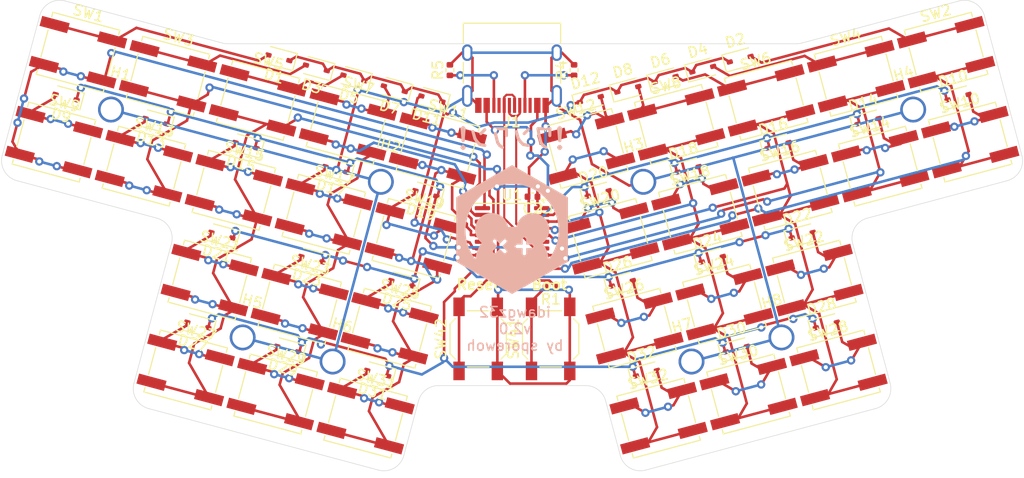
<source format=kicad_pcb>
(kicad_pcb (version 20221018) (generator pcbnew)
  (layers (0 "F.Cu" signal) (31 "B.Cu" signal) (34 "B.Paste" user) (35 "F.Paste" user) (36 "B.SilkS" user "B.Silkscreen") (37 "F.SilkS" user "F.Silkscreen") (38 "B.Mask" user) (39 "F.Mask" user) (44 "Edge.Cuts" user))
  (net 0 "")
  (net 1 "GND")
  (net 2 "+3.3V")
  (net 3 "row1")
  (net 4 "Net-(D1-A)")
  (net 5 "Net-(D2-A)")
  (net 6 "Net-(D3-A)")
  (net 7 "Net-(D4-A)")
  (net 8 "Net-(D5-A)")
  (net 9 "Net-(D6-A)")
  (net 10 "Net-(D7-A)")
  (net 11 "Net-(D8-A)")
  (net 12 "Net-(D9-A)")
  (net 13 "Net-(D10-A)")
  (net 14 "row2")
  (net 15 "Net-(D11-A)")
  (net 16 "Net-(D12-A)")
  (net 17 "Net-(D13-A)")
  (net 18 "Net-(D14-A)")
  (net 19 "Net-(D15-A)")
  (net 20 "Net-(D16-A)")
  (net 21 "Net-(D17-A)")
  (net 22 "Net-(D18-A)")
  (net 23 "Net-(D19-A)")
  (net 24 "Net-(D20-A)")
  (net 25 "row3")
  (net 26 "Net-(D23-A)")
  (net 27 "Net-(D24-A)")
  (net 28 "Net-(D25-A)")
  (net 29 "Net-(D26-A)")
  (net 30 "Net-(D27-A)")
  (net 31 "Net-(D28-A)")
  (net 32 "row4")
  (net 33 "VBUS")
  (net 34 "CC1")
  (net 36 "CC2")
  (net 38 "UDP")
  (net 39 "BOOT")
  (net 40 "col1")
  (net 41 "col3")
  (net 42 "col5")
  (net 43 "col7")
  (net 44 "col9")
  (net 45 "col10")
  (net 46 "col8")
  (net 47 "col6")
  (net 48 "col4")
  (net 49 "col2")
  (net 50 "RST")
  (net 51 "UDM")
  (net 52 "Net-(D21-A)")
  (net 53 "Net-(D22-A)")
  (net 54 "Net-(D29-A)")
  (net 55 "Net-(D30-A)")
  (net 56 "Net-(D31-A)")
  (net 57 "Net-(D32-A)")
  (footprint "Button_Switch_SMD:SW_SPST_EVQP0" (layer "F.Cu") (at 86.956145 53.26021 15)
    (fp_text reference "SW8")
    (fp_text value "SW_Push")
  )
  (footprint "Diode_SMD:D_SOD-323" (layer "F.Cu") (at 92.779574 74.993541 15)
    (fp_text reference "D30")
    (fp_text value "D_Small")
  )
  (footprint "Button_Switch_SMD:SW_SPST_SKQG_WithStem" (layer "F.Cu") (at 67.818851 74.001876 90)
    (fp_text reference "SW42")
    (fp_text value "RESET")
  )
  (footprint "userlib:m1.6_hole" (layer "F.Cu") (at 109.854168 51.817947 15)
    (fp_text reference "H4")
    (fp_text value "MountingHole_Pad")
  )
  (footprint "Button_Switch_SMD:SW_SPST_EVQP0" (layer "F.Cu") (at 50.569478 70.646874 -15)
    (fp_text reference "SW23")
    (fp_text value "SW_Push")
  )
  (footprint "Diode_SMD:D_SOD-323" (layer "F.Cu") (at 49.404791 74.993541 165)
    (fp_text reference "D29")
    (fp_text value "D_Small")
  )
  (footprint "Button_Switch_SMD:SW_SPST_EVQP0" (layer "F.Cu") (at 59.262814 72.976239 -15)
    (fp_text reference "SW25")
    (fp_text value "SW_Push")
  )
  (footprint "Diode_SMD:D_SOD-323" (layer "F.Cu") (at 45.370203 55.277502 165)
    (fp_text reference "D15")
    (fp_text value "D_Small")
  )
  (footprint "Diode_SMD:D_SOD-323" (layer "F.Cu") (at 85.896583 48.885377 15)
    (fp_text reference "D6")
    (fp_text value "D_Small")
  )
  (footprint "Resistor_SMD:R_0402_1005Metric" (layer "F.Cu") (at 74.834368 69.001877 180)
    (fp_text reference "R1")
    (fp_text value "10k")
  )
  (footprint "Button_Switch_SMD:SW_SPST_EVQP0" (layer "F.Cu") (at 41.876145 68.317504 -15)
    (fp_text reference "SW21")
    (fp_text value "SW_Push")
  )
  (footprint "Diode_SMD:D_SOD-323" (layer "F.Cu") (at 90.450202 66.300202 15)
    (fp_text reference "D24")
    (fp_text value "D_Small")
  )
  (footprint "Diode_SMD:D_SOD-323" (layer "F.Cu") (at 88.120832 57.606872 15)
    (fp_text reference "D18")
    (fp_text value "D_Small")
  )
  (footprint "Diode_SMD:D_SOD-323" (layer "F.Cu") (at 52.181749 47.785168 165)
    (fp_text reference "D3")
    (fp_text value "D_Small")
  )
  (footprint "Diode_SMD:D_SOD-323" (layer "F.Cu") (at 93.141023 46.944234 15)
    (fp_text reference "D2")
    (fp_text value "D_Small")
  )
  (footprint "Diode_SMD:D_SOD-323" (layer "F.Cu") (at 114.200825 50.618764 15)
    (fp_text reference "D10")
    (fp_text value "D_Small")
  )
  (footprint "Button_Switch_SMD:SW_SPST_EVQP0" (layer "F.Cu") (at 91.614885 70.646874 15)
    (fp_text reference "SW24")
    (fp_text value "SW_Push")
  )
  (footprint "Diode_SMD:D_SOD-323" (layer "F.Cu") (at 105.507498 52.948135 15)
    (fp_text reference "D14")
    (fp_text value "D_Small")
  )
  (footprint "Button_Switch_SMD:SW_SPST_EVQP0" (layer "F.Cu") (at 61.592183 64.282913 -15)
    (fp_text reference "SW19")
    (fp_text value "SW_Push")
  )
  (footprint "Button_Switch_SMD:SW_SPST_EVQP0" (layer "F.Cu") (at 113.036141 46.272094 15)
    (fp_text reference "SW2")
    (fp_text value "SW_Push")
  )
  (footprint "Button_Switch_SMD:SW_SPST_EVQP0" (layer "F.Cu") (at 35.512188 57.294798 -15)
    (fp_text reference "SW13")
    (fp_text value "SW_Push")
  )
  (footprint "Button_Switch_SMD:SW_SPST_EVQP0" (layer "F.Cu") (at 29.148226 46.272098 -15)
    (fp_text reference "SW1")
    (fp_text value "SW_Push")
  )
  (footprint "userlib:m1.6_hole" (layer "F.Cu") (at 83.774173 58.806057 15)
    (fp_text reference "H3")
    (fp_text value "MountingHole_Pad")
  )
  (footprint "Button_Switch_SMD:SW_SPST_EVQP0" (layer "F.Cu") (at 63.921552 55.589577 -15)
    (fp_text reference "SW11")
    (fp_text value "SW_Push")
  )
  (footprint "Button_Switch_SMD:SW_SPST_EVQP0" (layer "F.Cu") (at 82.921553 72.97625 15)
    (fp_text reference "SW26")
    (fp_text value "SW_Push")
  )
  (footprint "Diode_SMD:D_SOD-323" (layer "F.Cu") (at 62.756866 59.936245 165)
    (fp_text reference "D19")
    (fp_text value "D_Small")
  )
  (footprint "userlib:m1.6_hole" (layer "F.Cu") (at 97.126245 73.863353 15)
    (fp_text reference "H8")
    (fp_text value "MountingHole_Pad")
  )
  (footprint "userlib:m1.6_hole" (layer "F.Cu") (at 58.410208 58.806057 -15)
    (fp_text reference "H2")
    (fp_text value "MountingHole_Pad")
  )
  (footprint "Diode_SMD:D_SOD-323" (layer "F.Cu") (at 82.274359 49.855941 15)
    (fp_text reference "D8")
    (fp_text value "D_Small")
  )
  (footprint "Capacitor_SMD:C_0402_1005Metric" (layer "F.Cu") (at 75.58437 61.021872 90)
    (fp_text reference "C1")
    (fp_text value "100nF")
  )
  (footprint "Button_Switch_SMD:SW_SPST_EVQP0" (layer "F.Cu") (at 37.841555 48.601461 -15)
    (fp_text reference "SW3")
    (fp_text value "SW_Push")
  )
  (footprint "Button_Switch_SMD:SW_SPST_EVQP0" (layer "F.Cu") (at 95.649477 50.930843 15)
    (fp_text reference "SW6")
    (fp_text value "SW_Push")
  )
  (footprint "Capacitor_SMD:C_0402_1005Metric" (layer "F.Cu") (at 73.064369 60.251875 180)
    (fp_text reference "C2")
    (fp_text value "100nF")
  )
  (footprint "Diode_SMD:D_SOD-323" (layer "F.Cu") (at 89.518801 47.914801 15)
    (fp_text reference "D4")
    (fp_text value "D_Small")
  )
  (footprint "Diode_SMD:D_SOD-323" (layer "F.Cu") (at 84.086246 77.322908 15)
    (fp_text reference "D32")
    (fp_text value "D_Small")
  )
  (footprint "Resistor_SMD:R_0402_1005Metric" (layer "F.Cu") (at 65.084367 48.001874 90)
    (fp_text reference "R5")
    (fp_text value "5.1k")
  )
  (footprint "Package_SO:TSSOP-20_4.4x6.5mm_P0.65mm" (layer "F.Cu") (at 71.092183 64.282912)
    (fp_text reference "U1")
    (fp_text value "CH552T")
  )
  (footprint "userlib:m1.6_hole" (layer "F.Cu") (at 53.751469 76.192718 -15)
    (fp_text reference "H6")
    (fp_text value "MountingHole_Pad")
  )
  (footprint "Diode_SMD:D_SOD-323" (layer "F.Cu") (at 96.814158 55.277502 15)
    (fp_text reference "D16")
    (fp_text value "D_Small")
  )
  (footprint "Diode_SMD:D_SOD-323" (layer "F.Cu") (at 79.427498 59.936251 15)
    (fp_text reference "D20")
    (fp_text value "D_Small")
  )
  (footprint "Button_Switch_SMD:SW_SPST_EVQP0" (layer "F.Cu") (at 89.285515 61.953538 15)
    (fp_text reference "SW18")
    (fp_text value "SW_Push")
  )
  (footprint "Button_Switch_SMD:SW_SPST_EVQP0" (layer "F.Cu") (at 97.978842 59.624168 15)
    (fp_text reference "SW16")
    (fp_text value "SW_Push")
  )
  (footprint "Diode_SMD:D_SOD-323" (layer "F.Cu") (at 78.652134 50.82652 15)
    (fp_text reference "D12")
    (fp_text value "D_Small")
  )
  (footprint "Diode_SMD:D_SOD-323" (layer "F.Cu") (at 81.756871 68.629575 15)
    (fp_text reference "D26")
    (fp_text value "D_Small")
  )
  (footprint "Button_Switch_SMD:SW_SPST_EVQP0" (layer "F.Cu") (at 48.240107 79.340209 -15)
    (fp_text reference "SW29")
    (fp_text value "SW_Push")
  )
  (footprint "Resistor_SMD:R_0402_1005Metric" (layer "F.Cu") (at 77.084366 48.001876 90)
    (fp_text reference "R4")
    (fp_text value "5.1k")
  )
  (footprint "Diode_SMD:D_SOD-323" (layer "F.Cu") (at 63.338194 50.774524 165)
    (fp_text reference "D11")
    (fp_text value "D_Small")
  )
  (footprint "Button_Switch_SMD:SW_SPST_EVQP0" (layer "F.Cu") (at 85.250927 81.669577 15)
    (fp_text reference "SW32")
    (fp_text value "SW_Push")
  )
  (footprint "Button_Switch_SMD:SW_SPST_EVQP0" (layer "F.Cu") (at 78.262807 55.589579 15)
    (fp_text reference "SW12")
    (fp_text value "SW_Push")
  )
  (footprint "Button_Switch_SMD:SW_SPST_EVQP0" (layer "F.Cu") (at 44.205516 59.624174 -15)
    (fp_text reference "SW15")
    (fp_text value "SW_Push")
  )
  (footprint "Button_Switch_SMD:SW_SPST_EVQP0" (layer "F.Cu") (at 106.672185 57.294798 15)
    (fp_text reference "SW14")
    (fp_text value "SW_Push")
  )
  (footprint "Button_Switch_SMD:SW_SPST_EVQP0" (layer "F.Cu") (at 46.534892 50.930833 -15)
    (fp_text reference "SW5")
    (fp_text value "SW_Push")
  )
  (footprint "Diode_SMD:D_SOD-323" (layer "F.Cu") (at 40.71146 72.664169 165)
    (fp_text reference "D27")
    (fp_text value "D_Small")
  )
  (footprint "Diode_SMD:D_SOD-323" (layer "F.Cu") (at 36.676873 52.948132 165)
    (fp_text reference "D13")
    (fp_text value "D_Small")
  )
  (footprint "Connector_USB:USB_C_Receptacle_HRO_TYPE-C-31-M-12" (layer "F.Cu") (at 71.084366 47.366875 180)
    (fp_text reference "J1")
    (fp_text value "USB_C_Receptacle_USB2.0")
  )
  (footprint "userlib:m1.6_hole" (layer "F.Cu") (at 32.330212 51.817942 -15)
    (fp_text reference "H1")
    (fp_text value "MountingHole_Pad")
  )
  (footprint "Button_Switch_SMD:SW_SPST_EVQP0" (layer "F.Cu") (at 102.637591 77.010832 15)
    (fp_text reference "SW28")
    (fp_text value "SW_Push")
  )
  (footprint "userlib:m1.6_hole" (layer "F.Cu") (at 45.058133 73.86335 -15)
    (fp_text reference "H5")
    (fp_text value "MountingHole_Pad")
  )
  (footprint "Button_Switch_SMD:SW_SPST_EVQP0" (layer "F.Cu") (at 100.308219 68.317496 15)
    (fp_text reference "SW22")
    (fp_text value "SW_Push")
  )
  (footprint "Button_Switch_SMD:SW_SPST_EVQP0" (layer "F.Cu") (at 56.933438 81.669574 -15)
    (fp_text reference "SW31")
    (fp_text value "SW_Push")
  )
  (footprint "Diode_SMD:D_SOD-323" (layer "F.Cu") (at 59.715969 49.803957 165)
    (fp_text reference "D7")
    (fp_text value "D_Small")
  )
  (footprint "Diode_SMD:D_SOD-323" (layer "F.Cu") (at 101.472903 72.664168 15)
    (fp_text reference "D28")
    (fp_text value "D_Small")
  )
  (footprint "Diode_SMD:D_SOD-323" (layer "F.Cu") (at 55.803971 48.755737 165)
    (fp_text reference "D5")
    (fp_text value "D_Small")
  )
  (footprint "Diode_SMD:D_SOD-323" (layer "F.Cu") (at 43.040831 63.970832 165)
    (fp_text reference "D21")
    (fp_text value "D_Small")
  )
  (footprint "Diode_SMD:D_SOD-323" (layer "F.Cu") (at 99.143536 63.970835 15)
    (fp_text reference "D22")
    (fp_text value "D_Small")
  )
  (footprint "Button_Switch_SMD:SW_SPST_EVQP0" (layer "F.Cu") (at 115.365512 54.965428 15)
    (fp_text reference "SW10")
    (fp_text value "SW_Push")
  )
  (footprint "Button_Switch_SMD:SW_SPST_SKQG_WithStem" (layer "F.Cu") (at 74.818851 74.001872 90)
    (fp_text reference "SW41")
    (fp_text value "BOOT")
  )
  (footprint "Button_Switch_SMD:SW_SPST_EVQP0" (layer "F.Cu") (at 80.592184 64.282914 15)
    (fp_text reference "SW20")
    (fp_text value "SW_Push")
  )
  (footprint "Button_Switch_SMD:SW_SPST_EVQP0" (layer "F.Cu") (at 93.944261 79.340205 15)
    (fp_text reference "SW30")
    (fp_text value "SW_Push")
  )
  (footprint "Button_Switch_SMD:SW_SPST_EVQP0" (layer "F.Cu") (at 55.228224 53.260208 -15)
    (fp_text reference "SW7")
    (fp_text value "SW_Push")
  )
  (footprint "Diode_SMD:D_SOD-323" (layer "F.Cu") (at 60.427496 68.629585 165)
    (fp_text reference "D25")
    (fp_text value "D_Small")
  )
  (footprint "Diode_SMD:D_SOD-323" (layer "F.Cu") (at 51.734164 66.300208 165)
    (fp_text reference "D23")
    (fp_text value "D_Small")
  )
  (footprint "Diode_SMD:D_SOD-323" (layer "F.Cu") (at 54.063535 57.606878 165)
    (fp_text reference "D17")
    (fp_text value "D_Small")
  )
  (footprint "Button_Switch_SMD:SW_SPST_EVQP0" (layer "F.Cu") (at 26.818855 54.965423 -15)
    (fp_text reference "SW9")
    (fp_text value "SW_Push")
  )
  (footprint "Diode_SMD:D_SOD-323" (layer "F.Cu") (at 27.983538 50.618756 165)
    (fp_text reference "D9")
    (fp_text value "D_Small")
  )
  (footprint "Diode_SMD:D_SOD-323" (layer "F.Cu") (at 48.559527 46.814596 165)
    (fp_text reference "D1")
    (fp_text value "D_Small")
  )
  (footprint "Button_Switch_SMD:SW_SPST_EVQP0" (layer "F.Cu") (at 104.342811 48.601461 15)
    (fp_text reference "SW4")
    (fp_text value "SW_Push")
  )
  (footprint "Button_Switch_SMD:SW_SPST_EVQP0" (layer "F.Cu") (at 52.898847 61.953543 -15)
    (fp_text reference "SW17")
    (fp_text value "SW_Push")
  )
  (footprint "Button_Switch_SMD:SW_SPST_EVQP0" (layer "F.Cu") (at 39.546776 77.010837 -15)
    (fp_text reference "SW27")
    (fp_text value "SW_Push")
  )
  (footprint "Diode_SMD:D_SOD-323" (layer "F.Cu") (at 58.098126 77.322915 165)
    (fp_text reference "D31")
    (fp_text value "D_Small")
  )
  (footprint "userlib:m1.6_hole" (layer "F.Cu") (at 88.432913 76.192723 15)
    (fp_text reference "H7")
    (fp_text value "MountingHole_Pad")
  )
  (gr_poly (pts (xy 65.690274 60.305653) (xy 65.690274 66.543247) (xy 71.092186 69.662037) (xy 76.494092 66.543247) (xy 76.494093 63.521286) (xy 75.586635 63.52129) (xy 75.582535 63.714941) (xy 75.570331 63.906517) (xy 75.550202 64.09584) (xy 75.522308 64.282747) (xy 75.486811 64.467073) (xy 75.443883 64.648646) (xy 75.393691 64.827313) (xy 75.336395 65.002898) (xy 75.272166 65.175236) (xy 75.201165 65.344166) (xy 75.12356 65.509515) (xy 75.039521 65.671126) (xy 74.949206 65.828821) (xy 74.85279 65.982443) (xy 74.750431 66.131824) (xy 74.642303 66.276799) (xy 74.627015 66.170899) (xy 74.608655 66.066013) (xy 74.587269 65.962194) (xy 74.562908 65.859491) (xy 74.535621 65.757952) (xy 74.505453 65.657624) (xy 74.472448 65.558549) (xy 74.436658 65.460781) (xy 74.398127 65.364362) (xy 74.356906 65.269346) (xy 74.313039 65.175771) (xy 74.266572 65.083694) (xy 74.247498 65.048463) (xy 73.154497 65.048466) (xy 73.154288 65.056951) (xy 73.153663 65.065334) (xy 73.152642 65.073596) (xy 73.151227 65.081736) (xy 73.149425 65.089735) (xy 73.14725 65.097588) (xy 73.144715 65.10528) (xy 73.14183 65.112809) (xy 73.138591 65.12016) (xy 73.13503 65.127326) (xy 73.131141 65.134291) (xy 73.126938 65.141054) (xy 73.122429 65.147595) (xy 73.117631 65.153911) (xy 73.112544 65.159993) (xy 73.10719 65.16583) (xy 73.101566 65.17141) (xy 73.095689 65.176719) (xy 73.08957 65.181758) (xy 73.083213 65.186511) (xy 73.076631 65.190962) (xy 73.069837 65.195114) (xy 73.062837 65.198949) (xy 73.055641 65.202458) (xy 73.048259 65.205638) (xy 73.040703 65.208465) (xy 73.032981 65.210942) (xy 73.025102 65.213051) (xy 73.017078 65.214789) (xy 73.00892 65.216144) (xy 73.000639 65.217097) (xy 72.992232 65.217651) (xy 72.992235 65.217792) (xy 72.454785 65.217798) (xy 72.454785 65.755244) (xy 72.454645 65.755245) (xy 72.454089 65.763647) (xy 72.453128 65.77193) (xy 72.45178 65.780088) (xy 72.450043 65.788113) (xy 72.447933 65.795992) (xy 72.445459 65.80371) (xy 72.442624 65.811269) (xy 72.439451 65.818648) (xy 72.435943 65.825849) (xy 72.432106 65.832847) (xy 72.427953 65.839641) (xy 72.423502 65.84622) (xy 72.418748 65.852578) (xy 72.413713 65.858699) (xy 72.408396 65.864576) (xy 72.402817 65.870199) (xy 72.396988 65.875554) (xy 72.390904 65.880638) (xy 72.384588 65.885442) (xy 72.378043 65.889947) (xy 72.371283 65.894149) (xy 72.364316 65.89804) (xy 72.357149 65.901607) (xy 72.349802 65.904834) (xy 72.342275 65.907727) (xy 72.334581 65.910262) (xy 72.326725 65.912431) (xy 72.318723 65.914231) (xy 72.310587 65.915653) (xy 72.302325 65.916675) (xy 72.293942 65.917298) (xy 72.285456 65.917504) (xy 72.27696 65.917295) (xy 72.26858 65.916671) (xy 72.260313 65.915648) (xy 72.252177 65.914233) (xy 72.244179 65.912433) (xy 72.236328 65.910258) (xy 72.228632 65.907724) (xy 72.221108 65.904835) (xy 72.213757 65.901604) (xy 72.206593 65.898039) (xy 72.199625 65.894151) (xy 72.192865 65.889948) (xy 72.186321 65.885442) (xy 72.180004 65.880638) (xy 72.173924 65.875556) (xy 72.168086 65.870196) (xy 72.162508 65.86458) (xy 72.157194 65.858698) (xy 72.15216 65.852578) (xy 72.147407 65.84622) (xy 72.142956 65.839641) (xy 72.138803 65.832846) (xy 72.134966 65.825847) (xy 72.131454 65.81865) (xy 72.12828 65.81127) (xy 72.125449 65.803714) (xy 72.122977 65.79599) (xy 72.120866 65.788109) (xy 72.119127 65.780091) (xy 72.117773 65.77193) (xy 72.116816 65.763644) (xy 72.116265 65.755244) (xy 72.116118 65.755242) (xy 72.116118 65.546527) (xy 70.562958 65.54653) (xy 70.562625 65.554442) (xy 70.561913 65.562341) (xy 70.560841 65.570199) (xy 70.559404 65.578011) (xy 70.557593 65.585762) (xy 70.555419 65.593437) (xy 70.552872 65.601027) (xy 70.549961 65.608511) (xy 70.546684 65.615877) (xy 70.543033 65.623111) (xy 70.539019 65.630196) (xy 70.534632 65.637127) (xy 70.529882 65.643884) (xy 70.524763 65.650452) (xy 70.519273 65.656815) (xy 70.513419 65.66297) (xy 70.507267 65.668825) (xy 70.500898 65.674314) (xy 70.49433 65.679434) (xy 70.487575 65.684188) (xy 70.480647 65.688567) (xy 70.473559 65.692585) (xy 70.466322 65.696236) (xy 70.458957 65.69951) (xy 70.451473 65.702425) (xy 70.443889 65.704967) (xy 70.436211 65.707145) (xy 70.428462 65.708953) (xy 70.420647 65.710396) (xy 70.412787 65.711469) (xy 70.404892 65.712173) (xy 70.396974 65.712509) (xy 70.389058 65.712477) (xy 70.381144 65.712079) (xy 70.373256 65.711313) (xy 70.365399 65.710182) (xy 70.357593 65.708675) (xy 70.349854 65.706805) (xy 70.342192 65.704567) (xy 70.334621 65.701961) (xy 70.327157 65.698989) (xy 70.319814 65.695645) (xy 70.312601 65.691931) (xy 70.30554 65.687854) (xy 70.29864 65.683411) (xy 70.291915 65.678597) (xy 70.285379 65.673416) (xy 70.279048 65.667865) (xy 70.279022 65.667895) (xy 70.278997 65.667918) (xy 70.278946 65.66797) (xy 69.898911 65.287937) (xy 69.523875 65.662969) (xy 69.518878 65.667973) (xy 69.518852 65.667942) (xy 69.518825 65.667918) (xy 69.5188 65.667895) (xy 69.518789 65.667878) (xy 69.518773 65.667865) (xy 69.512443 65.673417) (xy 69.505911 65.678597) (xy 69.499183 65.683412) (xy 69.492283 65.687858) (xy 69.485222 65.691937) (xy 69.478006 65.695646) (xy 69.470663 65.698991) (xy 69.463198 65.70196) (xy 69.455628 65.704566) (xy 69.447967 65.706804) (xy 69.440227 65.708676) (xy 69.432421 65.710177) (xy 69.424568 65.711314) (xy 69.416677 65.712078) (xy 69.408769 65.712478) (xy 69.400847 65.712511) (xy 69.392929 65.712175) (xy 69.385033 65.711468) (xy 69.377173 65.710393) (xy 69.369361 65.708954) (xy 69.361609 65.707144) (xy 69.353935 65.704969) (xy 69.346348 65.702424) (xy 69.338863 65.699511) (xy 69.331497 65.69623) (xy 69.324264 65.692586) (xy 69.317176 65.688564) (xy 69.310245 65.684185) (xy 69.303488 65.679433) (xy 69.296923 65.674315) (xy 69.290559 65.668825) (xy 69.284403 65.662972) (xy 69.278546 65.656819) (xy 69.27306 65.650455) (xy 69.267944 65.643881) (xy 69.263188 65.63713) (xy 69.258804 65.6302) (xy 69.25479 65.623109) (xy 69.251142 65.615875) (xy 69.24786 65.608509) (xy 69.244948 65.601032) (xy 69.242406 65.59344) (xy 69.240231 65.585768) (xy 69.238421 65.578019) (xy 69.23698 65.570196) (xy 69.235909 65.562338) (xy 69.235201 65.554442) (xy 69.234864 65.54653) (xy 69.234894 65.538609) (xy 69.235293 65.530694) (xy 69.236061 65.522805) (xy 69.237196 65.514952) (xy 69.238697 65.507147) (xy 69.240567 65.499409) (xy 69.242809 65.491745) (xy 69.245414 65.484175) (xy 69.248389 65.476713) (xy 69.25173 65.469366) (xy 69.255438 65.462156) (xy 69.259516 65.455089) (xy 69.263963 65.448194) (xy 69.268776 65.441467) (xy 69.273957 65.434929) (xy 69.279505 65.4286) (xy 69.279403 65.428494) (xy 69.284404 65.423496) (xy 69.65944 65.048463) (xy 69.284405 64.673429) (xy 69.279401 64.668427) (xy 69.279429 64.668399) (xy 69.279456 64.668374) (xy 69.279478 64.66835) (xy 69.279509 64.668323) (xy 69.273959 64.661992) (xy 69.268778 64.655458) (xy 69.263962 64.648734) (xy 69.259517 64.641835) (xy 69.255439 64.634769) (xy 69.251728 64.627558) (xy 69.248385 64.620214) (xy 69.245416 64.612749) (xy 69.242807 64.605184) (xy 69.240568 64.597521) (xy 69.238696 64.589777) (xy 69.237194 64.581973) (xy 69.236062 64.574118) (xy 69.235294 64.566228) (xy 69.234896 64.55832) (xy 69.234862 64.550396) (xy 69.2352 64.542482) (xy 69.235907 64.53459) (xy 69.236979 64.526726) (xy 69.238423 64.518911) (xy 69.240227 64.511161) (xy 69.242405 64.503487) (xy 69.244949 64.495896) (xy 69.24786 64.488416) (xy 69.251143 64.481052) (xy 69.254788 64.47382) (xy 69.258806 64.46673) (xy 69.263189 64.459797) (xy 69.267943 64.453044) (xy 69.273061 64.446472) (xy 69.278548 64.440105) (xy 69.284405 64.433953) (xy 69.290556 64.428104) (xy 69.296919 64.422611) (xy 69.303489 64.417491) (xy 69.310244 64.412739) (xy 69.317175 64.408355) (xy 69.324265 64.404344) (xy 69.331499 64.400695) (xy 69.338866 64.397419) (xy 69.346349 64.394501) (xy 69.353936 64.391958) (xy 69.361611 64.389778) (xy 69.369362 64.38797) (xy 69.377177 64.386527) (xy 69.385034 64.385455) (xy 69.392935 64.384754) (xy 69.400846 64.384415) (xy 69.408766 64.384446) (xy 69.416681 64.384843) (xy 69.424569 64.385614) (xy 69.432423 64.38675) (xy 69.440227 64.388252) (xy 69.447968 64.390121) (xy 69.455629 64.392356) (xy 69.463199 64.39496) (xy 69.470665 64.397938) (xy 69.478007 64.401277) (xy 69.48522 64.404992) (xy 69.492282 64.409067) (xy 69.499184 64.413514) (xy 69.505911 64.418328) (xy 69.512444 64.423505) (xy 69.518776 64.429058) (xy 69.518828 64.429003) (xy 69.518839 64.428996) (xy 69.518854 64.428979) (xy 69.518865 64.428965) (xy 69.518882 64.428957) (xy 69.523726 64.433811) (xy 69.523766 64.433846) (xy 69.523802 64.433884) (xy 69.523878 64.433957) (xy 69.898907 64.808987) (xy 70.273942 64.433956) (xy 70.278949 64.428954) (xy 70.27905 64.429058) (xy 70.285379 64.423509) (xy 70.291916 64.41833) (xy 70.298639 64.413512) (xy 70.305542 64.40907) (xy 70.312602 64.404989) (xy 70.319817 64.40128) (xy 70.327159 64.397941) (xy 70.334624 64.39496) (xy 70.342191 64.392358) (xy 70.349854 64.390118) (xy 70.357597 64.38825) (xy 70.365402 64.386747) (xy 70.373254 64.38561) (xy 70.381141 64.384844) (xy 70.389057 64.384443) (xy 70.396973 64.384417) (xy 70.404893 64.384751) (xy 70.412785 64.385455) (xy 70.420647 64.386533) (xy 70.428463 64.387972) (xy 70.436215 64.38978) (xy 70.443891 64.391956) (xy 70.451476 64.394501) (xy 70.458957 64.397412) (xy 70.466324 64.400694) (xy 70.473558 64.40434) (xy 70.480647 64.408357) (xy 70.487578 64.412742) (xy 70.494328 64.417493) (xy 70.500898 64.422612) (xy 70.507268 64.428101) (xy 70.513415 64.433954) (xy 70.519272 64.440106) (xy 70.524763 64.44647) (xy 70.529879 64.453041) (xy 70.534634 64.459798) (xy 70.539016 64.466729) (xy 70.543032 64.473819) (xy 70.546681 64.481048) (xy 70.549959 64.488414) (xy 70.552872 64.495901) (xy 70.555414 64.503485) (xy 70.557592 64.511159) (xy 70.559403 64.51891) (xy 70.560845 64.526728) (xy 70.561918 64.534585) (xy 70.562622 64.542483) (xy 70.562958 64.550398) (xy 70.56293 64.558319) (xy 70.562529 64.566232) (xy 70.561761 64.574123) (xy 70.560629 64.581975) (xy 70.559126 64.589776) (xy 70.557255 64.597521) (xy 70.555015 64.605181) (xy 70.552411 64.612755) (xy 70.549436 64.620216) (xy 70.546094 64.627562) (xy 70.542385 64.634772) (xy 70.538305 64.641832) (xy 70.533861 64.648738) (xy 70.529046 64.655461) (xy 70.523863 64.661997) (xy 70.518316 64.668329) (xy 70.518418 64.668431) (xy 70.513419 64.673428) (xy 70.138385 65.048463) (xy 70.518416 65.428496) (xy 70.518316 65.428602) (xy 70.523866 65.434934) (xy 70.529045 65.441467) (xy 70.533862 65.448196) (xy 70.538307 65.455097) (xy 70.542381 65.462155) (xy 70.546095 65.469368) (xy 70.549436 65.476709) (xy 70.552407 65.484175) (xy 70.555018 65.491743) (xy 70.557254 65.499404) (xy 70.559125 65.507148) (xy 70.560628 65.514951) (xy 70.561764 65.522804) (xy 70.562527 65.5307) (xy 70.562928 65.538608) (xy 70.562958 65.54653) (xy 72.116118 65.546527) (xy 72.116123 65.217794) (xy 71.578673 65.217797) (xy 71.578669 65.21765) (xy 71.570271 65.2171) (xy 71.561987 65.216141) (xy 71.55383 65.214787) (xy 71.545801 65.213051) (xy 71.537924 65.210944) (xy 71.530204 65.208468) (xy 71.522648 65.205634) (xy 71.515267 65.202458) (xy 71.508072 65.19895) (xy 71.50107 65.195117) (xy 71.494273 65.190962) (xy 71.487694 65.186508) (xy 71.481338 65.181757) (xy 71.475219 65.176719) (xy 71.469339 65.171407) (xy 71.463716 65.165825) (xy 71.458357 65.159991) (xy 71.453271 65.153913) (xy 71.448473 65.147598) (xy 71.443965 65.141049) (xy 71.439763 65.134293) (xy 71.435877 65.127321) (xy 71.432311 65.12016) (xy 71.429077 65.112808) (xy 71.42619 65.10528) (xy 71.423652 65.097588) (xy 71.421483 65.089737) (xy 71.419681 65.081736) (xy 71.418267 65.073599) (xy 71.417241 65.065337) (xy 71.416619 65.056949) (xy 71.416408 65.048464) (xy 71.416619 65.03997) (xy 71.41724 65.031593) (xy 71.418268 65.023326) (xy 71.41968 65.015185) (xy 71.42148 65.007191) (xy 71.423656 64.999337) (xy 71.426191 64.991637) (xy 71.429078 64.984114) (xy 71.432308 64.976765) (xy 71.435874 64.969599) (xy 71.439766 64.962633) (xy 71.443966 64.95587) (xy 71.448472 64.949333) (xy 71.453275 64.943008) (xy 71.458356 64.936931) (xy 71.463715 64.931095) (xy 71.469342 64.925517) (xy 71.475216 64.920202) (xy 71.481332 64.915167) (xy 71.487693 64.910415) (xy 71.494271 64.90596) (xy 71.501071 64.901806) (xy 71.508068 64.897972) (xy 71.515265 64.894464) (xy 71.522647 64.891289) (xy 71.530202 64.88846) (xy 71.537927 64.885984) (xy 71.545804 64.883873) (xy 71.553822 64.882136) (xy 71.561986 64.880785) (xy 71.570272 64.879824) (xy 71.578672 64.879274) (xy 71.578672 64.879126) (xy 71.585533 64.879126) (xy 72.116119 64.879129) (xy 72.116119 64.341677) (xy 72.116263 64.341682) (xy 72.116816 64.333279) (xy 72.117772 64.324997) (xy 72.119125 64.316839) (xy 72.120864 64.308813) (xy 72.122974 64.300934) (xy 72.125449 64.293214) (xy 72.128279 64.285656) (xy 72.131455 64.278274) (xy 72.134963 64.271079) (xy 72.138803 64.264081) (xy 72.142954 64.257284) (xy 72.147407 64.250701) (xy 72.152156 64.244348) (xy 72.157198 64.238226) (xy 72.162506 64.232348) (xy 72.168085 64.226727) (xy 72.173921 64.221367) (xy 72.180001 64.216283) (xy 72.186321 64.211484) (xy 72.19286 64.206978) (xy 72.199622 64.202773) (xy 72.206592 64.19888) (xy 72.213753 64.195321) (xy 72.221105 64.192086) (xy 72.228632 64.189197) (xy 72.236329 64.18666) (xy 72.244178 64.184488) (xy 72.25218 64.182688) (xy 72.260315 64.181274) (xy 72.268579 64.180249) (xy 72.276963 64.179625) (xy 72.285449 64.179421) (xy 72.293944 64.179627) (xy 72.302326 64.180247) (xy 72.310591 64.181276) (xy 72.318729 64.18269) (xy 72.326725 64.184491) (xy 72.334579 64.186662) (xy 72.342269 64.189195) (xy 72.3498 64.192091) (xy 72.357147 64.195321) (xy 72.364314 64.198885) (xy 72.37128 64.202773) (xy 72.378043 64.206976) (xy 72.384588 64.211479) (xy 72.390903 64.216281) (xy 72.396986 64.22137) (xy 72.402818 64.226723) (xy 72.408399 64.232346) (xy 72.413714 64.238224) (xy 72.418749 64.24435) (xy 72.423502 64.2507) (xy 72.427955 64.257281) (xy 72.432108 64.264077) (xy 72.435942 64.271081) (xy 72.43945 64.278273) (xy 72.442629 64.285657) (xy 72.445456 64.293212) (xy 72.447931 64.300937) (xy 72.45004 64.308814) (xy 72.451779 64.316833) (xy 72.453128 64.324993) (xy 72.454086 64.333281) (xy 72.454644 64.341681) (xy 72.454786 64.341681) (xy 72.454785 64.879126) (xy 72.992234 64.879127) (xy 72.99223 64.879274) (xy 73.000635 64.87983) (xy 73.008922 64.880785) (xy 73.017078 64.882137) (xy 73.025104 64.883874) (xy 73.032981 64.885988) (xy 73.040702 64.888458) (xy 73.048258 64.891287) (xy 73.055638 64.894465) (xy 73.062838 64.897974) (xy 73.069837 64.901807) (xy 73.076631 64.905961) (xy 73.083214 64.910412) (xy 73.089569 64.915163) (xy 73.09569 64.920203) (xy 73.10157 64.925514) (xy 73.107192 64.931095) (xy 73.112546 64.936929) (xy 73.11763 64.943012) (xy 73.122434 64.949331) (xy 73.126936 64.955875) (xy 73.131142 64.962633) (xy 73.13503 64.969599) (xy 73.138592 64.976766) (xy 73.141827 64.984116) (xy 73.144714 64.991644) (xy 73.147251 64.999337) (xy 73.149424 65.007188) (xy 73.151224 65.015186) (xy 73.152641 65.023325) (xy 73.153665 65.031591) (xy 73.154287 65.039968) (xy 73.154497 65.048466) (xy 74.247498 65.048463) (xy 74.217559 64.993161) (xy 74.166044 64.904209) (xy 74.112071 64.816902) (xy 74.055695 64.731271) (xy 74.126961 64.674357) (xy 74.194846 64.613554) (xy 74.259184 64.54904) (xy 74.319796 64.480988) (xy 74.376522 64.409555) (xy 74.429193 64.334915) (xy 74.477643 64.257234) (xy 74.521701 64.176672) (xy 74.561205 64.093407) (xy 74.595986 64.007599) (xy 74.62587 63.919422) (xy 74.650703 63.829036) (xy 74.670306 63.736616) (xy 74.684516 63.642322) (xy 74.693163 63.546326) (xy 74.696086 63.448792) (xy 74.696084 63.448792) (xy 74.693994 63.366255) (xy 74.687793 63.284795) (xy 74.677582 63.204521) (xy 74.663465 63.125515) (xy 74.645532 63.047903) (xy 74.6239 62.971772) (xy 74.598659 62.897222) (xy 74.569913 62.82436) (xy 74.537762 62.753281) (xy 74.50231 62.684093) (xy 74.463657 62.616894) (xy 74.421905 62.551786) (xy 74.377152 62.488866) (xy 74.329498 62.428241) (xy 74.27905 62.370004) (xy 74.225903 62.314267) (xy 74.170161 62.261118) (xy 74.111927 62.210669) (xy 74.051303 62.163013) (xy 73.988383 62.11826) (xy 73.923271 62.076504) (xy 73.856073 62.037857) (xy 73.786881 62.002404) (xy 73.715809 61.97025) (xy 73.642947 61.94151) (xy 73.568398 61.916263) (xy 73.492264 61.894634) (xy 73.414645 61.876708) (xy 73.335651 61.862582) (xy 73.255371 61.85237) (xy 73.173911 61.846168) (xy 73.091375 61.844084) (xy 73.017214 61.84577) (xy 72.943916 61.850779) (xy 72.871549 61.859037) (xy 72.800192 61.870472) (xy 72.72992 61.885015) (xy 72.660798 61.902577) (xy 72.592905 61.923107) (xy 72.526317 61.946515) (xy 72.461096 61.972741) (xy 72.397326 62.0017) (xy 72.335072 62.033322) (xy 72.274414 62.067537) (xy 72.215424 62.104271) (xy 72.158174 62.14345) (xy 72.102732 62.185002) (xy 72.049181 62.228849) (xy 71.997584 62.274924) (xy 71.948024 62.323148) (xy 71.90057 62.373455) (xy 71.855294 62.425768) (xy 71.812265 62.480008) (xy 71.77157 62.536115) (xy 71.733265 62.594004) (xy 71.697435 62.65361) (xy 71.664151 62.714853) (xy 71.633479 62.777661) (xy 71.605506 62.841963) (xy 71.580292 62.907688) (xy 71.557919 62.974763) (xy 71.538453 63.043103) (xy 71.521972 63.112657) (xy 71.50855 63.183325) (xy 71.457217 63.177748) (xy 71.405671 63.172898) (xy 71.353915 63.168774) (xy 71.301954 63.16539) (xy 71.249795 63.162752) (xy 71.197443 63.16086) (xy 71.144905 63.159716) (xy 71.092182 63.159335) (xy 71.092184 63.159336) (xy 71.043019 63.15967) (xy 70.994012 63.160656) (xy 70.945171 63.162305) (xy 70.896497 63.164602) (xy 70.847995 63.167547) (xy 70.799665 63.171137) (xy 70.751516 63.175359) (xy 70.703553 63.180223) (xy 70.690917 63.108569) (xy 70.675153 63.038049) (xy 70.656325 62.968726) (xy 70.63451 62.900685) (xy 70.609789 62.833993) (xy 70.582236 62.76873) (xy 70.551919 62.704976) (xy 70.518919 62.642793) (xy 70.483313 62.582267) (xy 70.445168 62.523473) (xy 70.404569 62.466475) (xy 70.361589 62.411366) (xy 70.316295 62.35821) (xy 70.268774 62.307084) (xy 70.219092 62.258062) (xy 70.167325 62.21122) (xy 70.113559 62.166637) (xy 70.057853 62.124384) (xy 70.000297 62.084535) (xy 69.940957 62.047171) (xy 69.879908 62.012361) (xy 69.817235 61.980187) (xy 69.752999 61.950715) (xy 69.68729 61.924029) (xy 69.62017 61.9002) (xy 69.551724 61.879303) (xy 69.482023 61.861418) (xy 69.411142 61.84661) (xy 69.339158 61.834971) (xy 69.266143 61.82656) (xy 69.192175 61.821456) (xy 69.11733 61.819736) (xy 69.034792 61.821827) (xy 68.953336 61.828031) (xy 68.873055 61.838238) (xy 68.794056 61.852361) (xy 68.716441 61.87029) (xy 68.640308 61.891928) (xy 68.565761 61.91716) (xy 68.492898 61.945908) (xy 68.421822 61.978061) (xy 68.352634 62.01351) (xy 68.285435 62.052162) (xy 68.220324 62.093922) (xy 68.157403 62.13867) (xy 68.096776 62.186328) (xy 68.038543 62.236777) (xy 67.9828 62.289918) (xy 67.929653 62.34566) (xy 67.879209 62.403893) (xy 67.831555 62.464519) (xy 67.786803 62.527439) (xy 67.745045 62.592551) (xy 67.706392 62.659751) (xy 67.670939 62.728941) (xy 67.638793 62.800018) (xy 67.610046 62.872881) (xy 67.584804 62.947429) (xy 67.563172 63.023561) (xy 67.545242 63.101178) (xy 67.53112 63.180175) (xy 67.520915 63.260448) (xy 67.51471 63.341912) (xy 67.51262 63.424448) (xy 67.515515 63.521561) (xy 67.524089 63.617156) (xy 67.538182 63.711062) (xy 67.557615 63.803117) (xy 67.582241 63.893152) (xy 67.611883 63.981003) (xy 67.646377 64.066507) (xy 67.68556 64.149499) (xy 67.729267 64.229815) (xy 67.777332 64.307282) (xy 67.829591 64.381738) (xy 67.885873 64.453026) (xy 67.94602 64.520975) (xy 68.009865 64.585414) (xy 68.07724 64.646189) (xy 68.147979 64.703123) (xy 68.089647 64.789972) (xy 68.033802 64.878588) (xy 67.980502 64.968922) (xy 67.929799 65.060925) (xy 67.881741 65.154549) (xy 67.836375 65.24974) (xy 67.793759 65.346446) (xy 67.753935 65.44462) (xy 67.716957 65.54422) (xy 67.682879 65.645176) (xy 67.651749 65.747447) (xy 67.623615 65.85099) (xy 67.598528 65.955746) (xy 67.576537 66.061668) (xy 67.557701 66.168701) (xy 67.542061 66.276799) (xy 67.43393 66.131828) (xy 67.331573 65.982448) (xy 67.235156 65.828824) (xy 67.144843 65.671124) (xy 67.060805 65.509521) (xy 66.983198 65.344164) (xy 66.912197 65.175236) (xy 66.84797 65.002898) (xy 66.790675 64.827316) (xy 66.740481 64.64865) (xy 66.697548 64.467075) (xy 66.662055 64.282747) (xy 66.634163 64.09584) (xy 66.614028 63.906519) (xy 66.60183 63.714944) (xy 66.597729 63.521287) (xy 66.603578 63.290114) (xy 66.620945 63.061967) (xy 66.649543 62.837119) (xy 66.689093 62.615865) (xy 66.739304 62.398486) (xy 66.799899 62.18525) (xy 66.870591 61.976454) (xy 66.9511 61.772384) (xy 67.041148 61.573311) (xy 67.14044 61.37953) (xy 67.248702 61.191319) (xy 67.365647 61.008955) (xy 67.490992 60.832735) (xy 67.624456 60.662927) (xy 67.765751 60.499826) (xy 67.9146 60.343707) (xy 68.070721 60.194857) (xy 68.233821 60.053559) (xy 68.403627 59.920097) (xy 68.57985 59.794752) (xy 68.762211 59.677809) (xy 68.950424 59.56955) (xy 69.144209 59.470254) (xy 69.343276 59.380206) (xy 69.547348 59.2997) (xy 69.756145 59.229005) (xy 69.969375 59.168408) (xy 70.18676 59.118197) (xy 70.408013 59.078651) (xy 70.632858 59.050051) (xy 70.861011 59.032683) (xy 71.092183 59.026831) (xy 71.323354 59.032684) (xy 71.5515 59.05005) (xy 71.776346 59.078651) (xy 71.997605 59.118197) (xy 72.214987 59.16841) (xy 72.428219 59.229004) (xy 72.637012 59.299696) (xy 72.841087 59.380208) (xy 73.040154 59.470253) (xy 73.233937 59.569547) (xy 73.422151 59.677809) (xy 73.604513 59.79475) (xy 73.780732 59.920101) (xy 73.95054 60.053561) (xy 74.113642 60.194858) (xy 74.26976 60.343709) (xy 74.41861 60.499827) (xy 74.559905 60.662926) (xy 74.693368 60.832733) (xy 74.818715 61.008958) (xy 74.935662 61.191317) (xy 75.043919 61.379529) (xy 75.143218 61.573312) (xy 75.233256 61.772381) (xy 75.313773 61.976454) (xy 75.384467 62.185249) (xy 75.445059 62.39848) (xy 75.495274 62.615865) (xy 75.534817 62.837124) (xy 75.563419 63.061965) (xy 75.580785 63.290114) (xy 75.586635 63.52129) (xy 76.494093 63.521286) (xy 76.494091 60.305658) (xy 71.092181 57.186867)) (fill solid) (layer "B.SilkS"))
  (gr_line (start 62.047604 80.004454) (end 60.633069 85.283579) (stroke (width 0.05)) (layer "Edge.Cuts"))
  (gr_arc (start 25.448618 42.727095) (mid 26.38047 41.512685) (end 27.898102 41.312876) (stroke (width 0.05)) (layer "Edge.Cuts"))
  (gr_line (start 106.217101 80.744948) (end 84.000806 86.697787) (stroke (width 0.05)) (layer "Edge.Cuts"))
  (gr_line (start 27.898102 41.312876) (end 43.098589 45.385835) (stroke (width 0.05)) (layer "Edge.Cuts"))
  (gr_arc (start 60.633069 85.283579) (mid 59.701236 86.498002) (end 58.183575 86.69779) (stroke (width 0.05)) (layer "Edge.Cuts"))
  (gr_arc (start 62.047604 80.004454) (mid 62.761963 78.93544) (end 63.979453 78.522094) (stroke (width 0.05)) (layer "Edge.Cuts"))
  (gr_line (start 34.553068 78.295462) (end 38.176538 64.7725) (stroke (width 0.05)) (layer "Edge.Cuts"))
  (gr_arc (start 36.762327 62.323008) (mid 37.976715 63.254869) (end 38.176538 64.7725) (stroke (width 0.05)) (layer "Edge.Cuts"))
  (gr_arc (start 107.631313 78.295467) (mid 107.431494 79.813086) (end 106.217101 80.744948) (stroke (width 0.05)) (layer "Edge.Cuts"))
  (gr_arc (start 84.000806 86.697787) (mid 82.483133 86.498048) (end 81.551316 85.283571) (stroke (width 0.05)) (layer "Edge.Cuts"))
  (gr_arc (start 43.616219 45.453981) (mid 43.355172 45.436863) (end 43.098589 45.385835) (stroke (width 0.05)) (layer "Edge.Cuts"))
  (gr_arc (start 99.085796 45.385834) (mid 98.82921 45.436867) (end 98.568159 45.453988) (stroke (width 0.05)) (layer "Edge.Cuts"))
  (gr_arc (start 114.286281 41.312883) (mid 115.803892 41.51272) (end 116.735769 42.727086) (stroke (width 0.05)) (layer "Edge.Cuts"))
  (gr_line (start 118.94502 58.699545) (end 105.422061 62.32301) (stroke (width 0.05)) (layer "Edge.Cuts"))
  (gr_line (start 58.183575 86.69779) (end 35.967281 80.744953) (stroke (width 0.05)) (layer "Edge.Cuts"))
  (gr_line (start 78.204932 78.522095) (end 63.979453 78.522094) (stroke (width 0.05)) (layer "Edge.Cuts"))
  (gr_arc (start 78.204932 78.522095) (mid 79.422445 78.935406) (end 80.136778 80.004452) (stroke (width 0.05)) (layer "Edge.Cuts"))
  (gr_line (start 43.616219 45.453981) (end 98.568159 45.453988) (stroke (width 0.05)) (layer "Edge.Cuts"))
  (gr_line (start 116.735769 42.727086) (end 120.359232 56.250056) (stroke (width 0.05)) (layer "Edge.Cuts"))
  (gr_arc (start 104.007845 64.772501) (mid 104.207648 63.254856) (end 105.422061 62.32301) (stroke (width 0.05)) (layer "Edge.Cuts"))
  (gr_line (start 104.007845 64.772501) (end 107.631313 78.295467) (stroke (width 0.05)) (layer "Edge.Cuts"))
  (gr_arc (start 120.359232 56.250056) (mid 120.159415 57.767681) (end 118.94502 58.699545) (stroke (width 0.05)) (layer "Edge.Cuts"))
  (gr_line (start 99.085796 45.385834) (end 114.286281 41.312883) (stroke (width 0.05)) (layer "Edge.Cuts"))
  (gr_line (start 36.762327 62.323008) (end 23.239362 58.699545) (stroke (width 0.05)) (layer "Edge.Cuts"))
  (gr_arc (start 23.239362 58.699545) (mid 22.02502 57.767667) (end 21.825151 56.250052) (stroke (width 0.05)) (layer "Edge.Cuts"))
  (gr_arc (start 35.967281 80.744953) (mid 34.752863 79.813097) (end 34.553068 78.295462) (stroke (width 0.05)) (layer "Edge.Cuts"))
  (gr_line (start 21.825151 56.250052) (end 25.448618 42.727095) (stroke (width 0.05)) (layer "Edge.Cuts"))
  (gr_line (start 81.551316 85.283571) (end 80.136778 80.004452) (stroke (width 0.05)) (layer "Edge.Cuts"))
  (gr_text "idawgz32\nv2.0\nby sporewoh\n\n" (at 71.367436 76.835766) (layer "B.SilkS") (effects (font (size 1 1)) (justify bottom mirror)))
  (gr_text "!ワンワン!" (at 76.367441 55.835768) (layer "B.SilkS") (effects (font (size 2 2) (thickness 0.3)) (justify left bottom mirror)))
  (gr_text "Boot" (at 72.867438 69.335763) (layer "F.SilkS") (effects (font (size 1 1) (thickness 0.2) bold) (justify left bottom)))
  (gr_text "Reset" (at 65.617439 69.335762) (layer "F.SilkS") (effects (font (size 1 1) (thickness 0.2) bold) (justify left bottom)))
  (segment (start 74.33437 51.411872) (end 74.48937 51.411877) (width 0.25) (layer "F.Cu") (net 1))
  (segment (start 72.859909 62.657913) (end 72.703868 62.501876) (width 0.25) (layer "F.Cu") (net 1))
  (segment (start 75.72649 51.699059) (end 75.404366 50.496874) (width 0.25) (layer "F.Cu") (net 1))
  (segment (start 58.410212 58.806061) (end 58.410208 58.806057) (width 0.25) (layer "F.Cu") (net 1))
  (segment (start 66.259367 46.316876) (end 65.084368 47.491875) (width 0.25) (layer "F.Cu") (net 1))
  (segment (start 66.764364 46.316878) (end 66.259367 46.316876) (width 0.25) (layer "F.Cu") (net 1))
  (segment (start 66.764369 50.496876) (end 67.264369 49.996872) (width 0.25) (layer "F.Cu") (net 1))
  (segment (start 74.904373 46.816875) (end 75.404366 46.316872) (width 0.25) (layer "F.Cu") (net 1))
  (segment (start 77.666233 52.81897) (end 75.72649 51.699059) (width 0.25) (layer "F.Cu") (net 1))
  (segment (start 72.734368 60.101872) (end 72.73437 57.411338) (width 0.25) (layer "F.Cu") (net 1))
  (segment (start 76.219372 61.866877) (end 75.428331 62.657911) (width 0.25) (layer "F.Cu") (net 1))
  (segment (start 60.632561 51.098557) (end 60.446672 51.205881) (width 0.25) (layer "F.Cu") (net 1))
  (segment (start 75.909371 46.316875) (end 77.08437 47.491868) (width 0.25) (layer "F.Cu") (net 1))
  (segment (start 74.336325 52.962045) (end 74.336326 53.432839) (width 0.25) (layer "F.Cu") (net 1))
  (segment (start 83.774173 58.806057) (end 82.409918 59.171607) (width 0.25) (layer "F.Cu") (net 1))
  (segment (start 73.954681 62.657914) (end 72.859909 62.657913) (width 0.25) (layer "F.Cu") (net 1))
  (segment (start 56.238282 50.038376) (end 54.213372 57.595445) (width 0.25) (layer "F.Cu") (net 1))
  (segment (start 75.89437 60.541876) (end 76.219368 60.866877) (width 0.25) (layer "F.Cu") (net 1))
  (segment (start 74.90437 49.996873) (end 74.904373 46.816875) (width 0.25) (layer "F.Cu") (net 1))
  (segment (start 76.219368 60.866877) (end 76.219372 61.866877) (width 0.25) (layer "F.Cu") (net 1))
  (segment (start 75.40437 50.496873) (end 74.90437 49.996873) (width 0.25) (layer "F.Cu") (net 1))
  (segment (start 75.404366 46.316872) (end 75.909371 46.316875) (width 0.25) (layer "F.Cu") (net 1))
  (segment (start 74.334366 52.960084) (end 74.336325 52.962045) (width 0.25) (layer "F.Cu") (net 1))
  (segment (start 67.264369 49.996872) (end 67.264368 46.81687) (width 0.25) (layer "F.Cu") (net 1))
  (segment (start 74.334373 52.96009) (end 74.33437 51.411872) (width 0.25) (layer "F.Cu") (net 1))
  (segment (start 56.179492 49.936549) (end 56.238282 50.038376) (width 0.25) (layer "F.Cu") (net 1))
  (segment (start 72.703868 62.501876) (end 72.703869 60.371374) (width 0.25) (layer "F.Cu") (net 1))
  (segment (start 72.584369 60.251874) (end 72.734368 60.101872) (width 0.25) (layer "F.Cu") (net 1))
  (segment (start 78.811783 57.094223) (end 77.666233 52.81897) (width 0.25) (layer "F.Cu") (net 1))
  (segment (start 74.334366 52.960084) (end 74.334371 51.411878) (width 0.25) (layer "F.Cu") (net 1))
  (segment (start 82.409918 59.171607) (end 78.811783 57.094223) (width 0.25) (layer "F.Cu") (net 1))
  (segment (start 74.334373 52.96009) (end 74.334366 52.960084) (width 0.25) (layer "F.Cu") (net 1))
  (segment (start 66.764369 50.496876) (end 66.91937 50.496875) (width 0.25) (layer "F.Cu") (net 1))
  (segment (start 74.48937 51.411877) (end 75.40437 50.496873) (width 0.25) (layer "F.Cu") (net 1))
  (segment (start 72.73437 57.411338) (end 74.064166 56.081541) (width 0.25) (layer "F.Cu") (net 1))
  (segment (start 54.213372 57.595445) (end 54.111546 57.654234) (width 0.25) (layer "F.Cu") (net 1))
  (segment (start 67.264368 46.81687) (end 66.764364 46.316878) (width 0.25) (layer "F.Cu") (net 1))
  (segment (start 75.428331 62.657911) (end 73.954681 62.657914) (width 0.25) (layer "F.Cu") (net 1))
  (segment (start 66.91937 50.496875) (end 67.83437 51.411873) (width 0.25) (layer "F.Cu") (net 1))
  (segment (start 72.703869 60.371374) (end 72.584369 60.251874) (width 0.25) (layer "F.Cu") (net 1))
  (segment (start 75.584369 60.541876) (end 75.89437 60.541876) (width 0.25) (layer "F.Cu") (net 1))
  (via (at 74.251399 55.894307) (size 0.8) (drill 0.4) (layers "F.Cu" "B.Cu") (net 1))
  (via (at 60.632561 51.098557) (size 0.8) (drill 0.4) (layers "F.Cu" "B.Cu") (net 1))
  (via (at 74.336326 53.432839) (size 0.8) (drill 0.4) (layers "F.Cu" "B.Cu") (net 1))
  (via (at 56.179492 49.936549) (size 0.8) (drill 0.4) (layers "F.Cu" "B.Cu") (net 1))
  (via (at 54.111546 57.654234) (size 0.8) (drill 0.4) (layers "F.Cu" "B.Cu") (net 1))
  (segment (start 83.774173 58.806057) (end 92.435257 56.485327) (width 0.25) (layer "B.Cu") (net 1))
  (segment (start 74.336326 53.432839) (end 74.336326 55.80938) (width 0.25) (layer "B.Cu") (net 1))
  (segment (start 58.41021 58.80606) (end 58.410208 58.806057) (width 0.25) (layer "B.Cu") (net 1))
  (segment (start 74.336326 55.80938) (end 74.251399 55.894307) (width 0.25) (layer "B.Cu") (net 1))
  (segment (start 88.432913 76.192723) (end 97.126246 73.863355) (width 0.25) (layer "B.Cu") (net 1))
  (segment (start 64.108865 52.030032) (end 60.632561 51.098557) (width 0.25) (layer "B.Cu") (net 1))
  (segment (start 45.058136 73.863352) (end 45.058133 73.86335) (width 0.25) (layer "B.Cu") (net 1))
  (segment (start 109.854169 51.817947) (end 109.854168 51.817947) (width 0.25) (layer "B.Cu") (net 1))
  (segment (start 58.410208 58.806057) (end 54.111546 57.654234) (width 0.25) (layer "B.Cu") (net 1))
  (segment (start 53.751469 76.192718) (end 58.41021 58.80606) (width 0.25) (layer "B.Cu") (net 1))
  (segment (start 92.476143 56.508932) (end 92.435257 56.485327) (width 0.25) (layer "B.Cu") (net 1))
  (segment (start 66.764364 46.316878) (end 75.404366 46.316872) (width 0.25) (layer "B.Cu") (net 1))
  (segment (start 92.435257 56.485327) (end 109.854169 51.817947) (width 0.25) (layer "B.Cu") (net 1))
  (segment (start 56.216388 49.915248) (end 56.179492 49.936549) (width 0.25) (layer "B.Cu") (net 1))
  (segment (start 53.751469 76.192718) (end 45.058136 73.863352) (width 0.25) (layer "B.Cu") (net 1))
  (segment (start 54.111546 57.654234) (end 32.330212 51.817942) (width 0.25) (layer "B.Cu") (net 1))
  (segment (start 66.764364 50.496874) (end 64.108865 52.030032) (width 0.25) (layer "B.Cu") (net 1))
  (segment (start 97.126245 73.863353) (end 92.476143 56.508932) (width 0.25) (layer "B.Cu") (net 1))
  (segment (start 60.632561 51.098557) (end 56.216388 49.915248) (width 0.25) (layer "B.Cu") (net 1))
  (segment (start 97.126246 73.863355) (end 97.126245 73.863353) (width 0.25) (layer "B.Cu") (net 1))
  (segment (start 69.742184 70.828542) (end 69.668852 70.901876) (width 0.25) (layer "F.Cu") (net 2))
  (segment (start 69.742179 59.359189) (end 69.634869 59.251877) (width 0.25) (layer "F.Cu") (net 2))
  (segment (start 70.893853 78.326873) (end 69.668854 77.101873) (width 0.25) (layer "F.Cu") (net 2))
  (segment (start 76.668852 70.375101) (end 76.584372 70.290616) (width 0.25) (layer "F.Cu") (net 2))
  (segment (start 73.544368 60.947598) (end 73.954682 61.357916) (width 0.25) (layer "F.Cu") (net 2))
  (segment (start 76.343853 78.326873) (end 70.893853 78.326873) (width 0.25) (layer "F.Cu") (net 2))
  (segment (start 76.668854 77.101876) (end 76.668855 70.901873) (width 0.25) (layer "F.Cu") (net 2))
  (segment (start 73.544369 60.251875) (end 73.544368 59.291875) (width 0.25) (layer "F.Cu") (net 2))
  (segment (start 76.668854 77.101876) (end 76.668853 78.001873) (width 0.25) (layer "F.Cu") (net 2))
  (segment (start 69.742183 69.251873) (end 69.742184 70.828542) (width 0.25) (layer "F.Cu") (net 2))
  (segment (start 73.544368 59.291875) (end 73.58437 59.251875) (width 0.25) (layer "F.Cu") (net 2))
  (segment (start 69.742183 69.251873) (end 69.742179 59.359189) (width 0.25) (layer "F.Cu") (net 2))
  (segment (start 76.668855 70.901873) (end 76.668852 70.375101) (width 0.25) (layer "F.Cu") (net 2))
  (segment (start 69.668854 77.101873) (end 69.668852 70.901876) (width 0.25) (layer "F.Cu") (net 2))
  (segment (start 76.668855 70.901873) (end 76.668854 69.336359) (width 0.25) (layer "F.Cu") (net 2))
  (segment (start 73.544369 60.251875) (end 73.544368 60.947598) (width 0.25) (layer "F.Cu") (net 2))
  (segment (start 76.668853 78.001873) (end 76.343853 78.326873) (width 0.25) (layer "F.Cu") (net 2))
  (segment (start 76.668854 69.336359) (end 76.584373 69.251879) (width 0.25) (layer "F.Cu") (net 2))
  (via (at 73.58437 59.251875) (size 0.8) (drill 0.4) (layers "F.Cu" "B.Cu") (net 2))
  (via (at 76.584373 69.251879) (size 0.8) (drill 0.4) (layers "F.Cu" "B.Cu") (net 2))
  (via (at 69.742183 69.251873) (size 0.8) (drill 0.4) (layers "F.Cu" "B.Cu") (net 2))
  (via (at 69.634869 59.251877) (size 0.8) (drill 0.4) (layers "F.Cu" "B.Cu") (net 2))
  (segment (start 73.58437 59.251875) (end 69.517946 59.251877) (width 0.25) (layer "B.Cu") (net 2))
  (segment (start 69.517946 59.251877) (end 69.444414 59.325409) (width 0.25) (layer "B.Cu") (net 2))
  (segment (start 76.584373 69.251879) (end 69.742183 69.251873) (width 0.25) (layer "B.Cu") (net 2))
  (segment (start 80.560361 49.723692) (end 78.041936 50.398494) (width 0.25) (layer "F.Cu") (net 3))
  (segment (start 85.271266 48.483526) (end 84.882358 49.157135) (width 0.25) (layer "F.Cu") (net 3))
  (segment (start 81.649042 49.454093) (end 81.260134 50.127708) (width 0.25) (layer "F.Cu") (net 3))
  (segment (start 84.208749 48.768225) (end 81.649042 49.454093) (width 0.25) (layer "F.Cu") (net 3))
  (segment (start 57.491805 48.638584) (end 60.341288 49.402108) (width 0.25) (layer "F.Cu") (net 3))
  (segment (start 50.247367 46.69745) (end 52.807064 47.383318) (width 0.25) (layer "F.Cu") (net 3))
  (segment (start 65.131041 64.17675) (end 64.78599 64.375963) (width 0.25) (layer "F.Cu") (net 3))
  (segment (start 64.847575 52.275118) (end 64.533003 52.093501) (width 0.25) (layer "F.Cu") (net 3))
  (segment (start 76.794254 51.32434) (end 76.754639 51.392948) (width 0.25) (layer "F.Cu") (net 3))
  (segment (start 87.830973 47.797655) (end 85.271266 48.483526) (width 0.25) (layer "F.Cu") (net 3))
  (segment (start 61.403807 49.686809) (end 63.963509 50.372672) (width 0.25) (layer "F.Cu") (net 3))
  (segment (start 84.882358 49.157135) (end 84.208749 48.768225) (width 0.25) (layer "F.Cu") (net 3))
  (segment (start 88.504581 48.186567) (end 87.830973 47.797655) (width 0.25) (layer "F.Cu") (net 3))
  (segment (start 68.229687 65.257915) (end 67.336777 65.257909) (width 0.25) (layer "F.Cu") (net 3))
  (segment (start 64.667416 51.591877) (end 64.533003 52.093501) (width 0.25) (layer "F.Cu") (net 3))
  (segment (start 49.57375 47.086358) (end 50.247367 46.69745) (width 0.25) (layer "F.Cu") (net 3))
  (segment (start 64.533003 52.093501) (end 61.673335 62.765936) (width 0.25) (layer "F.Cu") (net 3))
  (segment (start 63.963509 50.372672) (end 64.352418 51.046285) (width 0.25) (layer "F.Cu") (net 3))
  (segment (start 64.352418 51.046285) (end 64.667416 51.591877) (width 0.25) (layer "F.Cu") (net 3))
  (segment (start 53.869576 47.668013) (end 56.429283 48.353884) (width 0.25) (layer "F.Cu") (net 3))
  (segment (start 67.00201 64.678071) (end 65.131041 64.17675) (width 0.25) (layer "F.Cu") (net 3))
  (segment (start 56.429283 48.353884) (end 56.818197 49.027498) (width 0.25) (layer "F.Cu") (net 3))
  (segment (start 60.730197 50.075716) (end 61.403807 49.686809) (width 0.25) (layer "F.Cu") (net 3))
  (segment (start 67.336777 65.257909) (end 67.00201 64.678071) (width 0.25) (layer "F.Cu") (net 3))
  (segment (start 88.893492 47.512956) (end 88.504581 48.186567) (width 0.25) (layer "F.Cu") (net 3))
  (segment (start 91.453195 46.827088) (end 88.893492 47.512956) (width 0.25) (layer "F.Cu") (net 3))
  (segment (start 60.341288 49.402108) (end 60.730197 50.075716) (width 0.25) (layer "F.Cu") (net 3))
  (segment (start 65.38086 52.132221) (end 64.847575 52.275118) (width 0.25) (layer "F.Cu") (net 3))
  (segment (start 81.260134 50.127708) (end 80.560361 49.723692) (width 0.25) (layer "F.Cu") (net 3))
  (segment (start 53.195973 48.056922) (end 53.869576 47.668013) (width 0.25) (layer "F.Cu") (net 3))
  (segment (start 56.818197 49.027498) (end 57.491805 48.638584) (width 0.25) (layer "F.Cu") (net 3))
  (segment (start 78.041936 50.398494) (end 77.637916 51.098278) (width 0.25) (layer "F.Cu") (net 3))
  (segment (start 92.126803 47.215994) (end 91.453195 46.827088) (width 0.25) (layer "F.Cu") (net 3))
  (segment (start 77.637916 51.098278) (end 76.794254 51.32434) (width 0.25) (layer "F.Cu") (net 3))
  (segment (start 52.807064 47.383318) (end 53.195973 48.056922) (width 0.25) (layer "F.Cu") (net 3))
  (via (at 76.754639 51.392948) (size 0.8) (drill 0.4) (layers "F.Cu" "B.Cu") (net 3))
  (via (at 65.38086 52.132221) (size 0.8) (drill 0.4) (layers "F.Cu" "B.Cu") (net 3))
  (via (at 64.78599 64.375963) (size 0.8) (drill 0.4) (layers "F.Cu" "B.Cu") (net 3))
  (via (at 61.673335 62.765936) (size 0.8) (drill 0.4) (layers "F.Cu" "B.Cu") (net 3))
  (segment (start 76.754639 51.392948) (end 76.351018 52.092044) (width 0.25) (layer "B.Cu") (net 3))
  (segment (start 64.255979 63.457957) (end 61.673335 62.765936) (width 0.25) (layer "B.Cu") (net 3))
  (segment (start 67.763848 53.508039) (end 65.38086 52.132221) (width 0.25) (layer "B.Cu") (net 3))
  (segment (start 64.78599 64.375963) (end 64.255979 63.457957) (width 0.25) (layer "B.Cu") (net 3))
  (segment (start 76.351018 52.092044) (end 72.675572 53.076876) (width 0.25) (layer "B.Cu") (net 3))
  (segment (start 72.675572 53.076876) (end 69.372973 53.07687) (width 0.25) (layer "B.Cu") (net 3))
  (segment (start 69.372973 53.07687) (end 67.763848 53.508039) (width 0.25) (layer "B.Cu") (net 3))
  (segment (start 34.7873 43.914524) (end 46.610511 47.082539) (width 0.25) (layer "F.Cu") (net 4))
  (segment (start 26.883996 43.59485) (end 32.447729 45.085646) (width 0.25) (layer "F.Cu") (net 4))
  (segment (start 27.841085 43.799535) (end 27.885813 43.877009) (width 0.25) (layer "F.Cu") (net 4))
  (segment (start 31.508038 44.847579) (end 32.643999 45.151958) (width 0.25) (layer "F.Cu") (net 4))
  (segment (start 32.721469 45.107232) (end 34.7873 43.914524) (width 0.25) (layer "F.Cu") (net 4))
  (segment (start 46.610511 47.082539) (end 47.545305 46.542842) (width 0.25) (layer "F.Cu") (net 4))
  (segment (start 32.643999 45.151958) (end 32.721469 45.107232) (width 0.25) (layer "F.Cu") (net 4))
  (segment (start 26.636138 43.476668) (end 27.841085 43.799535) (width 0.25) (layer "F.Cu") (net 4))
  (segment (start 114.348347 43.907934) (end 115.473263 43.606515) (width 0.25) (layer "F.Cu") (net 5))
  (segment (start 109.736637 45.085639) (end 115.300372 43.594842) (width 0.25) (layer "F.Cu") (net 5))
  (segment (start 109.462892 45.107224) (end 110.596281 44.803537) (width 0.25) (layer "F.Cu") (net 5))
  (segment (start 115.473263 43.606515) (end 115.548227 43.476666) (width 0.25) (layer "F.Cu") (net 5))
  (segment (start 110.596281 44.803537) (end 110.726126 44.878502) (width 0.25) (layer "F.Cu") (net 5))
  (segment (start 95.203653 47.277766) (end 107.51068 43.980115) (width 0.25) (layer "F.Cu") (net 5))
  (segment (start 107.51068 43.980115) (end 109.462892 45.107224) (width 0.25) (layer "F.Cu") (net 5))
  (segment (start 94.15524 46.672468) (end 95.203653 47.277766) (width 0.25) (layer "F.Cu") (net 5))
  (segment (start 42.868255 46.597452) (end 49.620354 48.406663) (width 0.25) (layer "F.Cu") (net 6))
  (segment (start 49.620354 48.406663) (end 51.167527 47.513407) (width 0.25) (layer "F.Cu") (net 6))
  (segment (start 41.414801 47.436597) (end 42.868255 46.597452) (width 0.25) (layer "F.Cu") (net 6))
  (segment (start 39.959889 47.112248) (end 41.337323 47.481332) (width 0.25) (layer "F.Cu") (net 6))
  (segment (start 35.329468 45.806036) (end 36.775901 46.19361) (width 0.25) (layer "F.Cu") (net 6))
  (segment (start 41.337323 47.481332) (end 41.414801 47.436597) (width 0.25) (layer "F.Cu") (net 6))
  (segment (start 36.775901 46.19361) (end 36.820632 46.271085) (width 0.25) (layer "F.Cu") (net 6))
  (segment (start 35.577325 45.924209) (end 41.14106 47.415006) (width 0.25) (layer "F.Cu") (net 6))
  (segment (start 90.533025 47.643048) (end 92.132566 48.566539) (width 0.25) (layer "F.Cu") (net 7))
  (segment (start 99.368484 46.62768) (end 100.769564 47.436599) (width 0.25) (layer "F.Cu") (net 7))
  (segment (start 100.769564 47.436599) (end 101.902947 47.132908) (width 0.25) (layer "F.Cu") (net 7))
  (segment (start 105.655017 46.237305) (end 106.77993 45.935886) (width 0.25) (layer "F.Cu") (net 7))
  (segment (start 101.043304 47.415009) (end 106.607039 45.924215) (width 0.25) (layer "F.Cu") (net 7))
  (segment (start 92.132566 48.566539) (end 99.368484 46.62768) (width 0.25) (layer "F.Cu") (net 7))
  (segment (start 106.77993 45.935886) (end 106.854897 45.806036) (width 0.25) (layer "F.Cu") (net 7))
  (segment (start 50.030654 49.810702) (end 50.108132 49.765969) (width 0.25) (layer "F.Cu") (net 8))
  (segment (start 51.363494 49.041186) (end 53.044488 49.491606) (width 0.25) (layer "F.Cu") (net 8))
  (segment (start 50.108132 49.765969) (end 51.363494 49.041186) (width 0.25) (layer "F.Cu") (net 8))
  (segment (start 48.894704 49.506322) (end 50.030654 49.810702) (width 0.25) (layer "F.Cu") (net 8))
  (segment (start 44.270661 48.253587) (end 49.834395 49.744383) (width 0.25) (layer "F.Cu") (net 8))
  (segment (start 53.044488 49.491606) (end 54.78975 48.483978) (width 0.25) (layer "F.Cu") (net 8))
  (segment (start 45.227749 48.458271) (end 45.272483 48.535752) (width 0.25) (layer "F.Cu") (net 8))
  (segment (start 44.022803 48.135406) (end 45.227749 48.458271) (width 0.25) (layer "F.Cu") (net 8))
  (segment (start 98.086597 48.265253) (end 98.161563 48.135407) (width 0.25) (layer "F.Cu") (net 9))
  (segment (start 97.203163 48.501971) (end 98.086597 48.265253) (width 0.25) (layer "F.Cu") (net 9))
  (segment (start 92.076234 49.765965) (end 93.209614 49.46228) (width 0.25) (layer "F.Cu") (net 9))
  (segment (start 87.584417 49.002526) (end 89.749217 48.422467) (width 0.25) (layer "F.Cu") (net 9))
  (segment (start 92.349974 49.744387) (end 97.913703 48.253591) (width 0.25) (layer "F.Cu") (net 9))
  (segment (start 93.209614 49.46228) (end 93.339466 49.537248) (width 0.25) (layer "F.Cu") (net 9))
  (segment (start 86.910805 48.613612) (end 87.584417 49.002526) (width 0.25) (layer "F.Cu") (net 9))
  (segment (start 89.749217 48.422467) (end 92.076234 49.765965) (width 0.25) (layer "F.Cu") (net 9))
  (segment (start 57.588036 51.835694) (end 58.723991 52.140077) (width 0.25) (layer "F.Cu") (net 10))
  (segment (start 56.53706 51.724501) (end 58.309885 52.199529) (width 0.25) (layer "F.Cu") (net 10))
  (segment (start 54.16256 50.852353) (end 54.207298 50.929829) (width 0.25) (layer "F.Cu") (net 10))
  (segment (start 58.723991 52.140077) (end 58.801465 52.095339) (width 0.25) (layer "F.Cu") (net 10))
  (segment (start 52.963996 50.582959) (end 54.9624 51.11843) (width 0.25) (layer "F.Cu") (net 10))
  (segment (start 58.309885 52.199529) (end 58.527727 52.073755) (width 0.25) (layer "F.Cu") (net 10))
  (segment (start 58.801465 52.095339) (end 59.238948 50.462648) (width 0.25) (layer "F.Cu") (net 10))
  (segment (start 52.716133 50.464781) (end 54.16256 50.852353) (width 0.25) (layer "F.Cu") (net 10))
  (segment (start 59.238948 50.462648) (end 58.701749 49.532198) (width 0.25) (layer "F.Cu") (net 10))
  (segment (start 54.9624 51.11843) (end 55.088174 51.336269) (width 0.25) (layer "F.Cu") (net 10))
  (via (at 55.088174 51.336269) (size 0.8) (drill 0.4) (layers "F.Cu" "B.Cu") (net 10))
  (via (at 56.53706 51.724501) (size 0.8) (drill 0.4) (layers "F.Cu" "B.Cu") (net 10))
  (segment (start 55.088174 51.336269) (end 56.53706 51.724501) (width 0.25) (layer "B.Cu") (net 10))
  (segment (start 83.382899 52.095343) (end 84.516283 51.791648) (width 0.25) (layer "F.Cu") (net 11))
  (segment (start 88.268354 50.896049) (end 89.393265 50.594625) (width 0.25) (layer "F.Cu") (net 11))
  (segment (start 83.778048 51.410907) (end 83.382899 52.095343) (width 0.25) (layer "F.Cu") (net 11))
  (segment (start 89.393265 50.594625) (end 89.468231 50.464779) (width 0.25) (layer "F.Cu") (net 11))
  (segment (start 84.516283 51.791648) (end 84.646134 51.866618) (width 0.25) (layer "F.Cu") (net 11))
  (segment (start 83.656638 52.073757) (end 89.220371 50.582958) (width 0.25) (layer "F.Cu") (net 11))
  (segment (start 83.288584 49.584186) (end 83.778048 51.410907) (width 0.25) (layer "F.Cu") (net 11))
  (segment (start 26.878727 50.68508) (end 26.969316 50.346994) (width 0.25) (layer "F.Cu") (net 12))
  (segment (start 30.399673 53.813683) (end 30.3921 53.80056) (width 0.25) (layer "F.Cu") (net 12))
  (segment (start 24.554624 52.288174) (end 26.413686 52.786307) (width 0.25) (layer "F.Cu") (net 12))
  (segment (start 25.511712 52.492865) (end 25.556447 52.570344) (width 0.25) (layer "F.Cu") (net 12))
  (segment (start 24.306769 52.17) (end 25.511712 52.492865) (width 0.25) (layer "F.Cu") (net 12))
  (segment (start 28.192398 53.188239) (end 30.067352 53.690626) (width 0.25) (layer "F.Cu") (net 12))
  (segment (start 30.067352 53.690626) (end 30.118358 53.778974) (width 0.25) (layer "F.Cu") (net 12))
  (segment (start 26.413686 52.786307) (end 26.502027 52.735301) (width 0.25) (layer "F.Cu") (net 12))
  (segment (start 24.306769 52.17) (end 26.878727 50.68508) (width 0.25) (layer "F.Cu") (net 12))
  (via (at 26.502027 52.735301) (size 0.8) (drill 0.4) (layers "F.Cu" "B.Cu") (net 12))
  (via (at 28.192398 53.188239) (size 0.8) (drill 0.4) (layers "F.Cu" "B.Cu") (net 12))
  (segment (start 26.502027 52.735301) (end 28.192398 53.188239) (width 0.25) (layer "B.Cu") (net 12))
  (segment (start 113.167132 53.432167) (end 113.29698 53.507134) (width 0.25) (layer "F.Cu") (net 13))
  (segment (start 117.509015 52.497277) (end 117.629739 52.288176) (width 0.25) (layer "F.Cu") (net 13))
  (segment (start 112.06601 53.778976) (end 113.625163 53.361201) (width 0.25) (layer "F.Cu") (net 13))
  (segment (start 115.21505 50.347004) (end 115.661935 52.0148) (width 0.25) (layer "F.Cu") (net 13))
  (segment (start 111.79227 53.800557) (end 113.167132 53.432167) (width 0.25) (layer "F.Cu") (net 13))
  (segment (start 115.776692 52.961451) (end 117.509015 52.497277) (width 0.25) (layer "F.Cu") (net 13))
  (segment (start 115.661935 52.0148) (end 116.677717 52.601266) (width 0.25) (layer "F.Cu") (net 13))
  (segment (start 113.625163 53.361201) (end 113.834264 53.481923) (width 0.25) (layer "F.Cu") (net 13))
  (segment (start 117.802634 52.29985) (end 117.8776 52.170001) (width 0.25) (layer "F.Cu") (net 13))
  (segment (start 116.677717 52.601266) (end 117.802634 52.29985) (width 0.25) (layer "F.Cu") (net 13))
  (via (at 113.834264 53.481923) (size 0.8) (drill 0.4) (layers "F.Cu" "B.Cu") (net 13))
  (via (at 115.776692 52.961451) (size 0.8) (drill 0.4) (layers "F.Cu" "B.Cu") (net 13))
  (segment (start 113.834264 53.481923) (end 115.776692 52.961451) (width 0.25) (layer "B.Cu") (net 13))
  (segment (start 95.728896 54.591023) (end 95.926784 55.329558) (width 0.25) (layer "F.Cu") (net 14))
  (segment (start 55.213358 57.800354) (end 55.077757 57.878638) (width 0.25) (layer "F.Cu") (net 14))
  (segment (start 63.771088 60.20801) (end 62.728232 64.1) (width 0.25) (layer "F.Cu") (net 14))
  (segment (start 66.691348 65.907914) (end 65.929699 65.146262) (width 0.25) (layer "F.Cu") (net 14))
  (segment (start 37.826693 53.141608) (end 37.691094 53.219892) (width 0.25) (layer "F.Cu") (net 14))
  (segment (start 78.187235 59.364399) (end 78.100745 59.314468) (width 0.25) (layer "F.Cu") (net 14))
  (segment (start 86.794078 56.985095) (end 87.020121 57.828704) (width 0.25) (layer "F.Cu") (net 14))
  (segment (start 28.997759 50.890518) (end 29.289196 49.802864) (width 0.25) (layer "F.Cu") (net 14))
  (segment (start 113.10012 50.840589) (end 113.186606 50.89052) (width 0.25) (layer "F.Cu") (net 14))
  (segment (start 104.620114 53.000192) (end 104.493274 53.219892) (width 0.25) (layer "F.Cu") (net 14))
  (segment (start 112.874076 49.996984) (end 113.10012 50.840589) (width 0.25) (layer "F.Cu") (net 14))
  (segment (start 46.285937 55.378674) (end 46.384425 55.549261) (width 0.25) (layer "F.Cu") (net 14))
  (segment (start 62.728232 64.259121) (end 63.485063 65.015952) (width 0.25) (layer "F.Cu") (net 14))
  (segment (start 64.133417 59.283542) (end 63.90669 60.129719) (width 0.25) (layer "F.Cu") (net 14))
  (segment (start 62.728232 64.1) (end 62.728232 64.259121) (width 0.25) (layer "F.Cu") (net 14))
  (segment (start 87.020121 57.828704) (end 87.106607 57.878637) (width 0.25) (layer "F.Cu") (net 14))
  (segment (start 63.90669 60.129719) (end 63.771088 60.20801) (width 0.25) (layer "F.Cu") (net 14))
  (segment (start 29.289196 49.802864) (end 29.424793 49.724576) (width 0.25) (layer "F.Cu") (net 14))
  (segment (start 95.926784 55.329558) (end 95.79994 55.549266) (width 0.25) (layer "F.Cu") (net 14))
  (segment (start 55.440084 56.954175) (end 55.213358 57.800354) (width 0.25) (layer "F.Cu") (net 14))
  (segment (start 38.118129 52.05395) (end 37.826693 53.141608) (width 0.25) (layer "F.Cu") (net 14))
  (segment (start 68.229685 65.907916) (end 66.691348 65.907914) (width 0.25) (layer "F.Cu") (net 14))
  (segment (start 46.505272 54.560093) (end 46.285937 55.378674) (width 0.25) (layer "F.Cu") (net 14))
  (segment (start 78.413279 60.208007) (end 78.187235 59.364399) (width 0.25) (layer "F.Cu") (net 14))
  (segment (start 104.422226 52.261645) (end 104.620114 53.000192) (width 0.25) (layer "F.Cu") (net 14))
  (via (at 65.929699 65.146262) (size 0.8) (drill 0.4) (layers "F.Cu" "B.Cu") (net 14))
  (via (at 86.794078 56.985095) (size 0.8) (drill 0.4) (layers "F.Cu" "B.Cu") (net 14))
  (via (at 112.874076 49.996984) (size 0.8) (drill 0.4) (layers "F.Cu" "B.Cu") (net 14))
  (via (at 95.728896 54.591023) (size 0.8) (drill 0.4) (layers "F.Cu" "B.Cu") (net 14))
  (via (at 63.485063 65.015952) (size 0.8) (drill 0.4) (layers "F.Cu" "B.Cu") (net 14))
  (via (at 46.505272 54.560093) (size 0.8) (drill 0.4) (layers "F.Cu" "B.Cu") (net 14))
  (via (at 64.133417 59.283542) (size 0.8) (drill 0.4) (layers "F.Cu" "B.Cu") (net 14))
  (via (at 38.118129 52.05395) (size 0.8) (drill 0.4) (layers "F.Cu" "B.Cu") (net 14))
  (via (at 104.422226 52.261645) (size 0.8) (drill 0.4) (layers "F.Cu" "B.Cu") (net 14))
  (via (at 29.424793 49.724576) (size 0.8) (drill 0.4) (layers "F.Cu" "B.Cu") (net 14))
  (via (at 78.100745 59.314468) (size 0.8) (drill 0.4) (layers "F.Cu" "B.Cu") (net 14))
  (via (at 55.440084 56.954175) (size 0.8) (drill 0.4) (layers "F.Cu" "B.Cu") (net 14))
  (segment (start 86.062057 56.562457) (end 86.794078 56.985095) (width 0.25) (layer "B.Cu") (net 14))
  (segment (start 56.119748 56.561769) (end 63.741016 58.603881) (width 0.25) (layer "B.Cu") (net 14))
  (segment (start 104.422226 52.261645) (end 104.84486 51.529628) (width 0.25) (layer "B.Cu") (net 14))
  (segment (start 112.142055 49.574348) (end 112.874076 49.996984) (width 0.25) (layer "B.Cu") (net 14))
  (segment (start 29.798264 49.508951) (end 37.902505 51.680475) (width 0.25) (layer "B.Cu") (net 14))
  (segment (start 63.615373 65.146262) (end 65.929699 65.146262) (width 0.25) (layer "B.Cu") (net 14))
  (segment (start 55.440084 56.954175) (end 56.119748 56.561769) (width 0.25) (layer "B.Cu") (net 14))
  (segment (start 104.84486 51.529628) (end 112.142055 49.574348) (width 0.25) (layer "B.Cu") (net 14))
  (segment (start 37.902505 51.680475) (end 38.118129 52.05395) (width 0.25) (layer "B.Cu") (net 14))
  (segment (start 63.741016 58.603881) (end 64.133417 59.283542) (width 0.25) (layer "B.Cu") (net 14))
  (segment (start 86.794078 56.985095) (end 95.728896 54.591023) (width 0.25) (layer "B.Cu") (net 14))
  (segment (start 46.328493 54.253912) (end 46.505272 54.560093) (width 0.25) (layer "B.Cu") (net 14))
  (segment (start 65.929699 65.146262) (end 71.084789 65.146258) (width 0.25) (layer "B.Cu") (net 14))
  (segment (start 38.118129 52.05395) (end 46.328493 54.253912) (width 0.25) (layer "B.Cu") (net 14))
  (segment (start 71.084789 65.146258) (end 76.916583 59.314467) (width 0.25) (layer "B.Cu") (net 14))
  (segment (start 46.505272 54.560093) (end 55.440084 56.954175) (width 0.25) (layer "B.Cu") (net 14))
  (segment (start 78.100745 59.314468) (end 78.52338 58.582443) (width 0.25) (layer "B.Cu") (net 14))
  (segment (start 76.916583 59.314467) (end 78.100745 59.314468) (width 0.25) (layer "B.Cu") (net 14))
  (segment (start 95.728896 54.591023) (end 104.422226 52.261645) (width 0.25) (layer "B.Cu") (net 14))
  (segment (start 29.424793 49.724576) (end 29.798264 49.508951) (width 0.25) (layer "B.Cu") (net 14))
  (segment (start 63.485063 65.015952) (end 63.615373 65.146262) (width 0.25) (layer "B.Cu") (net 14))
  (segment (start 78.52338 58.582443) (end 86.062057 56.562457) (width 0.25) (layer "B.Cu") (net 14))
  (segment (start 67.417318 54.469446) (end 67.494802 54.424706) (width 0.25) (layer "F.Cu") (net 15))
  (segment (start 61.409467 52.794148) (end 61.96844 50.708034) (width 0.25) (layer "F.Cu") (net 15))
  (segment (start 61.96844 50.708034) (end 62.323972 50.502762) (width 0.25) (layer "F.Cu") (net 15))
  (segment (start 61.657325 52.912328) (end 63.264046 53.342851) (width 0.25) (layer "F.Cu") (net 15))
  (segment (start 67.003218 54.528897) (end 67.221058 54.403128) (width 0.25) (layer "F.Cu") (net 15))
  (segment (start 63.264046 53.342851) (end 63.389814 53.560688) (width 0.25) (layer "F.Cu") (net 15))
  (segment (start 61.409467 52.794148) (end 62.614415 53.117019) (width 0.25) (layer "F.Cu") (net 15))
  (segment (start 62.614415 53.117019) (end 62.659146 53.194493) (width 0.25) (layer "F.Cu") (net 15))
  (segment (start 65.230394 54.053869) (end 67.003218 54.528897) (width 0.25) (layer "F.Cu") (net 15))
  (segment (start 66.28137 54.165065) (end 67.417318 54.469446) (width 0.25) (layer "F.Cu") (net 15))
  (via (at 65.230394 54.053869) (size 0.8) (drill 0.4) (layers "F.Cu" "B.Cu") (net 15))
  (via (at 63.389814 53.560688) (size 0.8) (drill 0.4) (layers "F.Cu" "B.Cu") (net 15))
  (segment (start 63.389814 53.560688) (end 65.230394 54.053869) (width 0.25) (layer "B.Cu") (net 15))
  (segment (start 76.774517 53.917815) (end 77.289807 54.215316) (width 0.25) (layer "F.Cu") (net 16))
  (segment (start 78.350464 52.3782) (end 79.205208 52.149171) (width 0.25) (layer "F.Cu") (net 16))
  (segment (start 74.689563 54.424711) (end 76.064431 54.056317) (width 0.25) (layer "F.Cu") (net 16))
  (segment (start 80.699929 52.924002) (end 80.774898 52.794153) (width 0.25) (layer "F.Cu") (net 16))
  (segment (start 79.205208 52.149171) (end 80.527037 52.91233) (width 0.25) (layer "F.Cu") (net 16))
  (segment (start 79.666359 50.55476) (end 80.173343 52.446847) (width 0.25) (layer "F.Cu") (net 16))
  (segment (start 74.963304 54.403124) (end 76.774517 53.917815) (width 0.25) (layer "F.Cu") (net 16))
  (segment (start 80.173343 52.446847) (end 80.774898 52.794153) (width 0.25) (layer "F.Cu") (net 16))
  (segment (start 79.33354 53.290124) (end 80.699929 52.924002) (width 0.25) (layer "F.Cu") (net 16))
  (via (at 78.350464 52.3782) (size 0.8) (drill 0.4) (layers "F.Cu" "B.Cu") (net 16))
  (via (at 77.289807 54.215316) (size 0.8) (drill 0.4) (layers "F.Cu" "B.Cu") (net 16))
  (segment (start 77.289807 54.215316) (end 78.350464 52.3782) (width 0.25) (layer "B.Cu") (net 16))
  (segment (start 33.000099 54.499369) (end 34.205049 54.822231) (width 0.25) (layer "F.Cu") (net 17))
  (segment (start 35.572066 53.014445) (end 35.662651 52.676371) (width 0.25) (layer "F.Cu") (net 17))
  (segment (start 34.205049 54.822231) (end 34.249777 54.899712) (width 0.25) (layer "F.Cu") (net 17))
  (segment (start 33.247962 54.617543) (end 35.10702 55.115679) (width 0.25) (layer "F.Cu") (net 17))
  (segment (start 36.885732 55.517605) (end 38.760689 56.020004) (width 0.25) (layer "F.Cu") (net 17))
  (segment (start 33.000099 54.499369) (end 35.572066 53.014445) (width 0.25) (layer "F.Cu") (net 17))
  (segment (start 39.093006 56.143051) (end 39.085431 56.12993) (width 0.25) (layer "F.Cu") (net 17))
  (segment (start 38.760689 56.020004) (end 38.811694 56.108344) (width 0.25) (layer "F.Cu") (net 17))
  (segment (start 35.10702 55.115679) (end 35.195361 55.064673) (width 0.25) (layer "F.Cu") (net 17))
  (via (at 36.885732 55.517605) (size 0.8) (drill 0.4) (layers "F.Cu" "B.Cu") (net 17))
  (via (at 35.195361 55.064673) (size 0.8) (drill 0.4) (layers "F.Cu" "B.Cu") (net 17))
  (segment (start 35.195361 55.064673) (end 36.885732 55.517605) (width 0.25) (layer "B.Cu") (net 17))
  (segment (start 107.033312 54.585657) (end 107.742906 54.995341) (width 0.25) (layer "F.Cu") (net 18))
  (segment (start 106.521721 52.67637) (end 107.033312 54.585657) (width 0.25) (layer "F.Cu") (net 18))
  (segment (start 104.473802 55.761536) (end 104.603651 55.836507) (width 0.25) (layer "F.Cu") (net 18))
  (segment (start 103.37268 56.108346) (end 105.149163 55.632338) (width 0.25) (layer "F.Cu") (net 18))
  (segment (start 103.09894 56.129929) (end 104.473802 55.761536) (width 0.25) (layer "F.Cu") (net 18))
  (segment (start 109.109302 54.629212) (end 109.184271 54.499373) (width 0.25) (layer "F.Cu") (net 18))
  (segment (start 107.742906 54.995341) (end 109.109302 54.629212) (width 0.25) (layer "F.Cu") (net 18))
  (segment (start 105.149163 55.632338) (end 105.358265 55.75306) (width 0.25) (layer "F.Cu") (net 18))
  (segment (start 108.63891 55.132837) (end 108.936412 54.617549) (width 0.25) (layer "F.Cu") (net 18))
  (segment (start 107.148064 55.532304) (end 108.63891 55.132837) (width 0.25) (layer "F.Cu") (net 18))
  (via (at 107.148064 55.532304) (size 0.8) (drill 0.4) (layers "F.Cu" "B.Cu") (net 18))
  (via (at 105.358265 55.75306) (size 0.8) (drill 0.4) (layers "F.Cu" "B.Cu") (net 18))
  (segment (start 106.84188 55.35553) (end 107.148064 55.532304) (width 0.25) (layer "B.Cu") (net 18))
  (segment (start 105.358265 55.75306) (end 106.84188 55.35553) (width 0.25) (layer "B.Cu") (net 18))
  (segment (start 41.69343 56.828742) (end 42.898387 57.151606) (width 0.25) (layer "F.Cu") (net 19))
  (segment (start 47.78634 58.472431) (end 47.778763 58.459304) (width 0.25) (layer "F.Cu") (net 19))
  (segment (start 41.941292 56.946925) (end 43.800341 57.445053) (width 0.25) (layer "F.Cu") (net 19))
  (segment (start 42.898387 57.151606) (end 42.943113 57.22908) (width 0.25) (layer "F.Cu") (net 19))
  (segment (start 41.69343 56.828742) (end 44.265396 55.343823) (width 0.25) (layer "F.Cu") (net 19))
  (segment (start 47.454011 58.349368) (end 47.505021 58.437722) (width 0.25) (layer "F.Cu") (net 19))
  (segment (start 45.579061 57.84698) (end 47.454011 58.349368) (width 0.25) (layer "F.Cu") (net 19))
  (segment (start 43.800341 57.445053) (end 43.888691 57.394044) (width 0.25) (layer "F.Cu") (net 19))
  (segment (start 44.265396 55.343823) (end 44.355985 55.005746) (width 0.25) (layer "F.Cu") (net 19))
  (via (at 43.888691 57.394044) (size 0.8) (drill 0.4) (layers "F.Cu" "B.Cu") (net 19))
  (via (at 45.579061 57.84698) (size 0.8) (drill 0.4) (layers "F.Cu" "B.Cu") (net 19))
  (segment (start 43.888691 57.394044) (end 45.579061 57.84698) (width 0.25) (layer "B.Cu") (net 19))
  (segment (start 100.122344 57.156021) (end 100.243072 56.946919) (width 0.25) (layer "F.Cu") (net 20))
  (segment (start 98.275267 56.673543) (end 99.291058 57.26001) (width 0.25) (layer "F.Cu") (net 20))
  (segment (start 97.828386 55.005744) (end 98.275267 56.673543) (width 0.25) (layer "F.Cu") (net 20))
  (segment (start 95.780463 58.090906) (end 95.910313 58.165876) (width 0.25) (layer "F.Cu") (net 20))
  (segment (start 99.291058 57.26001) (end 100.415965 56.958587) (width 0.25) (layer "F.Cu") (net 20))
  (segment (start 94.679339 58.437716) (end 96.479976 57.955237) (width 0.25) (layer "F.Cu") (net 20))
  (segment (start 96.479976 57.955237) (end 96.689079 58.075963) (width 0.25) (layer "F.Cu") (net 20))
  (segment (start 98.390027 57.620197) (end 100.122344 57.156021) (width 0.25) (layer "F.Cu") (net 20))
  (segment (start 100.415965 56.958587) (end 100.490931 56.828745) (width 0.25) (layer "F.Cu") (net 20))
  (segment (start 94.405601 58.459301) (end 95.780463 58.090906) (width 0.25) (layer "F.Cu") (net 20))
  (via (at 98.390027 57.620197) (size 0.8) (drill 0.4) (layers "F.Cu" "B.Cu") (net 20))
  (via (at 96.689079 58.075963) (size 0.8) (drill 0.4) (layers "F.Cu" "B.Cu") (net 20))
  (segment (start 96.689079 58.075963) (end 98.390027 57.620197) (width 0.25) (layer "B.Cu") (net 20))
  (segment (start 52.958728 57.673189) (end 53.049311 57.335111) (width 0.25) (layer "F.Cu") (net 21))
  (segment (start 50.63462 59.276296) (end 52.391554 59.747066) (width 0.25) (layer "F.Cu") (net 21))
  (segment (start 52.391554 59.747066) (end 52.517322 59.964896) (width 0.25) (layer "F.Cu") (net 21))
  (segment (start 50.386764 59.158115) (end 52.958728 57.673189) (width 0.25) (layer "F.Cu") (net 21))
  (segment (start 56.479673 60.801799) (end 56.472097 60.788675) (width 0.25) (layer "F.Cu") (net 21))
  (segment (start 54.207691 60.417831) (end 55.980517 60.892859) (width 0.25) (layer "F.Cu") (net 21))
  (segment (start 55.980517 60.892859) (end 56.198354 60.767093) (width 0.25) (layer "F.Cu") (net 21))
  (segment (start 50.386764 59.158115) (end 51.591713 59.48098) (width 0.25) (layer "F.Cu") (net 21))
  (via (at 52.517322 59.964896) (size 0.8) (drill 0.4) (layers "F.Cu" "B.Cu") (net 21))
  (via (at 54.207691 60.417831) (size 0.8) (drill 0.4) (layers "F.Cu" "B.Cu") (net 21))
  (segment (start 52.517322 59.964896) (end 54.207691 60.417831) (width 0.25) (layer "B.Cu") (net 21))
  (segment (start 86.401961 60.655632) (end 87.341892 59.027619) (width 0.25) (layer "F.Cu") (net 22))
  (segment (start 89.43806 58.465953) (end 89.581938 59.002919) (width 0.25) (layer "F.Cu") (net 22))
  (segment (start 85.712271 60.788672) (end 87.087137 60.420279) (width 0.25) (layer "F.Cu") (net 22))
  (segment (start 89.581938 59.002919) (end 90.597722 59.589378) (width 0.25) (layer "F.Cu") (net 22))
  (segment (start 87.087137 60.420279) (end 87.216982 60.495248) (width 0.25) (layer "F.Cu") (net 22))
  (segment (start 91.722637 59.287963) (end 91.797603 59.158112) (width 0.25) (layer "F.Cu") (net 22))
  (segment (start 85.986015 60.767083) (end 86.401961 60.655632) (width 0.25) (layer "F.Cu") (net 22))
  (segment (start 89.135054 57.335113) (end 89.43806 58.465953) (width 0.25) (layer "F.Cu") (net 22))
  (segment (start 90.597722 59.589378) (end 91.722637 59.287963) (width 0.25) (layer "F.Cu") (net 22))
  (via (at 89.43806 58.465953) (size 0.8) (drill 0.4) (layers "F.Cu" "B.Cu") (net 22))
  (via (at 87.341892 59.027619) (size 0.8) (drill 0.4) (layers "F.Cu" "B.Cu") (net 22))
  (segment (start 87.341892 59.027619) (end 89.43806 58.465953) (width 0.25) (layer "B.Cu") (net 22))
  (segment (start 60.285044 61.810347) (end 60.329775 61.887828) (width 0.25) (layer "F.Cu") (net 23))
  (segment (start 63.59506 63.845067) (end 64.891689 63.096459) (width 0.25) (layer "F.Cu") (net 23))
  (segment (start 59.324001 61.60794) (end 59.327956 61.605661) (width 0.25) (layer "F.Cu") (net 23))
  (segment (start 59.080097 61.48748) (end 60.285044 61.810347) (width 0.25) (layer "F.Cu") (net 23))
  (segment (start 65.173005 63.131168) (end 65.165432 63.118042) (width 0.25) (layer "F.Cu") (net 23))
  (segment (start 61.652056 60.002561) (end 61.742647 59.664488) (width 0.25) (layer "F.Cu") (net 23))
  (segment (start 58.95528 62.984036) (end 59.324001 61.60794) (width 0.25) (layer "F.Cu") (net 23))
  (segment (start 63.548596 64.01847) (end 63.59506 63.845067) (width 0.25) (layer "F.Cu") (net 23))
  (segment (start 59.080097 61.48748) (end 61.652056 60.002561) (width 0.25) (layer "F.Cu") (net 23))
  (via (at 58.95528 62.984036) (size 0.8) (drill 0.4) (layers "F.Cu" "B.Cu") (net 23))
  (via (at 63.548596 64.01847) (size 0.8) (drill 0.4) (layers "F.Cu" "B.Cu") (net 23))
  (segment (start 63.5336 64.027123) (end 63.548596 64.01847) (width 0.25) (layer "B.Cu") (net 23))
  (segment (start 59.156877 62.867647) (end 58.95528 62.984036) (width 0.25) (layer "B.Cu") (net 23))
  (segment (start 63.530288 64.039496) (end 63.5336 64.027123) (width 0.25) (layer "B.Cu") (net 23))
  (segment (start 61.2537 63.42949) (end 59.156877 62.867647) (width 0.25) (layer "B.Cu") (net 23))
  (segment (start 61.2537 63.42949) (end 63.530288 64.039496) (width 0.25) (layer "B.Cu") (net 23))
  (segment (start 80.441719 59.664484) (end 80.744728 60.795325) (width 0.25) (layer "F.Cu") (net 24))
  (segment (start 80.744728 60.795325) (end 80.88861 61.33229) (width 0.25) (layer "F.Cu") (net 24))
  (segment (start 81.904396 61.918751) (end 83.029303 61.617332) (width 0.25) (layer "F.Cu") (net 24))
  (segment (start 77.292677 63.09646) (end 77.439841 63.057031) (width 0.25) (layer "F.Cu") (net 24))
  (segment (start 83.029303 61.617332) (end 83.104269 61.487486) (width 0.25) (layer "F.Cu") (net 24))
  (segment (start 77.018938 63.118047) (end 78.393805 62.749653) (width 0.25) (layer "F.Cu") (net 24))
  (segment (start 78.393805 62.749653) (end 78.523649 62.824617) (width 0.25) (layer "F.Cu") (net 24))
  (segment (start 80.88861 61.33229) (end 81.904396 61.918751) (width 0.25) (layer "F.Cu") (net 24))
  (segment (start 77.439841 63.057031) (end 78.425184 61.350369) (width 0.25) (layer "F.Cu") (net 24))
  (via (at 78.425184 61.350369) (size 0.8) (drill 0.4) (layers "F.Cu" "B.Cu") (net 24))
  (via (at 80.744728 60.795325) (size 0.8) (drill 0.4) (layers "F.Cu" "B.Cu") (net 24))
  (segment (start 80.610027 60.717558) (end 80.744728 60.795325) (width 0.25) (layer "B.Cu") (net 24))
  (segment (start 78.425184 61.350369) (end 78.457547 61.294314) (width 0.25) (layer "B.Cu") (net 24))
  (segment (start 78.457547 61.294314) (end 80.610027 60.717558) (width 0.25) (layer "B.Cu") (net 24))
  (segment (start 44.190654 64.164308) (end 44.055054 64.242593) (width 0.25) (layer "F.Cu") (net 25))
  (segment (start 52.748385 66.571968) (end 52.910412 65.967275) (width 0.25) (layer "F.Cu") (net 25))
  (segment (start 98.129314 64.242593) (end 97.903269 63.398991) (width 0.25) (layer "F.Cu") (net 25))
  (segment (start 61.632401 68.189697) (end 61.44172 68.901339) (width 0.25) (layer "F.Cu") (net 25))
  (segment (start 54.753109 66.429352) (end 57.080151 67.05288) (width 0.25) (layer "F.Cu") (net 25))
  (segment (start 44.352679 63.55961) (end 44.190654 64.164308) (width 0.25) (layer "F.Cu") (net 25))
  (segment (start 89.349495 66.522033) (end 89.435979 66.571965) (width 0.25) (layer "F.Cu") (net 25))
  (segment (start 66.237319 66.557917) (end 65.819018 66.139618) (width 0.25) (layer "F.Cu") (net 25))
  (segment (start 68.229678 66.557914) (end 66.237319 66.557917) (width 0.25) (layer "F.Cu") (net 25))
  (segment (start 80.430116 68.0078) (end 80.656159 68.851403) (width 0.25) (layer "F.Cu") (net 25))
  (segment (start 52.910412 65.967275) (end 53.04601 65.888989) (width 0.25) (layer "F.Cu") (net 25))
  (segment (start 89.123449 65.678426) (end 89.349495 66.522033) (width 0.25) (layer "F.Cu") (net 25))
  (segment (start 62.457822 65.536949) (end 62.322226 65.615239) (width 0.25) (layer "F.Cu") (net 25))
  (segment (start 80.656159 68.851403) (end 80.742651 68.901335) (width 0.25) (layer "F.Cu") (net 25))
  (segment (start 62.322226 65.615239) (end 61.632401 68.189697) (width 0.25) (layer "F.Cu") (net 25))
  (segment (start 97.903269 63.398991) (end 97.816782 63.349053) (width 0.25) (layer "F.Cu") (net 25))
  (segment (start 93.070619 64.652084) (end 95.582026 63.979154) (width 0.25) (layer "F.Cu") (net 25))
  (via (at 57.080151 67.05288) (size 0.8) (drill 0.4) (layers "F.Cu" "B.Cu") (net 25))
  (via (at 97.816782 63.349053) (size 0.8) (drill 0.4) (layers "F.Cu" "B.Cu") (net 25))
  (via (at 54.753109 66.429352) (size 0.8) (drill 0.4) (layers "F.Cu" "B.Cu") (net 25))
  (via (at 93.070619 64.652084) (size 0.8) (drill 0.4) (layers "F.Cu" "B.Cu") (net 25))
  (via (at 65.819018 66.139618) (size 0.8) (drill 0.4) (layers "F.Cu" "B.Cu") (net 25))
  (via (at 61.632401 68.189697) (size 0.8) (drill 0.4) (layers "F.Cu" "B.Cu") (net 25))
  (via (at 95.582026 63.979154) (size 0.8) (drill 0.4) (layers "F.Cu" "B.Cu") (net 25))
  (via (at 44.352679 63.55961) (size 0.8) (drill 0.4) (layers "F.Cu" "B.Cu") (net 25))
  (via (at 80.430116 68.0078) (size 0.8) (drill 0.4) (layers "F.Cu" "B.Cu") (net 25))
  (via (at 62.457822 65.536949) (size 0.8) (drill 0.4) (layers "F.Cu" "B.Cu") (net 25))
  (via (at 89.123449 65.678426) (size 0.8) (drill 0.4) (layers "F.Cu" "B.Cu") (net 25))
  (via (at 53.04601 65.888989) (size 0.8) (drill 0.4) (layers "F.Cu" "B.Cu") (net 25))
  (segment (start 97.724693 63.508556) (end 97.816782 63.349053) (width 0.25) (layer "B.Cu") (net 25))
  (segment (start 57.080151 67.05288) (end 61.534264 68.246358) (width 0.25) (layer "B.Cu") (net 25))
  (segment (start 54.696454 66.331224) (end 54.753109 66.429352) (width 0.25) (layer "B.Cu") (net 25))
  (segment (start 65.466527 66.343131) (end 62.457822 65.536949) (width 0.25) (layer "B.Cu") (net 25))
  (segment (start 95.582026 63.979154) (end 97.795403 63.386082) (width 0.25) (layer "B.Cu") (net 25))
  (segment (start 53.04601 65.888989) (end 54.696454 66.331224) (width 0.25) (layer "B.Cu") (net 25))
  (segment (start 97.795403 63.386082) (end 97.816782 63.349053) (width 0.25) (layer "B.Cu") (net 25))
  (segment (start 65.819018 66.139618) (end 67.687204 68.007797) (width 0.25) (layer "B.Cu") (net 25))
  (segment (start 65.819018 66.139618) (end 65.466527 66.343131) (width 0.25) (layer "B.Cu") (net 25))
  (segment (start 93.033592 64.630707) (end 93.070619 64.652084) (width 0.25) (layer "B.Cu") (net 25))
  (segment (start 67.687204 68.007797) (end 80.430116 68.0078) (width 0.25) (layer "B.Cu") (net 25))
  (segment (start 89.123449 65.678426) (end 93.033592 64.630707) (width 0.25) (layer "B.Cu") (net 25))
  (segment (start 89.123449 65.678426) (end 80.430116 68.0078) (width 0.25) (layer "B.Cu") (net 25))
  (segment (start 53.04601 65.888989) (end 44.352679 63.55961) (width 0.25) (layer "B.Cu") (net 25))
  (segment (start 61.534264 68.246358) (end 61.632401 68.189697) (width 0.25) (layer "B.Cu") (net 25))
  (segment (start 48.057394 67.851448) (end 49.262338 68.17431) (width 0.25) (layer "F.Cu") (net 26))
  (segment (start 50.719938 66.028447) (end 50.629357 66.366523) (width 0.25) (layer "F.Cu") (net 26))
  (segment (start 48.305252 67.969622) (end 50.303658 68.505095) (width 0.25) (layer "F.Cu") (net 26))
  (segment (start 51.878321 69.111164) (end 53.651143 69.586191) (width 0.25) (layer "F.Cu") (net 26))
  (segment (start 54.150301 69.495129) (end 54.142723 69.482004) (width 0.25) (layer "F.Cu") (net 26))
  (segment (start 50.303658 68.505095) (end 50.42943 68.722936) (width 0.25) (layer "F.Cu") (net 26))
  (segment (start 53.651143 69.586191) (end 53.868985 69.46042) (width 0.25) (layer "F.Cu") (net 26))
  (segment (start 49.262338 68.17431) (end 49.307073 68.251791) (width 0.25) (layer "F.Cu") (net 26))
  (segment (start 50.629357 66.366523) (end 48.057394 67.851448) (width 0.25) (layer "F.Cu") (net 26))
  (via (at 51.878321 69.111164) (size 0.8) (drill 0.4) (layers "F.Cu" "B.Cu") (net 26))
  (via (at 50.42943 68.722936) (size 0.8) (drill 0.4) (layers "F.Cu" "B.Cu") (net 26))
  (segment (start 50.42943 68.722936) (end 51.878321 69.111164) (width 0.25) (layer "B.Cu") (net 26))
  (segment (start 91.464426 66.028443) (end 91.911313 67.696246) (width 0.25) (layer "F.Cu") (net 27))
  (segment (start 92.526365 69.54412) (end 93.05128 69.403473) (width 0.25) (layer "F.Cu") (net 27))
  (segment (start 92.927095 68.282714) (end 94.052003 67.981293) (width 0.25) (layer "F.Cu") (net 27))
  (segment (start 91.911313 67.696246) (end 92.927095 68.282714) (width 0.25) (layer "F.Cu") (net 27))
  (segment (start 89.416506 69.113614) (end 89.546356 69.18858) (width 0.25) (layer "F.Cu") (net 27))
  (segment (start 94.052003 67.981293) (end 94.126973 67.851445) (width 0.25) (layer "F.Cu") (net 27))
  (segment (start 93.05128 69.403473) (end 93.879111 67.969622) (width 0.25) (layer "F.Cu") (net 27))
  (segment (start 88.315382 69.460421) (end 88.908607 69.301466) (width 0.25) (layer "F.Cu") (net 27))
  (segment (start 88.041639 69.482005) (end 89.416506 69.113614) (width 0.25) (layer "F.Cu") (net 27))
  (segment (start 88.908607 69.301466) (end 90.342455 70.129297) (width 0.25) (layer "F.Cu") (net 27))
  (via (at 90.342455 70.129297) (size 0.8) (drill 0.4) (layers "F.Cu" "B.Cu") (net 27))
  (via (at 92.526365 69.54412) (size 0.8) (drill 0.4) (layers "F.Cu" "B.Cu") (net 27))
  (segment (start 90.342455 70.129297) (end 92.526365 69.54412) (width 0.25) (layer "B.Cu") (net 27))
  (segment (start 61.448935 71.675605) (end 61.494973 71.503795) (width 0.25) (layer "F.Cu") (net 28))
  (segment (start 58.197154 70.568387) (end 58.241889 70.645871) (width 0.25) (layer "F.Cu") (net 28))
  (segment (start 56.998584 70.298992) (end 58.996989 70.834468) (width 0.25) (layer "F.Cu") (net 28))
  (segment (start 60.57165 71.440533) (end 61.448935 71.675605) (width 0.25) (layer "F.Cu") (net 28))
  (segment (start 59.322689 68.695894) (end 59.413276 68.357818) (width 0.25) (layer "F.Cu") (net 28))
  (segment (start 58.996989 70.834468) (end 59.122762 71.05231) (width 0.25) (layer "F.Cu") (net 28))
  (segment (start 62.843635 71.824501) (end 62.836057 71.811376) (width 0.25) (layer "F.Cu") (net 28))
  (segment (start 56.750726 70.180814) (end 59.322689 68.695894) (width 0.25) (layer "F.Cu") (net 28))
  (segment (start 56.750726 70.180814) (end 58.197154 70.568387) (width 0.25) (layer "F.Cu") (net 28))
  (via (at 59.122762 71.05231) (size 0.8) (drill 0.4) (layers "F.Cu" "B.Cu") (net 28))
  (via (at 60.57165 71.440533) (size 0.8) (drill 0.4) (layers "F.Cu" "B.Cu") (net 28))
  (segment (start 59.122762 71.05231) (end 60.57165 71.440533) (width 0.25) (layer "B.Cu") (net 28))
  (segment (start 80.723174 71.442985) (end 80.853024 71.517952) (width 0.25) (layer "F.Cu") (net 29))
  (segment (start 79.622048 71.789798) (end 80.215282 71.630841) (width 0.25) (layer "F.Cu") (net 29))
  (segment (start 82.771094 68.357823) (end 83.217982 70.025623) (width 0.25) (layer "F.Cu") (net 29))
  (segment (start 80.215282 71.630841) (end 81.649123 72.458668) (width 0.25) (layer "F.Cu") (net 29))
  (segment (start 84.233764 70.612083) (end 85.358673 70.310663) (width 0.25) (layer "F.Cu") (net 29))
  (segment (start 84.357953 71.73284) (end 85.185782 70.298997) (width 0.25) (layer "F.Cu") (net 29))
  (segment (start 85.358673 70.310663) (end 85.433642 70.180819) (width 0.25) (layer "F.Cu") (net 29))
  (segment (start 83.833034 71.873492) (end 84.357953 71.73284) (width 0.25) (layer "F.Cu") (net 29))
  (segment (start 83.217982 70.025623) (end 84.233764 70.612083) (width 0.25) (layer "F.Cu") (net 29))
  (segment (start 79.348304 71.811377) (end 80.723174 71.442985) (width 0.25) (layer "F.Cu") (net 29))
  (via (at 81.649123 72.458668) (size 0.8) (drill 0.4) (layers "F.Cu" "B.Cu") (net 29))
  (via (at 83.833034 71.873492) (size 0.8) (drill 0.4) (layers "F.Cu" "B.Cu") (net 29))
  (segment (start 81.649123 72.458668) (end 83.833034 71.873492) (width 0.25) (layer "B.Cu") (net 29))
  (segment (start 39.280959 74.86906) (end 39.406726 75.086898) (width 0.25) (layer "F.Cu") (net 30))
  (segment (start 38.239635 74.538275) (end 38.284368 74.615748) (width 0.25) (layer "F.Cu") (net 30))
  (segment (start 37.034688 74.215415) (end 38.239635 74.538275) (width 0.25) (layer "F.Cu") (net 30))
  (segment (start 42.628442 75.950152) (end 42.846277 75.824385) (width 0.25) (layer "F.Cu") (net 30))
  (segment (start 40.855615 75.475126) (end 42.628442 75.950152) (width 0.25) (layer "F.Cu") (net 30))
  (segment (start 37.034688 74.215415) (end 39.606654 72.730484) (width 0.25) (layer "F.Cu") (net 30))
  (segment (start 43.127596 75.859089) (end 43.120023 75.845973) (width 0.25) (layer "F.Cu") (net 30))
  (segment (start 39.606654 72.730484) (end 39.697236 72.392409) (width 0.25) (layer "F.Cu") (net 30))
  (segment (start 37.282546 74.333588) (end 39.280959 74.86906) (width 0.25) (layer "F.Cu") (net 30))
  (via (at 39.406726 75.086898) (size 0.8) (drill 0.4) (layers "F.Cu" "B.Cu") (net 30))
  (via (at 40.855615 75.475126) (size 0.8) (drill 0.4) (layers "F.Cu" "B.Cu") (net 30))
  (segment (start 39.406726 75.086898) (end 40.855615 75.475126) (width 0.25) (layer "B.Cu") (net 30))
  (segment (start 99.338088 75.824376) (end 99.665682 75.7366) (width 0.25) (layer "F.Cu") (net 31))
  (segment (start 99.665682 75.7366) (end 101.405718 76.741209) (width 0.25) (layer "F.Cu") (net 31))
  (segment (start 103.855255 76.084856) (end 103.897207 76.073617) (width 0.25) (layer "F.Cu") (net 31))
  (segment (start 103.708319 74.711377) (end 105.07471 74.345261) (width 0.25) (layer "F.Cu") (net 31))
  (segment (start 99.064347 75.845965) (end 100.439209 75.477572) (width 0.25) (layer "F.Cu") (net 31))
  (segment (start 103.897207 76.073617) (end 104.901821 74.333578) (width 0.25) (layer "F.Cu") (net 31))
  (segment (start 100.439209 75.477572) (end 100.569058 75.552537) (width 0.25) (layer "F.Cu") (net 31))
  (segment (start 105.07471 74.345261) (end 105.149678 74.215404) (width 0.25) (layer "F.Cu") (net 31))
  (segment (start 102.487125 72.392414) (end 102.998715 74.301685) (width 0.25) (layer "F.Cu") (net 31))
  (segment (start 102.998715 74.301685) (end 103.708319 74.711377) (width 0.25) (layer "F.Cu") (net 31))
  (via (at 101.405718 76.741209) (size 0.8) (drill 0.4) (layers "F.Cu" "B.Cu") (net 31))
  (via (at 103.855255 76.084856) (size 0.8) (drill 0.4) (layers "F.Cu" "B.Cu") (net 31))
  (segment (start 101.405718 76.741209) (end 103.855255 76.084856) (width 0.25) (layer "B.Cu") (net 31))
  (segment (start 64.521691 70.439414) (end 64.521691 75.869768) (width 0.25) (layer "F.Cu") (net 32))
  (segment (start 50.554614 75.18701) (end 50.419017 75.265297) (width 0.25) (layer "F.Cu") (net 32))
  (segment (start 50.781344 74.340841) (end 50.554614 75.18701) (width 0.25) (layer "F.Cu") (net 32))
  (segment (start 41.952417 72.089747) (end 42.088012 72.011468) (width 0.25) (layer "F.Cu") (net 32))
  (segment (start 58.840789 75.925838) (end 59.233196 76.605506) (width 0.25) (layer "F.Cu") (net 32))
  (segment (start 95.277243 72.728231) (end 95.177417 72.901135) (width 0.25) (layer "F.Cu") (net 32))
  (segment (start 100.458684 72.935928) (end 100.232637 72.092326) (width 0.25) (layer "F.Cu") (net 32))
  (segment (start 82.759491 76.701128) (end 82.985535 77.544739) (width 0.25) (layer "F.Cu") (net 32))
  (segment (start 82.985535 77.544739) (end 83.072022 77.594668) (width 0.25) (layer "F.Cu") (net 32))
  (segment (start 41.72568 72.935933) (end 41.952417 72.089747) (width 0.25) (layer "F.Cu") (net 32))
  (segment (start 52.622706 74.543807) (end 52.9588 74.349764) (width 0.25) (layer "F.Cu") (net 32))
  (segment (start 98.095483 71.973086) (end 95.277243 72.728231) (width 0.25) (layer "F.Cu") (net 32))
  (segment (start 91.452823 74.371764) (end 91.678866 75.21537) (width 0.25) (layer "F.Cu") (net 32))
  (segment (start 52.9588 74.349764) (end 58.840789 75.925838) (width 0.25) (layer "F.Cu") (net 32))
  (segment (start 98.268379 72.072908) (end 98.095483 71.973086) (width 0.25) (layer "F.Cu") (net 32))
  (segment (start 59.013858 77.42408) (end 59.11235 77.594667) (width 0.25) (layer "F.Cu") (net 32))
  (segment (start 59.233196 76.605506) (end 59.013858 77.42408) (width 0.25) (layer "F.Cu") (net 32))
  (segment (start 100.232637 72.092326) (end 100.146156 72.04239) (width 0.25) (layer "F.Cu") (net 32))
  (segment (start 67.492182 67.207914) (end 65.556562 69.143532) (width 0.25) (layer "F.Cu") (net 32))
  (segment (start 91.678866 75.21537) (end 91.765355 75.265303) (width 0.25) (layer "F.Cu") (net 32))
  (segment (start 68.229681 67.207912) (end 67.492182 67.207914) (width 0.25) (layer "F.Cu") (net 32))
  (segment (start 65.556563 69.404546) (end 64.521691 70.439414) (width 0.25) (layer "F.Cu") (net 32))
  (segment (start 65.556562 69.143532) (end 65.556563 69.404546) (width 0.25) (layer "F.Cu") (net 32))
  (via (at 100.146156 72.04239) (size 0.8) (drill 0.4) (layers "F.Cu" "B.Cu") (net 32))
  (via (at 42.088012 72.011468) (size 0.8) (drill 0.4) (layers "F.Cu" "B.Cu") (net 32))
  (via (at 64.521691 75.869768) (size 0.8) (drill 0.4) (layers "F.Cu" "B.Cu") (net 32))
  (via (at 82.759491 76.701128) (size 0.8) (drill 0.4) (layers "F.Cu" "B.Cu") (net 32))
  (via (at 98.268379 72.072908) (size 0.8) (drill 0.4) (layers "F.Cu" "B.Cu") (net 32))
  (via (at 52.622706 74.543807) (size 0.8) (drill 0.4) (layers "F.Cu" "B.Cu") (net 32))
  (via (at 95.177417 72.901135) (size 0.8) (drill 0.4) (layers "F.Cu" "B.Cu") (net 32))
  (via (at 91.452823 74.371764) (size 0.8) (drill 0.4) (layers "F.Cu" "B.Cu") (net 32))
  (via (at 50.781344 74.340841) (size 0.8) (drill 0.4) (layers "F.Cu" "B.Cu") (net 32))
  (via (at 59.233196 76.605506) (size 0.8) (drill 0.4) (layers "F.Cu" "B.Cu") (net 32))
  (segment (start 51.461006 73.948431) (end 52.428662 74.207715) (width 0.25) (layer "B.Cu") (net 32))
  (segment (start 65.353054 76.701133) (end 82.759491 76.701128) (width 0.25) (layer "B.Cu") (net 32))
  (segment (start 98.368199 71.900013) (end 98.268379 72.072908) (width 0.25) (layer "B.Cu") (net 32))
  (segment (start 50.388944 73.661175) (end 50.781344 74.340841) (width 0.25) (layer "B.Cu") (net 32))
  (segment (start 91.875457 73.639735) (end 91.452823 74.371764) (width 0.25) (layer "B.Cu") (net 32))
  (segment (start 64.521691 75.869768) (end 65.353054 76.701133) (width 0.25) (layer "B.Cu") (net 32))
  (segment (start 92.048363 73.739563) (end 91.875457 73.639735) (width 0.25) (layer "B.Cu") (net 32))
  (segment (start 83.182127 75.969105) (end 82.759491 76.701128) (width 0.25) (layer "B.Cu") (net 32))
  (segment (start 62.372458 77.446661) (end 64.415174 76.267303) (width 0.25) (layer "B.Cu") (net 32))
  (segment (start 62.372458 77.446661) (end 59.233196 76.605506) (width 0.25) (layer "B.Cu") (net 32))
  (segment (start 50.781344 74.340841) (end 51.461006 73.948431) (width 0.25) (layer "B.Cu") (net 32))
  (segment (start 99.414134 71.619756) (end 98.368199 71.900013) (width 0.25) (layer "B.Cu") (net 32))
  (segment (start 52.428662 74.207715) (end 52.622706 74.543807) (width 0.25) (layer "B.Cu") (net 32))
  (segment (start 64.415174 76.267303) (end 64.521691 75.869768) (width 0.25) (layer "B.Cu") (net 32))
  (segment (start 100.146156 72.04239) (end 99.414134 71.619756) (width 0.25) (layer "B.Cu") (net 32))
  (segment (start 42.767671 71.619067) (end 50.388944 73.661175) (width 0.25) (layer "B.Cu") (net 32))
  (segment (start 91.452823 74.371764) (end 90.720798 73.949127) (width 0.25) (layer "B.Cu") (net 32))
  (segment (start 90.720798 73.949127) (end 83.182127 75.969105) (width 0.25) (layer "B.Cu") (net 32))
  (segment (start 95.177417 72.901135) (end 92.048363 73.739563) (width 0.25) (layer "B.Cu") (net 32))
  (segment (start 42.088012 72.011468) (end 42.767671 71.619067) (width 0.25) (layer "B.Cu") (net 32))
  (segment (start 74.584368 59.705333) (end 74.555083 59.676052) (width 0.25) (layer "F.Cu") (net 33))
  (segment (start 74.584369 60.509483) (end 75.576761 61.501873) (width 0.25) (layer "F.Cu") (net 33))
  (segment (start 68.634369 53.006776) (end 69.43729 53.809696) (width 0.25) (layer "F.Cu") (net 33))
  (segment (start 72.91983 54.933566) (end 72.919829 53.386413) (width 0.25) (layer "F.Cu") (net 33))
  (segment (start 73.054371 53.25187) (end 73.53437 52.771871) (width 0.25) (layer "F.Cu") (net 33))
  (segment (start 75.576761 61.501873) (end 75.584371 61.501873) (width 0.25) (layer "F.Cu") (net 33))
  (segment (start 72.919831 56.201277) (end 72.852335 56.268772) (width 0.25) (layer "F.Cu") (net 33))
  (segment (start 75.584371 61.501873) (end 75.078334 62.007913) (width 0.25) (layer "F.Cu") (net 33))
  (segment (start 73.53437 52.771871) (end 73.534366 51.411874) (width 0.25) (layer "F.Cu") (net 33))
  (segment (start 75.078334 62.007913) (end 73.954681 62.00792) (width 0.25) (layer "F.Cu") (net 33))
  (segment (start 74.584369 60.509483) (end 74.584368 59.705333) (width 0.25) (layer "F.Cu") (net 33))
  (segment (start 72.919829 53.386413) (end 73.054371 53.25187) (width 0.25) (layer "F.Cu") (net 33))
  (segment (start 72.91983 54.933566) (end 72.919831 56.201277) (width 0.25) (layer "F.Cu") (net 33))
  (segment (start 68.634369 51.411877) (end 68.634369 53.006776) (width 0.25) (layer "F.Cu") (net 33))
  (via (at 72.91983 54.933566) (size 0.8) (drill 0.4) (layers "F.Cu" "B.Cu") (net 33))
  (via (at 69.43729 53.809696) (size 0.8) (drill 0.4) (layers "F.Cu" "B.Cu") (net 33))
  (via (at 72.852335 56.268772) (size 0.8) (drill 0.4) (layers "F.Cu" "B.Cu") (net 33))
  (via (at 74.555083 59.676052) (size 0.8) (drill 0.4) (layers "F.Cu" "B.Cu") (net 33))
  (segment (start 74.555081 57.281164) (end 74.584369 57.251879) (width 0.25) (layer "B.Cu") (net 33))
  (segment (start 72.919826 53.957526) (end 72.91983 54.933566) (width 0.25) (layer "B.Cu") (net 33))
  (segment (start 72.489175 53.526877) (end 72.919826 53.957526) (width 0.25) (layer "B.Cu") (net 33))
  (segment (start 73.601265 56.26877) (end 74.584369 57.251879) (width 0.25) (layer "B.Cu") (net 33))
  (segment (start 72.852335 56.268772) (end 73.601265 56.26877) (width 0.25) (layer "B.Cu") (net 33))
  (segment (start 74.555083 59.676052) (end 74.555081 57.281164) (width 0.25) (layer "B.Cu") (net 33))
  (segment (start 69.559368 53.526874) (end 72.489175 53.526877) (width 0.25) (layer "B.Cu") (net 33))
  (segment (start 72.334367 51.411879) (end 72.33437 48.501871) (width 0.25) (layer "F.Cu") (net 34))
  (segment (start 77.074369 48.50187) (end 77.084369 48.511875) (width 0.25) (layer "F.Cu") (net 34))
  (segment (start 76.084367 48.501878) (end 77.074369 48.50187) (width 0.25) (layer "F.Cu") (net 34))
  (via (at 72.33437 48.501871) (size 0.8) (drill 0.4) (layers "F.Cu" "B.Cu") (net 34))
  (via (at 76.084367 48.501878) (size 0.8) (drill 0.4) (layers "F.Cu" "B.Cu") (net 34))
  (segment (start 72.33437 48.501871) (end 76.084367 48.501878) (width 0.25) (layer "B.Cu") (net 34))
  (segment (start 65.084366 48.511874) (end 66.07437 48.511876) (width 0.25) (layer "F.Cu") (net 36))
  (segment (start 66.07437 48.511876) (end 66.08437 48.501873) (width 0.25) (layer "F.Cu") (net 36))
  (segment (start 69.334368 48.501872) (end 69.334369 51.411876) (width 0.25) (layer "F.Cu") (net 36))
  (via (at 69.334368 48.501872) (size 0.8) (drill 0.4) (layers "F.Cu" "B.Cu") (net 36))
  (via (at 66.08437 48.501873) (size 0.8) (drill 0.4) (layers "F.Cu" "B.Cu") (net 36))
  (segment (start 66.08437 48.501873) (end 69.334368 48.501872) (width 0.25) (layer "B.Cu") (net 36))
  (segment (start 72.892182 67.559691) (end 72.892186 65.582916) (width 0.25) (layer "F.Cu") (net 38))
  (segment (start 74.699372 68.356873) (end 73.689368 68.356878) (width 0.25) (layer "F.Cu") (net 38))
  (segment (start 72.892186 65.582916) (end 73.217183 65.25791) (width 0.25) (layer "F.Cu") (net 38))
  (segment (start 71.098559 63.104644) (end 73.251831 65.25791) (width 0.2) (layer "F.Cu") (net 38))
  (segment (start 73.251831 65.25791) (end 73.95468 65.257915) (width 0.2) (layer "F.Cu") (net 38))
  (segment (start 71.334366 51.411875) (end 71.334371 50.612611) (width 0.2) (layer "F.Cu") (net 38))
  (segment (start 73.217183 65.25791) (end 73.954682 65.257917) (width 0.25) (layer "F.Cu") (net 38))
  (segment (start 70.560104 50.386871) (end 70.334369 50.612606) (width 0.2) (layer "F.Cu") (net 38))
  (segment (start 70.334369 62.340452) (end 71.098559 63.104644) (width 0.2) (layer "F.Cu") (net 38))
  (segment (start 70.334369 50.612606) (end 70.334369 62.340452) (width 0.2) (layer "F.Cu") (net 38))
  (segment (start 71.108634 50.386873) (end 70.560104 50.386871) (width 0.2) (layer "F.Cu") (net 38))
  (segment (start 73.689368 68.356878) (end 72.892182 67.559691) (width 0.25) (layer "F.Cu") (net 38))
  (segment (start 71.334371 50.612611) (end 71.108634 50.386873) (width 0.2) (layer "F.Cu") (net 38))
  (segment (start 75.344371 69.001877) (end 74.699372 68.356873) (width 0.25) (layer "F.Cu") (net 38))
  (segment (start 74.324369 69.001872) (end 72.968854 70.357388) (width 0.25) (layer "F.Cu") (net 39))
  (segment (start 72.968854 70.357388) (end 72.968855 70.90187) (width 0.25) (layer "F.Cu") (net 39))
  (segment (start 72.968855 70.90187) (end 72.968855 77.101874) (width 0.25) (layer "F.Cu") (net 39))
  (segment (start 68.655085 56.176048) (end 68.429682 56.401451) (width 0.25) (layer "F.Cu") (net 40))
  (segment (start 23.51935 56.151879) (end 22.80996 54.92318) (width 0.25) (layer "F.Cu") (net 40))
  (segment (start 68.429682 56.401451) (end 68.429683 61.15791) (width 0.25) (layer "F.Cu") (net 40))
  (segment (start 28.865242 57.768449) (end 29.083081 57.642676) (width 0.25) (layer "F.Cu") (net 40))
  (segment (start 23.51935 56.151879) (end 25.276275 56.622648) (width 0.25) (layer "F.Cu") (net 40))
  (segment (start 24.620017 48.167944) (end 25.848722 47.458553) (width 0.25) (layer "F.Cu") (net 40))
  (segment (start 30.472764 48.711283) (end 31.634332 49.022529) (width 0.25) (layer "F.Cu") (net 40))
  (segment (start 31.194618 49.075119) (end 31.412455 48.949348) (width 0.25) (layer "F.Cu") (net 40))
  (segment (start 26.805544 47.766695) (end 26.85054 47.740717) (width 0.25) (layer "F.Cu") (net 40))
  (segment (start 25.276275 56.622648) (end 25.402046 56.840484) (width 0.25) (layer "F.Cu") (net 40))
  (segment (start 23.927775 50.751436) (end 24.620017 48.167944) (width 0.25) (layer "F.Cu") (net 40))
  (segment (start 32.362083 46.356273) (end 32.378957 46.385503) (width 0.25) (layer "F.Cu") (net 40))
  (segment (start 28.143394 57.404619) (end 29.304963 57.715857) (width 0.25) (layer "F.Cu") (net 40))
  (segment (start 29.304963 57.715857) (end 29.330943 57.760858) (width 0.25) (layer "F.Cu") (net 40))
  (segment (start 27.60565 47.929322) (end 27.73142 48.147151) (width 0.25) (layer "F.Cu") (net 40))
  (segment (start 25.848722 47.458553) (end 27.60565 47.929322) (width 0.25) (layer "F.Cu") (net 40))
  (segment (start 25.574978 47.436964) (end 26.805544 47.766695) (width 0.25) (layer "F.Cu") (net 40))
  (segment (start 29.421789 48.60009) (end 31.194618 49.075119) (width 0.25) (layer "F.Cu") (net 40))
  (segment (start 32.378957 46.385503) (end 31.660311 49.067526) (width 0.25) (layer "F.Cu") (net 40))
  (segment (start 68.229684 61.357913) (end 68.429683 61.15791) (width 0.25) (layer "F.Cu") (net 40))
  (segment (start 24.23469 56.39532) (end 24.279685 56.369335) (width 0.25) (layer "F.Cu") (net 40))
  (segment (start 22.80996 54.92318) (end 23.30101 53.090558) (width 0.25) (layer "F.Cu") (net 40))
  (segment (start 31.634332 49.022529) (end 31.660311 49.067526) (width 0.25) (layer "F.Cu") (net 40))
  (segment (start 27.092416 57.293421) (end 28.865242 57.768449) (width 0.25) (layer "F.Cu") (net 40))
  (via (at 25.402046 56.840484) (size 0.8) (drill 0.4) (layers "F.Cu" "B.Cu") (net 40))
  (via (at 29.421789 48.60009) (size 0.8) (drill 0.4) (layers "F.Cu" "B.Cu") (net 40))
  (via (at 32.362083 46.356273) (size 0.8) (drill 0.4) (layers "F.Cu" "B.Cu") (net 40))
  (via (at 23.927775 50.751436) (size 0.8) (drill 0.4) (layers "F.Cu" "B.Cu") (net 40))
  (via (at 27.092416 57.293421) (size 0.8) (drill 0.4) (layers "F.Cu" "B.Cu") (net 40))
  (via (at 27.73142 48.147151) (size 0.8) (drill 0.4) (layers "F.Cu" "B.Cu") (net 40))
  (via (at 23.30101 53.090558) (size 0.8) (drill 0.4) (layers "F.Cu" "B.Cu") (net 40))
  (via (at 68.655085 56.176048) (size 0.8) (drill 0.4) (layers "F.Cu" "B.Cu") (net 40))
  (segment (start 68.165634 55.709013) (end 32.646941 46.191804) (width 0.25) (layer "B.Cu") (net 40))
  (segment (start 32.646941 46.191804) (end 32.362083 46.356273) (width 0.25) (layer "B.Cu") (net 40))
  (segment (start 68.63267 56.176051) (end 68.655085 56.176048) (width 0.25) (layer "B.Cu") (net 40))
  (segment (start 25.402046 56.840484) (end 27.092416 57.293421) (width 0.25) (layer "B.Cu") (net 40))
  (segment (start 68.165634 55.709013) (end 68.63267 56.176051) (width 0.25) (layer "B.Cu") (net 40))
  (segment (start 27.73142 48.147151) (end 29.421789 48.60009) (width 0.25) (layer "B.Cu") (net 40))
  (segment (start 23.30101 53.090558) (end 23.927775 50.751436) (width 0.25) (layer "B.Cu") (net 40))
  (segment (start 69.292182 62.332912) (end 69.292185 60.525092) (width 0.25) (layer "F.Cu") (net 41))
  (segment (start 69.292185 60.525092) (end 68.909869 60.142776) (width 0.25) (layer "F.Cu") (net 41))
  (segment (start 44.321393 58.580372) (end 45.461459 54.325582) (width 0.25) (layer "F.Cu") (net 41))
  (segment (start 69.634869 58.226573) (end 69.634871 57.576047) (width 0.25) (layer "F.Cu") (net 41))
  (segment (start 46.691624 62.374604) (end 46.717607 62.419599) (width 0.25) (layer "F.Cu") (net 41))
  (segment (start 47.368262 53.224693) (end 48.799117 53.608089) (width 0.25) (layer "F.Cu") (net 41))
  (segment (start 46.469746 62.301423) (end 44.321393 58.580372) (width 0.25) (layer "F.Cu") (net 41))
  (segment (start 44.47908 61.95216) (end 46.251911 62.427191) (width 0.25) (layer "F.Cu") (net 41))
  (segment (start 68.967186 62.65791) (end 69.292182 62.332912) (width 0.25) (layer "F.Cu") (net 41))
  (segment (start 50.360835 52.706431) (end 48.799117 53.608089) (width 0.25) (layer "F.Cu") (net 41))
  (segment (start 42.204156 67.641123) (end 44.140372 70.994754) (width 0.25) (layer "F.Cu") (net 41))
  (segment (start 49.021001 53.681268) (end 49.046976 53.726264) (width 0.25) (layer "F.Cu") (net 41))
  (segment (start 43.922536 71.120524) (end 44.140372 70.994754) (width 0.25) (layer "F.Cu") (net 41))
  (segment (start 40.906013 60.810626) (end 42.662943 61.281395) (width 0.25) (layer "F.Cu") (net 41))
  (segment (start 68.909872 58.95157) (end 69.634869 58.226573) (width 0.25) (layer "F.Cu") (net 41))
  (segment (start 40.375552 74.46556) (end 39.874783 76.334458) (width 0.25) (layer "F.Cu") (net 41))
  (segment (start 68.229681 62.657911) (end 68.967186 62.65791) (width 0.25) (layer "F.Cu") (net 41))
  (segment (start 38.302903 69.482366) (end 39.533469 69.812098) (width 0.25) (layer "F.Cu") (net 41))
  (segment (start 45.461459 54.325582) (end 47.368262 53.224693) (width 0.25) (layer "F.Cu") (net 41))
  (segment (start 46.469746 62.301423) (end 45.916048 64.367854) (width 0.25) (layer "F.Cu") (net 41))
  (segment (start 39.533469 69.812098) (end 39.578463 69.786117) (width 0.25) (layer "F.Cu") (net 41))
  (segment (start 44.192213 52.425435) (end 44.237207 52.39946) (width 0.25) (layer "F.Cu") (net 41))
  (segment (start 40.632272 60.789033) (end 41.862835 61.11877) (width 0.25) (layer "F.Cu") (net 41))
  (segment (start 45.884347 64.386156) (end 42.562414 66.304076) (width 0.25) (layer "F.Cu") (net 41))
  (segment (start 46.251911 62.427191) (end 46.469746 62.301423) (width 0.25) (layer "F.Cu") (net 41))
  (segment (start 35.97353 78.175711) (end 42.058864 79.806266) (width 0.25) (layer "F.Cu") (net 41))
  (segment (start 43.235384 52.117292) (end 48.799117 53.608089) (width 0.25) (layer "F.Cu") (net 41))
  (segment (start 68.909869 60.142776) (end 68.909872 58.95157) (width 0.25) (layer "F.Cu") (net 41))
  (segment (start 42.562414 66.304076) (end 42.204156 67.641123) (width 0.25) (layer "F.Cu") (net 41))
  (segment (start 39.874783 76.334458) (end 41.811003 79.688092) (width 0.25) (layer "F.Cu") (net 41))
  (segment (start 42.961644 52.095706) (end 44.192213 52.425435) (width 0.25) (layer "F.Cu") (net 41))
  (segment (start 42.149712 70.645496) (end 43.922536 71.120524) (width 0.25) (layer "F.Cu") (net 41))
  (segment (start 44.388236 71.112931) (end 43.255345 71.767001) (width 0.25) (layer "F.Cu") (net 41))
  (segment (start 38.576642 69.503958) (end 40.333571 69.974726) (width 0.25) (layer "F.Cu") (net 41))
  (segment (start 45.916048 64.367854) (end 45.884347 64.386156) (width 0.25) (layer "F.Cu") (net 41))
  (segment (start 44.362259 71.067934) (end 44.388236 71.112931) (width 0.25) (layer "F.Cu") (net 41))
  (segment (start 50.390839 52.594443) (end 50.360835 52.706431) (width 0.25) (layer "F.Cu") (net 41))
  (segment (start 43.200687 70.756696) (end 44.362259 71.067934) (width 0.25) (layer "F.Cu") (net 41))
  (segment (start 42.662943 61.281395) (end 42.788713 61.499231) (width 0.25) (layer "F.Cu") (net 41))
  (segment (start 42.926975 72.992494) (end 40.375552 74.46556) (width 0.25) (layer "F.Cu") (net 41))
  (segment (start 40.333571 69.974726) (end 40.459343 70.19256) (width 0.25) (layer "F.Cu") (net 41))
  (segment (start 43.255345 71.767001) (end 42.926975 72.992494) (width 0.25) (layer "F.Cu") (net 41))
  (segment (start 41.862835 61.11877) (end 41.907834 61.092787) (width 0.25) (layer "F.Cu") (net 41))
  (via (at 69.634871 57.576047) (size 0.8) (drill 0.4) (layers "F.Cu" "B.Cu") (net 41))
  (via (at 42.788713 61.499231) (size 0.8) (drill 0.4) (layers "F.Cu" "B.Cu") (net 41))
  (via (at 44.47908 61.95216) (size 0.8) (drill 0.4) (layers "F.Cu" "B.Cu") (net 41))
  (via (at 42.149712 70.645496) (size 0.8) (drill 0.4) (layers "F.Cu" "B.Cu") (net 41))
  (via (at 40.459343 70.19256) (size 0.8) (drill 0.4) (layers "F.Cu" "B.Cu") (net 41))
  (via (at 50.390839 52.594443) (size 0.8) (drill 0.4) (layers "F.Cu" "B.Cu") (net 41))
  (segment (start 68.486059 57.57605) (end 68.305081 57.395071) (width 0.25) (layer "B.Cu") (net 41))
  (segment (start 40.459343 70.19256) (end 42.149712 70.645496) (width 0.25) (layer "B.Cu") (net 41))
  (segment (start 68.305081 57.395071) (end 50.391193 52.595057) (width 0.25) (layer "B.Cu") (net 41))
  (segment (start 69.634871 57.576047) (end 68.486059 57.57605) (width 0.25) (layer "B.Cu") (net 41))
  (segment (start 50.391193 52.595057) (end 50.390839 52.594443) (width 0.25) (layer "B.Cu") (net 41))
  (segment (start 42.788713 61.499231) (end 44.47908 61.95216) (width 0.25) (layer "B.Cu") (net 41))
  (segment (start 59.249502 65.777512) (end 59.294497 65.75154) (width 0.25) (layer "F.Cu") (net 42))
  (segment (start 57.261446 80.993199) (end 59.197668 84.346825) (width 0.25) (layer "F.Cu") (net 42))
  (segment (start 67.117952 63.570083) (end 66.717181 63.169307) (width 0.25) (layer "F.Cu") (net 42))
  (segment (start 56.920132 74.470836) (end 56.965127 74.44487) (width 0.25) (layer "F.Cu") (net 42))
  (segment (start 66.717183 62.877687) (end 65.300754 61.461261) (width 0.25) (layer "F.Cu") (net 42))
  (segment (start 66.407663 58.340009) (end 66.433642 58.385008) (width 0.25) (layer "F.Cu") (net 42))
  (segment (start 61.578874 57.084177) (end 61.623872 57.058198) (width 0.25) (layer "F.Cu") (net 42))
  (segment (start 55.689568 74.14111) (end 56.920132 74.470836) (width 0.25) (layer "F.Cu") (net 42))
  (segment (start 60.587348 75.415431) (end 61.74892 75.72668) (width 0.25) (layer "F.Cu") (net 42))
  (segment (start 57.961717 74.698167) (end 58.087488 74.916009) (width 0.25) (layer "F.Cu") (net 42))
  (segment (start 65.246088 58.028771) (end 66.407663 58.340009) (width 0.25) (layer "F.Cu") (net 42))
  (segment (start 66.134777 58.17848) (end 66.185782 58.266829) (width 0.25) (layer "F.Cu") (net 42))
  (segment (start 67.117952 63.957913) (end 67.117952 63.570083) (width 0.25) (layer "F.Cu") (net 42))
  (segment (start 61.74892 75.72668) (end 61.774899 75.771676) (width 0.25) (layer "F.Cu") (net 42))
  (segment (start 55.963313 74.162694) (end 57.961717 74.698167) (width 0.25) (layer "F.Cu") (net 42))
  (segment (start 66.717181 63.169307) (end 66.717183 62.877687) (width 0.25) (layer "F.Cu") (net 42))
  (segment (start 60.085901 70.452186) (end 59.590819 72.299856) (width 0.25) (layer "F.Cu") (net 42))
  (segment (start 63.855083 66.96149) (end 63.856411 66.960165) (width 0.25) (layer "F.Cu") (net 42))
  (segment (start 61.309198 75.779262) (end 61.527041 75.653495) (width 0.25) (layer "F.Cu") (net 42))
  (segment (start 60.171132 78.183084) (end 57.619707 79.65615) (width 0.25) (layer "F.Cu") (net 42))
  (segment (start 62.330899 57.233916) (end 62.419246 57.182911) (width 0.25) (layer "F.Cu") (net 42))
  (segment (start 64.259822 57.67609) (end 66.134777 58.17848) (width 0.25) (layer "F.Cu") (net 42))
  (segment (start 61.342917 66.470815) (end 61.447348 66.410519) (width 0.25) (layer "F.Cu") (net 42))
  (segment (start 65.300752 59.039081) (end 66.433642 58.385008) (width 0.25) (layer "F.Cu") (net 42))
  (segment (start 60.622048 56.776032) (end 62.330899 57.233916) (width 0.25) (layer "F.Cu") (net 42))
  (segment (start 63.84021 66.969514) (end 63.856413 66.96016) (width 0.25) (layer "F.Cu") (net 42))
  (segment (start 59.590819 72.299856) (end 61.527041 75.653493) (width 0.25) (layer "F.Cu") (net 42))
  (segment (start 65.300754 61.461261) (end 65.300752 59.039081) (width 0.25) (layer "F.Cu") (net 42))
  (segment (start 63.701332 57.998534) (end 64.259822 57.67609) (width 0.25) (layer "F.Cu") (net 42))
  (segment (start 68.229684 63.957917) (end 67.117952 63.957913) (width 0.25) (layer "F.Cu") (net 42))
  (segment (start 60.642009 76.425747) (end 61.774899 75.771676) (width 0.25) (layer "F.Cu") (net 42))
  (segment (start 63.855084 68.276047) (end 60.085901 70.452186) (width 0.25) (layer "F.Cu") (net 42))
  (segment (start 58.018934 65.447777) (end 59.249502 65.777512) (width 0.25) (layer "F.Cu") (net 42))
  (segment (start 62.916721 66.722106) (end 64.078293 67.033344) (width 0.25) (layer "F.Cu") (net 42))
  (segment (start 58.29268 65.469361) (end 60.049603 65.940132) (width 0.25) (layer "F.Cu") (net 42))
  (segment (start 63.855084 68.276047) (end 63.855083 66.96149) (width 0.25) (layer "F.Cu") (net 42))
  (segment (start 53.360196 82.834443) (end 59.445523 84.465005) (width 0.25) (layer "F.Cu") (net 42))
  (segment (start 64.078293 67.033344) (end 64.104272 67.07834) (width 0.25) (layer "F.Cu") (net 42))
  (segment (start 60.642009 76.425747) (end 60.171132 78.183084) (width 0.25) (layer "F.Cu") (net 42))
  (segment (start 60.348306 56.754448) (end 61.578874 57.084177) (width 0.25) (layer "F.Cu") (net 42))
  (segment (start 57.619707 79.65615) (end 57.261446 80.993199) (width 0.25) (layer "F.Cu") (net 42))
  (segment (start 59.536375 75.304238) (end 61.309198 75.779262) (width 0.25) (layer "F.Cu") (net 42))
  (segment (start 60.049603 65.940132) (end 60.17538 66.157972) (width 0.25) (layer "F.Cu") (net 42))
  (segment (start 61.447348 66.410519) (end 63.701332 57.998534) (width 0.25) (layer "F.Cu") (net 42))
  (via (at 58.087488 74.916009) (size 0.8) (drill 0.4) (layers "F.Cu" "B.Cu") (net 42))
  (via (at 60.17538 66.157972) (size 0.8) (drill 0.4) (layers "F.Cu" "B.Cu") (net 42))
  (via (at 62.419246 57.182911) (size 0.8) (drill 0.4) (layers "F.Cu" "B.Cu") (net 42))
  (via (at 61.342917 66.470815) (size 0.8) (drill 0.4) (layers "F.Cu" "B.Cu") (net 42))
  (via (at 64.259822 57.67609) (size 0.8) (drill 0.4) (layers "F.Cu" "B.Cu") (net 42))
  (via (at 59.536375 75.304238) (size 0.8) (drill 0.4) (layers "F.Cu" "B.Cu") (net 42))
  (via (at 63.855084 68.276047) (size 0.8) (drill 0.4) (layers "F.Cu" "B.Cu") (net 42))
  (segment (start 61.455084 66.500868) (end 62.59019 66.805021) (width 0.25) (layer "B.Cu") (net 42))
  (segment (start 63.474078 68.335951) (end 63.795179 68.335955) (width 0.25) (layer "B.Cu") (net 42))
  (segment (start 61.455084 66.500868) (end 61.372972 66.500868) (width 0.25) (layer "B.Cu") (net 42))
  (segment (start 63.795179 68.335955) (end 63.855084 68.276047) (width 0.25) (layer "B.Cu") (net 42))
  (segment (start 62.59019 66.805021) (end 63.474078 68.335951) (width 0.25) (layer "B.Cu") (net 42))
  (segment (start 61.372972 66.500868) (end 61.342917 66.470815) (width 0.25) (layer "B.Cu") (net 42))
  (segment (start 60.17538 66.157972) (end 61.455084 66.500868) (width 0.25) (layer "B.Cu") (net 42))
  (segment (start 62.419246 57.182911) (end 64.259822 57.67609) (width 0.25) (layer "B.Cu") (net 42))
  (segment (start 58.087488 74.916009) (end 59.536375 75.304238) (width 0.25) (layer "B.Cu") (net 42))
  (segment (start 86.773428 64.748974) (end 88.244883 64.35469) (width 0.25) (layer "F.Cu") (net 43))
  (segment (start 90.581632 73.05228) (end 90.606075 73.045731) (width 0.25) (layer "F.Cu") (net 43))
  (segment (start 87.021289 64.63079) (end 92.585022 63.13999) (width 0.25) (layer "F.Cu") (net 43))
  (segment (start 91.432173 82.135634) (end 92.903629 81.741356) (width 0.25) (layer "F.Cu") (net 43))
  (segment (start 91.633 63.453081) (end 92.854505 63.125777) (width 0.25) (layer "F.Cu") (net 43))
  (segment (start 92.075395 73.894046) (end 93.77721 80.245304) (width 0.25) (layer "F.Cu") (net 43))
  (segment (start 89.303631 54.759752) (end 90.525128 54.432447) (width 0.25) (layer "F.Cu") (net 43))
  (segment (start 84.691915 55.93746) (end 90.255646 54.446663) (width 0.25) (layer "F.Cu") (net 43))
  (segment (start 85.878723 55.619453) (end 84.691915 55.93746) (width 0.25) (layer "F.Cu") (net 43))
  (segment (start 90.574256 73.048024) (end 90.581632 73.05228) (width 0.25) (layer "F.Cu") (net 43))
  (segment (start 88.244883 64.35469) (end 88.252259 64.358947) (width 0.25) (layer "F.Cu") (net 43))
  (segment (start 97.513244 80.512446) (end 97.5175 80.505075) (width 0.25) (layer "F.Cu") (net 43))
  (segment (start 93.77721 80.245304) (end 92.911001 81.745612) (width 0.25) (layer "F.Cu") (net 43))
  (segment (start 89.118467 62.858637) (end 88.252259 64.358947) (width 0.25) (layer "F.Cu") (net 43))
  (segment (start 85.681407 55.730318) (end 85.947331 55.659069) (width 0.25) (layer "F.Cu") (net 43))
  (segment (start 89.102797 73.442304) (end 90.574256 73.048024) (width 0.25) (layer "F.Cu") (net 43))
  (segment (start 93.962374 72.146418) (end 95.183874 71.819118) (width 0.25) (layer "F.Cu") (net 43))
  (segment (start 75.220641 64.365174) (end 75.291008 64.487059) (width 0.25) (layer "F.Cu") (net 43))
  (segment (start 74.692182 63.957914) (end 75.055084 64.320813) (width 0.25) (layer "F.Cu") (net 43))
  (segment (start 73.954683 63.957911) (end 74.692182 63.957914) (width 0.25) (layer "F.Cu") (net 43))
  (segment (start 75.055084 64.320813) (end 75.220641 64.365174) (width 0.25) (layer "F.Cu") (net 43))
  (segment (start 88.276703 64.352403) (end 89.776639 65.218386) (width 0.25) (layer "F.Cu") (net 43))
  (segment (start 92.903629 81.741356) (end 92.911001 81.745612) (width 0.25) (layer "F.Cu") (net 43))
  (segment (start 87.416651 56.507382) (end 85.878723 55.619453) (width 0.25) (layer "F.Cu") (net 43))
  (segment (start 96.291742 80.83975) (end 97.513244 80.512446) (width 0.25) (layer "F.Cu") (net 43))
  (segment (start 95.183874 71.819118) (end 95.188131 71.811738) (width 0.25) (layer "F.Cu") (net 43))
  (segment (start 90.525128 54.432447) (end 90.529388 54.425075) (width 0.25) (layer "F.Cu") (net 43))
  (segment (start 89.350656 73.324127) (end 94.914388 71.833329) (width 0.25) (layer "F.Cu") (net 43))
  (segment (start 89.776639 65.218386) (end 91.465514 71.521351) (width 0.25) (layer "F.Cu") (net 43))
  (segment (start 88.252259 64.358947) (end 88.276703 64.352403) (width 0.25) (layer "F.Cu") (net 43))
  (segment (start 87.416651 56.507382) (end 89.118467 62.858637) (width 0.25) (layer "F.Cu") (net 43))
  (segment (start 85.674035 55.726064) (end 85.681407 55.730318) (width 0.25) (layer "F.Cu") (net 43))
  (segment (start 91.465514 71.521351) (end 90.581632 73.05228) (width 0.25) (layer "F.Cu") (net 43))
  (segment (start 90.606075 73.045731) (end 92.075395 73.894046) (width 0.25) (layer "F.Cu") (net 43))
  (segment (start 97.243762 80.526657) (end 91.68003 82.017454) (width 0.25) (layer "F.Cu") (net 43))
  (segment (start 84.444051 56.055638) (end 85.674035 55.726064) (width 0.25) (layer "F.Cu") (net 43))
  (segment (start 92.854505 63.125777) (end 92.85876 63.11841) (width 0.25) (layer "F.Cu") (net 43))
  (via (at 75.291008 64.487059) (size 0.8) (drill 0.4) (layers "F.Cu" "B.Cu") (net 43))
  (via (at 88.587755 60.878009) (size 0.8) (drill 0.4) (layers "F.Cu" "B.Cu") (net 43))
  (segment (start 88.556204 60.932662) (end 88.587755 60.878009) (width 0.25) (layer "B.Cu") (net 43))
  (segment (start 75.291008 64.487059) (end 88.556204 60.932662) (width 0.25) (layer "B.Cu") (net 43))
  (segment (start 88.587405 60.878615) (end 88.587755 60.878009) (width 0.25) (layer "B.Cu") (net 43))
  (segment (start 101.830723 51.39689) (end 103.302174 51.002615) (width 0.25) (layer "F.Cu") (net 44))
  (segment (start 73.954683 66.55791) (end 75.900287 66.557916) (width 0.25) (layer "F.Cu") (net 44))
  (segment (start 95.365021 60.50623) (end 95.745612 60.725965) (width 0.25) (layer "F.Cu") (net 44))
  (segment (start 91.296349 61.894122) (end 91.499678 61.541946) (width 0.25) (layer "F.Cu") (net 44))
  (segment (start 105.044798 51.783932) (end 106.68191 57.893708) (width 0.25) (layer "F.Cu") (net 44))
  (segment (start 75.900287 66.557916) (end 76.251002 66.207203) (width 0.25) (layer "F.Cu") (net 44))
  (segment (start 104.407955 59.972047) (end 109.971688 58.481251) (width 0.25) (layer "F.Cu") (net 44))
  (segment (start 107.642314 49.787915) (end 102.078583 51.278714) (width 0.25) (layer "F.Cu") (net 44))
  (segment (start 103.575478 50.935623) (end 105.044798 51.783932) (width 0.25) (layer "F.Cu") (net 44))
  (segment (start 104.160098 60.090227) (end 105.631553 59.695946) (width 0.25) (layer "F.Cu") (net 44))
  (segment (start 107.911795 49.773707) (end 107.916053 49.766336) (width 0.25) (layer "F.Cu") (net 44))
  (segment (start 106.68191 57.893708) (end 105.638924 59.700208) (width 0.25) (layer "F.Cu") (net 44))
  (segment (start 105.631553 59.695946) (end 105.638924 59.700208) (width 0.25) (layer "F.Cu") (net 44))
  (segment (start 110.241175 58.467036) (end 110.245429 58.459667) (width 0.25) (layer "F.Cu") (net 44))
  (segment (start 103.302174 51.002615) (end 103.309552 51.006876) (width 0.25) (layer "F.Cu") (net 44))
  (segment (start 108.778182 58.859045) (end 110.241175 58.467036) (width 0.25) (layer "F.Cu") (net 44))
  (segment (start 106.690293 50.101008) (end 107.911795 49.773707) (width 0.25) (layer "F.Cu") (net 44))
  (segment (start 103.309552 51.006876) (end 103.575478 50.935623) (width 0.25) (layer "F.Cu") (net 44))
  (segment (start 91.499678 61.541946) (end 95.365021 60.50623) (width 0.25) (layer "F.Cu") (net 44))
  (via (at 106.68191 57.893708) (size 0.8) (drill 0.4) (layers "F.Cu" "B.Cu") (net 44))
  (via (at 76.251002 66.207203) (size 0.8) (drill 0.4) (layers "F.Cu" "B.Cu") (net 44))
  (via (at 95.745612 60.725965) (size 0.8) (drill 0.4) (layers "F.Cu" "B.Cu") (net 44))
  (via (at 91.296349 61.894122) (size 0.8) (drill 0.4) (layers "F.Cu" "B.Cu") (net 44))
  (segment (start 106.565838 57.826694) (end 106.68191 57.893708) (width 0.25) (layer "B.Cu") (net 44))
  (segment (start 95.745612 60.725965) (end 106.565838 57.826694) (width 0.25) (layer "B.Cu") (net 44))
  (segment (start 106.57293 58.082466) (end 106.68191 57.893708) (width 0.25) (layer "B.Cu") (net 44))
  (segment (start 76.251002 66.207203) (end 91.103949 62.227368) (width 0.25) (layer "B.Cu") (net 44))
  (segment (start 91.103949 62.227368) (end 91.296349 61.894122) (width 0.25) (layer "B.Cu") (net 44))
  (segment (start 118.934506 56.137666) (end 118.938761 56.130294) (width 0.25) (layer "F.Cu") (net 45))
  (segment (start 112.002884 48.677504) (end 112.027327 48.670956) (width 0.25) (layer "F.Cu") (net 45))
  (segment (start 111.995513 48.673246) (end 112.002884 48.677504) (width 0.25) (layer "F.Cu") (net 45))
  (segment (start 113.527267 49.536945) (end 115.216143 55.839907) (width 0.25) (layer "F.Cu") (net 45))
  (segment (start 112.027327 48.670956) (end 113.527267 49.536945) (width 0.25) (layer "F.Cu") (net 45))
  (segment (start 114.324886 57.366576) (end 114.332257 57.370836) (width 0.25) (layer "F.Cu") (net 45))
  (segment (start 76.206219 67.214655) (end 73.961427 67.214656) (width 0.25) (layer "F.Cu") (net 45))
  (segment (start 117.712996 56.464967) (end 118.934506 56.137666) (width 0.25) (layer "F.Cu") (net 45))
  (segment (start 92.38124 62.056307) (end 94.886902 61.384917) (width 0.25) (layer "F.Cu") (net 45))
  (segment (start 116.60513 47.444332) (end 116.609385 47.436959) (width 0.25) (layer "F.Cu") (net 45))
  (segment (start 114.950975 56.299182) (end 114.332257 57.370836) (width 0.25) (layer "F.Cu") (net 45))
  (segment (start 110.524052 49.067521) (end 111.995513 48.673246) (width 0.25) (layer "F.Cu") (net 45))
  (segment (start 112.853427 57.760855) (end 114.324886 57.366576) (width 0.25) (layer "F.Cu") (net 45))
  (segment (start 116.335644 47.458548) (end 110.771915 48.949346) (width 0.25) (layer "F.Cu") (net 45))
  (segment (start 73.961427 67.214656) (end 73.954682 67.207912) (width 0.25) (layer "F.Cu") (net 45))
  (segment (start 115.216143 55.839907) (end 114.950975 56.299182) (width 0.25) (layer "F.Cu") (net 45))
  (segment (start 113.101286 57.642677) (end 118.665017 56.151877) (width 0.25) (layer "F.Cu") (net 45))
  (via (at 94.886902 61.384917) (size 0.8) (drill 0.4) (layers "F.Cu" "B.Cu") (net 45))
  (via (at 92.38124 62.056307) (size 0.8) (drill 0.4) (layers "F.Cu" "B.Cu") (net 45))
  (via (at 76.206219 67.214655) (size 0.8) (drill 0.4) (layers "F.Cu" "B.Cu") (net 45))
  (via (at 114.950975 56.299182) (size 0.8) (drill 0.4) (layers "F.Cu" "B.Cu") (net 45))
  (segment (start 95.604299 61.799106) (end 114.735145 56.673012) (width 0.25) (layer "B.Cu") (net 45))
  (segment (start 76.840202 66.666229) (end 92.076812 62.583592) (width 0.25) (layer "B.Cu") (net 45))
  (segment (start 76.261713 67.159161) (end 76.206219 67.214655) (width 0.25) (layer "B.Cu") (net 45))
  (segment (start 94.886902 61.384917) (end 95.604299 61.799106) (width 0.25) (layer "B.Cu") (net 45))
  (segment (start 114.735145 56.673012) (end 114.950975 56.299182) (width 0.25) (layer "B.Cu") (net 45))
  (segment (start 76.555606 67.159161) (end 76.261713 67.159161) (width 0.25) (layer "B.Cu") (net 45))
  (segment (start 114.84491 56.482894) (end 114.950975 56.299182) (width 0.25) (layer "B.Cu") (net 45))
  (segment (start 92.076812 62.583592) (end 92.38124 62.056307) (width 0.25) (layer "B.Cu") (net 45))
  (segment (start 76.555606 67.159161) (end 76.840202 66.666229) (width 0.25) (layer "B.Cu") (net 45))
  (segment (start 97.682726 58.985052) (end 98.006254 60.192459) (width 0.25) (layer "F.Cu") (net 46))
  (segment (start 99.267591 70.718654) (end 99.274964 70.72291) (width 0.25) (layer "F.Cu") (net 46))
  (segment (start 96.938216 62.025319) (end 96.945594 62.02958) (width 0.25) (layer "F.Cu") (net 46))
  (segment (start 100.125506 79.806262) (end 101.596961 79.411985) (width 0.25) (layer "F.Cu") (net 46))
  (segment (start 101.547837 60.79641) (end 101.552093 60.789037) (width 0.25) (layer "F.Cu") (net 46))
  (segment (start 103.87721 69.489744) (end 103.881467 69.482372) (width 0.25) (layer "F.Cu") (net 46))
  (segment (start 95.714614 62.301419) (end 101.278349 60.810622) (width 0.25) (layer "F.Cu") (net 46))
  (segment (start 100.141171 69.222599) (end 99.274964 70.72291) (width 0.25) (layer "F.Cu") (net 46))
  (segment (start 98.439355 62.871339) (end 100.141171 69.222599) (width 0.25) (layer "F.Cu") (net 46))
  (segment (start 94.882144 53.264995) (end 96.382086 54.13098) (width 0.25) (layer "F.Cu") (net 46))
  (segment (start 102.414224 69.881745) (end 103.87721 69.489744) (width 0.25) (layer "F.Cu") (net 46))
  (segment (start 100.326333 61.123711) (end 101.547837 60.79641) (width 0.25) (layer "F.Cu") (net 46))
  (segment (start 97.408909 59.459316) (end 97.682726 58.985052) (width 0.25) (layer "F.Cu") (net 46))
  (segment (start 73.954684 65.907913) (end 75.275804 65.907911) (width 0.25) (layer "F.Cu") (net 46))
  (segment (start 75.275804 65.907911) (end 75.919412 65.264307) (width 0.25) (layer "F.Cu") (net 46))
  (segment (start 100.768727 71.564677) (end 102.47054 77.915928) (width 0.25) (layer "F.Cu") (net 46))
  (segment (start 97.796133 71.112925) (end 99.267591 70.718654) (width 0.25) (layer "F.Cu") (net 46))
  (segment (start 99.218466 52.103077) (end 99.22272 52.095707) (width 0.25) (layer "F.Cu") (net 46))
  (segment (start 98.006254 60.192459) (end 96.945594 62.02958) (width 0.25) (layer "F.Cu") (net 46))
  (segment (start 99.274964 70.72291) (end 99.299407 70.716361) (width 0.25) (layer "F.Cu") (net 46))
  (segment (start 96.945594 62.02958) (end 96.970036 62.023027) (width 0.25) (layer "F.Cu") (net 46))
  (segment (start 98.043994 70.994749) (end 103.607726 69.50395) (width 0.25) (layer "F.Cu") (net 46))
  (segment (start 102.47054 77.915928) (end 101.604336 79.416245) (width 0.25) (layer "F.Cu") (net 46))
  (segment (start 96.970036 62.023027) (end 98.439355 62.871339) (width 0.25) (layer "F.Cu") (net 46))
  (segment (start 90.481322 61.315558) (end 97.408909 59.459316) (width 0.25) (layer "F.Cu") (net 46))
  (segment (start 99.299407 70.716361) (end 100.768727 71.564677) (width 0.25) (layer "F.Cu") (net 46))
  (segment (start 93.137392 53.726264) (end 94.367368 53.396699) (width 0.25) (layer "F.Cu") (net 46))
  (segment (start 98.948982 52.117296) (end 93.385252 53.608092) (width 0.25) (layer "F.Cu") (net 46))
  (segment (start 97.996961 52.430381) (end 99.218466 52.103077) (width 0.25) (layer "F.Cu") (net 46))
  (segment (start 94.367368 53.396699) (end 94.37474 53.400947) (width 0.25) (layer "F.Cu") (net 46))
  (segment (start 94.37474 53.400947) (end 94.882144 53.264995) (width 0.25) (layer "F.Cu") (net 46))
  (segment (start 104.743597 78.575081) (end 106.206579 78.183073) (width 0.25) (layer "F.Cu") (net 46))
  (segment (start 100.373361 79.688082) (end 105.937096 78.197285) (width 0.25) (layer "F.Cu") (net 46))
  (segment (start 96.382086 54.13098) (end 97.682726 58.985052) (width 0.25) (layer "F.Cu") (net 46))
  (segment (start 95.466755 62.419595) (end 96.938216 62.025319) (width 0.25) (layer "F.Cu") (net 46))
  (segment (start 106.206579 78.183073) (end 106.210838 78.175703) (width 0.25) (layer "F.Cu") (net 46))
  (segment (start 101.596961 79.411985) (end 101.604336 79.416245) (width 0.25) (layer "F.Cu") (net 46))
  (via (at 75.919412 65.264307) (size 0.8) (drill 0.4) (layers "F.Cu" "B.Cu") (net 46))
  (via (at 90.481322 61.315558) (size 0.8) (drill 0.4) (layers "F.Cu" "B.Cu") (net 46))
  (segment (start 75.919412 65.264307) (end 90.529279 61.349602) (width 0.25) (layer "B.Cu") (net 46))
  (segment (start 90.529279 61.349602) (end 90.527265 61.342083) (width 0.25) (layer "B.Cu") (net 46))
  (segment (start 90.527265 61.342083) (end 90.481322 61.315558) (width 0.25) (layer "B.Cu") (net 46))
  (segment (start 75.998578 58.26683) (end 77.185384 57.948826) (width 0.25) (layer "F.Cu") (net 47))
  (segment (start 82.772186 73.850723) (end 81.888297 75.381652) (width 0.25) (layer "F.Cu") (net 47))
  (segment (start 80.657326 75.653499) (end 86.221059 74.162702) (width 0.25) (layer "F.Cu") (net 47))
  (segment (start 79.953304 55.847071) (end 81.562311 56.776032) (width 0.25) (layer "F.Cu") (net 47))
  (segment (start 79.558927 66.688323) (end 79.583369 66.681768) (width 0.25) (layer "F.Cu") (net 47))
  (segment (start 82.738841 84.465001) (end 84.210298 84.070731) (width 0.25) (layer "F.Cu") (net 47))
  (segment (start 78.753938 58.854432) (end 77.185384 57.948825) (width 0.25) (layer "F.Cu") (net 47))
  (segment (start 78.080096 67.078341) (end 79.551558 66.684065) (width 0.25) (layer "F.Cu") (net 47))
  (segment (start 80.409464 75.771676) (end 81.880926 75.377399) (width 0.25) (layer "F.Cu") (net 47))
  (segment (start 81.083304 67.547765) (end 82.772186 73.850723) (width 0.25) (layer "F.Cu") (net 47))
  (segment (start 78.753938 58.854432) (end 79.531696 61.757068) (width 0.25) (layer "F.Cu") (net 47))
  (segment (start 75.750723 58.385012) (end 76.980703 58.055437) (width 0.25) (layer "F.Cu") (net 47))
  (segment (start 80.44281 65.157391) (end 79.558927 66.688323) (width 0.25) (layer "F.Cu") (net 47))
  (segment (start 76.021712 58.260631) (end 76.950673 56.651624) (width 0.25) (layer "F.Cu") (net 47))
  (segment (start 81.912744 75.375105) (end 83.412682 76.241094) (width 0.25) (layer "F.Cu") (net 47))
  (segment (start 79.945043 55.849285) (end 79.953304 55.847071) (width 0.25) (layer "F.Cu") (net 47))
  (segment (start 81.880926 75.377399) (end 81.888297 75.381652) (width 0.25) (layer "F.Cu") (net 47))
  (segment (start 81.888297 75.381652) (end 81.912744 75.375105) (width 0.25) (layer "F.Cu") (net 47))
  (segment (start 79.551558 66.684065) (end 79.558927 66.688323) (width 0.25) (layer "F.Cu") (net 47))
  (segment (start 80.610299 57.089121) (end 81.831797 56.76182) (width 0.25) (layer "F.Cu") (net 47))
  (segment (start 88.819915 82.84182) (end 88.824175 82.834442) (width 0.25) (layer "F.Cu") (net 47))
  (segment (start 75.998578 58.26683) (end 76.021712 58.260631) (width 0.25) (layer "F.Cu") (net 47))
  (segment (start 79.531696 61.757068) (end 80.44281 65.157391) (width 0.25) (layer "F.Cu") (net 47))
  (segment (start 84.161173 65.455155) (end 84.165427 65.447782) (width 0.25) (layer "F.Cu") (net 47))
  (segment (start 76.980703 58.055437) (end 76.988076 58.05969) (width 0.25) (layer "F.Cu") (net 47))
  (segment (start 73.954681 63.307912) (end 75.06678 63.307911) (width 0.25) (layer "F.Cu") (net 47))
  (segment (start 77.185384 57.948826) (end 77.185384 57.948825) (width 0.25) (layer "F.Cu") (net 47))
  (segment (start 84.210298 84.070731) (end 84.217672 84.074982) (width 0.25) (layer "F.Cu") (net 47))
  (segment (start 77.185384 57.948825) (end 75.998578 58.266829) (width 0.25) (layer "F.Cu") (net 47))
  (segment (start 87.598411 83.169122) (end 88.819915 82.84182) (width 0.25) (layer "F.Cu") (net 47))
  (segment (start 85.269039 74.475784) (end 86.490538 74.148482) (width 0.25) (layer "F.Cu") (net 47))
  (segment (start 81.831797 56.76182) (end 81.836053 56.754449) (width 0.25) (layer "F.Cu") (net 47))
  (segment (start 86.490538 74.148482) (end 86.494802 74.141115) (width 0.25) (layer "F.Cu") (net 47))
  (segment (start 82.986697 84.346829) (end 88.550429 82.856032) (width 0.25) (layer "F.Cu") (net 47))
  (segment (start 78.327956 66.960166) (end 83.891686 65.469367) (width 0.25) (layer "F.Cu") (net 47))
  (segment (start 82.939667 65.782454) (end 84.161173 65.455155) (width 0.25) (layer "F.Cu") (net 47))
  (segment (start 83.412682 76.241094) (end 85.101553 82.544054) (width 0.25) (layer "F.Cu") (net 47))
  (segment (start 79.583369 66.681768) (end 81.083304 67.547765) (width 0.25) (layer "F.Cu") (net 47))
  (segment (start 75.06678 63.307911) (end 75.226897 63.46803) (width 0.25) (layer "F.Cu") (net 47))
  (segment (start 85.101553 82.544054) (end 84.217672 84.074982) (width 0.25) (layer "F.Cu") (net 47))
  (via (at 76.950673 56.651624) (size 0.8) (drill 0.4) (layers "F.Cu" "B.Cu") (net 47))
  (via (at 79.945043 55.849285) (size 0.8) (drill 0.4) (layers "F.Cu" "B.Cu") (net 47))
  (via (at 75.226897 63.46803) (size 0.8) (drill 0.4) (layers "F.Cu" "B.Cu") (net 47))
  (via (at 79.531696 61.757068) (size 0.8) (drill 0.4) (layers "F.Cu" "B.Cu") (net 47))
  (segment (start 76.950673 56.651624) (end 79.945043 55.849285) (width 0.25) (layer "B.Cu") (net 47))
  (segment (start 75.226897 63.46803) (end 75.618142 63.46803) (width 0.25) (layer "B.Cu") (net 47))
  (segment (start 75.81749 63.268678) (end 76.13818 62.713225) (width 0.25) (layer "B.Cu") (net 47))
  (segment (start 79.49969 61.812516) (end 79.531696 61.757068) (width 0.25) (layer "B.Cu") (net 47))
  (segment (start 75.618142 63.46803) (end 75.81749 63.268678) (width 0.25) (layer "B.Cu") (net 47))
  (segment (start 76.13818 62.713225) (end 79.49969 61.812516) (width 0.25) (layer "B.Cu") (net 47))
  (segment (start 53.172416 64.281531) (end 54.945241 64.756563) (width 0.25) (layer "F.Cu") (net 48))
  (segment (start 54.756865 63.616081) (end 55.410934 64.748973) (width 0.25) (layer "F.Cu") (net 48))
  (segment (start 54.27805 65.403045) (end 53.807171 67.160384) (width 0.25) (layer "F.Cu") (net 48))
  (segment (start 48.468278 72.20618) (end 48.513275 72.180197) (width 0.25) (layer "F.Cu") (net 48))
  (segment (start 53.554499 59.957793) (end 53.266123 61.034037) (width 0.25) (layer "F.Cu") (net 48))
  (segment (start 49.325605 63.118409) (end 50.556168 63.448137) (width 0.25) (layer "F.Cu") (net 48))
  (segment (start 67.492184 63.307912) (end 67.167181 62.982914) (width 0.25) (layer "F.Cu") (net 48))
  (segment (start 51.948682 74.096374) (end 51.477802 75.853716) (width 0.25) (layer "F.Cu") (net 48))
  (segment (start 55.38496 64.703972) (end 55.410934 64.748973) (width 0.25) (layer "F.Cu") (net 48))
  (segment (start 53.266123 61.034037) (end 54.756865 63.616081) (width 0.25) (layer "F.Cu") (net 48))
  (segment (start 46.996233 71.811746) (end 48.468278 72.20618) (width 0.25) (layer "F.Cu") (net 48))
  (segment (start 52.615868 73.449896) (end 52.83371 73.32412) (width 0.25) (layer "F.Cu") (net 48))
  (segment (start 54.223387 64.392729) (end 55.38496 64.703972) (width 0.25) (layer "F.Cu") (net 48))
  (segment (start 53.081564 73.442307) (end 51.948682 74.096374) (width 0.25) (layer "F.Cu") (net 48))
  (segment (start 66.35987 61.576049) (end 66.359872 59.73393) (width 0.25) (layer "F.Cu") (net 48))
  (segment (start 51.654979 54.425077) (end 52.885541 54.754807) (width 0.25) (layer "F.Cu") (net 48))
  (segment (start 50.752195 82.135637) (end 44.666864 80.505081) (width 0.25) (layer "F.Cu") (net 48))
  (segment (start 53.927127 54.982131) (end 54.052898 55.199971) (width 0.25) (layer "F.Cu") (net 48))
  (segment (start 51.255748 68.63345) (end 50.897489 69.970493) (width 0.25) (layer "F.Cu") (net 48))
  (segment (start 54.945241 64.756563) (end 55.163076 64.630796) (width 0.25) (layer "F.Cu") (net 48))
  (segment (start 53.807171 67.160384) (end 51.255748 68.63345) (width 0.25) (layer "F.Cu") (net 48))
  (segment (start 49.026901 72.304095) (end 49.152671 72.521933) (width 0.25) (layer "F.Cu") (net 48))
  (segment (start 55.501786 55.588203) (end 57.27461 56.06323) (width 0.25) (layer "F.Cu") (net 48))
  (segment (start 52.885541 54.754807) (end 52.930536 54.728826) (width 0.25) (layer "F.Cu") (net 48))
  (segment (start 48.625056 78.451322) (end 50.752195 82.135637) (width 0.25) (layer "F.Cu") (net 48))
  (segment (start 51.928717 54.44666) (end 53.927127 54.982131) (width 0.25) (layer "F.Cu") (net 48))
  (segment (start 67.167181 62.982914) (end 67.16718 62.38336) (width 0.25) (layer "F.Cu") (net 48))
  (segment (start 51.652538 73.021363) (end 53.055587 73.397309) (width 0.25) (layer "F.Cu") (net 48))
  (segment (start 47.269974 71.833324) (end 49.026901 72.304095) (width 0.25) (layer "F.Cu") (net 48))
  (segment (start 67.16718 62.38336) (end 66.35987 61.576049) (width 0.25) (layer "F.Cu") (net 48))
  (segment (start 53.055587 73.397309) (end 53.081564 73.442307) (width 0.25) (layer "F.Cu") (net 48))
  (segment (start 57.27461 56.06323) (end 57.492452 55.937457) (width 0.25) (layer "F.Cu") (net 48))
  (segment (start 48.926378 77.326777) (end 48.625056 78.451322) (width 0.25) (layer "F.Cu") (net 48))
  (segment (start 50.843041 72.974865) (end 52.615868 73.449896) (width 0.25) (layer "F.Cu") (net 48))
  (segment (start 56.607421 56.709713) (end 56.136547 58.467049) (width 0.25) (layer "F.Cu") (net 48))
  (segment (start 68.229681 63.307912) (end 67.492184 63.307912) (width 0.25) (layer "F.Cu") (net 48))
  (segment (start 55.410934 64.748973) (end 54.27805 65.403045) (width 0.25) (layer "F.Cu") (net 48))
  (segment (start 51.356278 63.610765) (end 51.482043 63.828602) (width 0.25) (layer "F.Cu") (net 48))
  (segment (start 51.477802 75.853716) (end 48.926378 77.326777) (width 0.25) (layer "F.Cu") (net 48))
  (segment (start 56.136547 58.467049) (end 53.554499 59.957793) (width 0.25) (layer "F.Cu") (net 48))
  (segment (start 68.22968 63.307916) (end 67.492183 63.307917) (width 0.25) (layer "F.Cu") (net 48))
  (segment (start 50.556168 63.448137) (end 50.601167 63.422159) (width 0.25) (layer "F.Cu") (net 48))
  (segment (start 49.599344 63.139995) (end 51.356278 63.610765) (width 0.25) (layer "F.Cu") (net 48))
  (segment (start 57.740312 56.055642) (end 56.607421 56.709713) (width 0.25) (layer "F.Cu") (net 48))
  (segment (start 56.552761 55.699395) (end 57.714328 56.010642) (width 0.25) (layer "F.Cu") (net 48))
  (segment (start 57.714328 56.010642) (end 57.740312 56.055642) (width 0.25) (layer "F.Cu") (net 48))
  (segment (start 50.897489 69.970493) (end 52.83371 73.32412) (width 0.25) (layer "F.Cu") (net 48))
  (via (at 55.501786 55.588203) (size 0.8) (drill 0.4) (layers "F.Cu" "B.Cu") (net 48))
  (via (at 49.152671 72.521933) (size 0.8) (drill 0.4) (layers "F.Cu" "B.Cu") (net 48))
  (via (at 50.843041 72.974865) (size 0.8) (drill 0.4) (layers "F.Cu" "B.Cu") (net 48))
  (via (at 66.359872 59.73393) (size 0.8) (drill 0.4) (layers "F.Cu" "B.Cu") (net 48))
  (via (at 51.482043 63.828602) (size 0.8) (drill 0.4) (layers "F.Cu" "B.Cu") (net 48))
  (via (at 53.172416 64.281531) (size 0.8) (drill 0.4) (layers "F.Cu" "B.Cu") (net 48))
  (via (at 54.052898 55.199971) (size 0.8) (drill 0.4) (layers "F.Cu" "B.Cu") (net 48))
  (segment (start 57.720963 55.02494) (end 57.190519 55.331189) (width 0.25) (layer "B.Cu") (net 48))
  (segment (start 66.359872 59.73393) (end 66.584249 58.896528) (width 0.25) (layer "B.Cu") (net 48))
  (segment (start 57.190519 55.331189) (end 56.351164 55.815792) (width 0.25) (layer "B.Cu") (net 48))
  (segment (start 49.152671 72.521933) (end 50.843041 72.974865) (width 0.25) (layer "B.Cu") (net 48))
  (segment (start 51.482043 63.828602) (end 53.172416 64.281531) (width 0.25) (layer "B.Cu") (net 48))
  (segment (start 54.052898 55.199971) (end 55.501786 55.588203) (width 0.25) (layer "B.Cu") (net 48))
  (segment (start 56.351164 55.815792) (end 55.501786 55.588203) (width 0.25) (layer "B.Cu") (net 48))
  (segment (start 65.561999 57.12594) (end 57.720963 55.02494) (width 0.25) (layer "B.Cu") (net 48))
  (segment (start 57.190519 55.331189) (end 56.552761 55.699395) (width 0.25) (layer "B.Cu") (net 48))
  (segment (start 66.584249 58.896528) (end 65.561999 57.12594) (width 0.25) (layer "B.Cu") (net 48))
  (segment (start 67.084369 59.865438) (end 67.084371 61.6001) (width 0.25) (layer "F.Cu") (net 49))
  (segment (start 34.542051 49.787918) (end 40.105784 51.278714) (width 0.25) (layer "F.Cu") (net 49))
  (segment (start 35.498881 50.096064) (end 35.543873 50.070081) (width 0.25) (layer "F.Cu") (net 49))
  (segment (start 37.77642 59.972044) (end 35.840195 56.618409) (width 0.25) (layer "F.Cu") (net 49))
  (segment (start 36.321316 54.822852) (end 39.674941 52.886634) (width 0.25) (layer "F.Cu") (net 49))
  (segment (start 67.084371 61.6001) (end 67.492185 62.007914) (width 0.25) (layer "F.Cu") (net 49))
  (segment (start 35.840195 56.618409) (end 36.321316 54.822852) (width 0.25) (layer "F.Cu") (net 49))
  (segment (start 67.492185 62.007914) (end 68.229681 62.007919) (width 0.25) (layer "F.Cu") (net 49))
  (segment (start 40.327669 51.351899) (end 40.353645 51.396894) (width 0.25) (layer "F.Cu") (net 49))
  (segment (start 37.558573 60.097819) (end 37.77642 59.972044) (width 0.25) (layer "F.Cu") (net 49))
  (segment (start 39.674941 52.886634) (end 40.105784 51.278714) (width 0.25) (layer "F.Cu") (net 49))
  (segment (start 34.268313 49.766332) (end 35.498881 50.096064) (width 0.25) (layer "F.Cu") (net 49))
  (segment (start 39.166096 51.040655) (end 40.327669 51.351899) (width 0.25) (layer "F.Cu") (net 49))
  (segment (start 67.96834 56.999695) (end 67.968339 58.981469) (width 0.25) (layer "F.Cu") (net 49))
  (segment (start 67.359872 56.391226) (end 67.96834 56.999695) (width 0.25) (layer "F.Cu") (net 49))
  (segment (start 41.674333 50.373108) (end 40.105784 51.278714) (width 0.25) (layer "F.Cu") (net 49))
  (segment (start 41.857066 49.691148) (end 41.674333 50.373108) (width 0.25) (layer "F.Cu") (net 49))
  (segment (start 35.785748 59.622792) (end 37.558573 60.097819) (width 0.25) (layer "F.Cu") (net 49))
  (segment (start 32.212687 58.481249) (end 33.969608 58.952018) (width 0.25) (layer "F.Cu") (net 49))
  (segment (start 33.969608 58.952018) (end 34.095382 59.169856) (width 0.25) (layer "F.Cu") (net 49))
  (segment (start 67.968339 58.981469) (end 67.084369 59.865438) (width 0.25) (layer "F.Cu") (net 49))
  (segment (start 33.169506 58.789396) (end 33.214502 58.763417) (width 0.25) (layer "F.Cu") (net 49))
  (segment (start 36.836725 59.733986) (end 37.998295 60.045229) (width 0.25) (layer "F.Cu") (net 49))
  (segment (start 31.938939 58.459665) (end 33.169506 58.789396) (width 0.25) (layer "F.Cu") (net 49))
  (segment (start 37.998295 60.045229) (end 38.024272 60.090223) (width 0.25) (layer "F.Cu") (net 49))
  (via (at 35.785748 59.622792) (size 0.8) (drill 0.4) (layers "F.Cu" "B.Cu") (net 49))
  (via (at 41.857066 49.691148) (size 0.8) (drill 0.4) (layers "F.Cu" "B.Cu") (net 49))
  (via (at 34.095382 59.169856) (size 0.8) (drill 0.4) (layers "F.Cu" "B.Cu") (net 49))
  (via (at 67.359872 56.391226) (size 0.8) (drill 0.4) (layers "F.Cu" "B.Cu") (net 49))
  (segment (start 34.095382 59.169856) (end 35.785748 59.622792) (width 0.25) (layer "B.Cu") (net 49))
  (segment (start 42.014852 49.600045) (end 41.857066 49.691148) (width 0.25) (layer "B.Cu") (net 49))
  (segment (start 67.359872 56.391226) (end 42.014852 49.600045) (width 0.25) (layer "B.Cu") (net 49))
  (segment (start 69.292183 67.669063) (end 67.084367 69.876874) (width 0.25) (layer "F.Cu") (net 50))
  (segment (start 68.229682 64.607913) (end 68.967182 64.607917) (width 0.25) (layer "F.Cu") (net 50))
  (segment (start 66.467076 69.876873) (end 65.968855 70.375097) (width 0.25) (layer "F.Cu") (net 50))
  (segment (start 65.968855 70.375097) (end 65.968856 70.901878) (width 0.25) (layer "F.Cu") (net 50))
  (segment (start 68.967182 64.607917) (end 69.292182 64.932912) (width 0.25) (layer "F.Cu") (net 50))
  (segment (start 67.084367 69.876874) (end 66.467076 69.876873) (width 0.25) (layer "F.Cu") (net 50))
  (segment (start 65.96885 77.101879) (end 65.968856 70.901878) (width 0.25) (layer "F.Cu") (net 50))
  (segment (start 69.292182 64.932912) (end 69.292183 67.669063) (width 0.25) (layer "F.Cu") (net 50))
  (segment (start 73.217183 64.607912) (end 73.954682 64.607917) (width 0.2) (layer "F.Cu") (net 51))
  (segment (start 71.489372 52.556138) (end 71.48937 62.8801) (width 0.2) (layer "F.Cu") (net 51))
  (segment (start 71.608634 52.436871) (end 71.489372 52.556138) (width 0.2) (layer "F.Cu") (net 51))
  (segment (start 70.834367 52.211139) (end 71.060107 52.436877) (width 0.2) (layer "F.Cu") (net 51))
  (segment (start 71.060107 52.436877) (end 71.608634 52.436871) (width 0.2) (layer "F.Cu") (net 51))
  (segment (start 71.834371 52.211135) (end 71.834373 51.411872) (width 0.2) (layer "F.Cu") (net 51))
  (segment (start 71.48937 62.8801) (end 73.217183 64.607912) (width 0.2) (layer "F.Cu") (net 51))
  (segment (start 70.834371 51.411873) (end 70.834367 52.211139) (width 0.2) (layer "F.Cu") (net 51))
  (segment (start 71.608634 52.436871) (end 71.834371 52.211135) (width 0.2) (layer "F.Cu") (net 51))
  (segment (start 40.569006 65.844932) (end 40.613739 65.922414) (width 0.25) (layer "F.Cu") (net 52))
  (segment (start 39.611917 65.640255) (end 41.610329 66.175727) (width 0.25) (layer "F.Cu") (net 52))
  (segment (start 41.610329 66.175727) (end 41.7361 66.39356) (width 0.25) (layer "F.Cu") (net 52))
  (segment (start 43.184986 66.781794) (end 44.95781 67.256822) (width 0.25) (layer "F.Cu") (net 52))
  (segment (start 44.95781 67.256822) (end 45.175648 67.131048) (width 0.25) (layer "F.Cu") (net 52))
  (segment (start 39.364061 65.52207) (end 40.569006 65.844932) (width 0.25) (layer "F.Cu") (net 52))
  (segment (start 39.364061 65.52207) (end 41.936023 64.037154) (width 0.25) (layer "F.Cu") (net 52))
  (segment (start 45.456965 67.165757) (end 45.449393 67.152634) (width 0.25) (layer "F.Cu") (net 52))
  (segment (start 41.936023 64.037154) (end 42.026612 63.699076) (width 0.25) (layer "F.Cu") (net 52))
  (via (at 43.184986 66.781794) (size 0.8) (drill 0.4) (layers "F.Cu" "B.Cu") (net 52))
  (via (at 41.7361 66.39356) (size 0.8) (drill 0.4) (layers "F.Cu" "B.Cu") (net 52))
  (segment (start 41.7361 66.39356) (end 43.184986 66.781794) (width 0.25) (layer "B.Cu") (net 52))
  (segment (start 96.734979 67.152632) (end 98.109838 66.784237) (width 0.25) (layer "F.Cu") (net 53))
  (segment (start 98.109838 66.784237) (end 98.23969 66.859207) (width 0.25) (layer "F.Cu") (net 53))
  (segment (start 101.378945 66.018043) (end 102.745336 65.65192) (width 0.25) (layer "F.Cu") (net 53))
  (segment (start 101.219698 67.214747) (end 101.744617 67.074096) (width 0.25) (layer "F.Cu") (net 53))
  (segment (start 97.008717 67.131047) (end 97.577793 66.978562) (width 0.25) (layer "F.Cu") (net 53))
  (segment (start 97.577793 66.978562) (end 99.011641 67.806396) (width 0.25) (layer "F.Cu") (net 53))
  (segment (start 102.745336 65.65192) (end 102.820308 65.522074) (width 0.25) (layer "F.Cu") (net 53))
  (segment (start 100.669349 65.608357) (end 101.378945 66.018043) (width 0.25) (layer "F.Cu") (net 53))
  (segment (start 100.157761 63.699073) (end 100.669349 65.608357) (width 0.25) (layer "F.Cu") (net 53))
  (segment (start 101.744617 67.074096) (end 102.572448 65.64025) (width 0.25) (layer "F.Cu") (net 53))
  (via (at 101.219698 67.214747) (size 0.8) (drill 0.4) (layers "F.Cu" "B.Cu") (net 53))
  (via (at 99.011641 67.806396) (size 0.8) (drill 0.4) (layers "F.Cu" "B.Cu") (net 53))
  (segment (start 99.011641 67.806396) (end 101.219698 67.214747) (width 0.25) (layer "B.Cu") (net 53))
  (segment (start 48.299983 75.059857) (end 48.390571 74.721776) (width 0.25) (layer "F.Cu") (net 54))
  (segment (start 45.728021 76.544775) (end 48.299983 75.059857) (width 0.25) (layer "F.Cu") (net 54))
  (segment (start 45.728021 76.544775) (end 46.932971 76.867639) (width 0.25) (layer "F.Cu") (net 54))
  (segment (start 45.975882 76.662956) (end 47.974292 77.198427) (width 0.25) (layer "F.Cu") (net 54))
  (segment (start 46.932971 76.867639) (end 46.977702 76.945119) (width 0.25) (layer "F.Cu") (net 54))
  (segment (start 51.820932 78.188458) (end 51.813351 78.175339) (width 0.25) (layer "F.Cu") (net 54))
  (segment (start 49.548948 77.804497) (end 51.321772 78.279524) (width 0.25) (layer "F.Cu") (net 54))
  (segment (start 51.321772 78.279524) (end 51.539611 78.153756) (width 0.25) (layer "F.Cu") (net 54))
  (segment (start 47.974292 77.198427) (end 48.100061 77.416265) (width 0.25) (layer "F.Cu") (net 54))
  (via (at 48.100061 77.416265) (size 0.8) (drill 0.4) (layers "F.Cu" "B.Cu") (net 54))
  (via (at 49.548948 77.804497) (size 0.8) (drill 0.4) (layers "F.Cu" "B.Cu") (net 54))
  (segment (start 48.100061 77.416265) (end 49.548948 77.804497) (width 0.25) (layer "B.Cu") (net 54))
  (segment (start 90.972351 78.065972) (end 92.712384 79.07058) (width 0.25) (layer "F.Cu") (net 55))
  (segment (start 91.745883 77.806947) (end 91.875725 77.881912) (width 0.25) (layer "F.Cu") (net 55))
  (segment (start 90.371011 78.175337) (end 91.745883 77.806947) (width 0.25) (layer "F.Cu") (net 55))
  (segment (start 96.381379 76.674623) (end 96.456346 76.544781) (width 0.25) (layer "F.Cu") (net 55))
  (segment (start 94.240684 76.389581) (end 95.256468 76.976043) (width 0.25) (layer "F.Cu") (net 55))
  (segment (start 95.20388 78.402986) (end 96.208486 76.662955) (width 0.25) (layer "F.Cu") (net 55))
  (segment (start 93.793796 74.72178) (end 94.240684 76.389581) (width 0.25) (layer "F.Cu") (net 55))
  (segment (start 95.161921 78.41423) (end 95.20388 78.402986) (width 0.25) (layer "F.Cu") (net 55))
  (segment (start 90.644753 78.153752) (end 90.972351 78.065972) (width 0.25) (layer "F.Cu") (net 55))
  (segment (start 95.256468 76.976043) (end 96.381379 76.674623) (width 0.25) (layer "F.Cu") (net 55))
  (via (at 92.712384 79.07058) (size 0.8) (drill 0.4) (layers "F.Cu" "B.Cu") (net 55))
  (via (at 95.161921 78.41423) (size 0.8) (drill 0.4) (layers "F.Cu" "B.Cu") (net 55))
  (segment (start 92.712384 79.07058) (end 95.161921 78.41423) (width 0.25) (layer "B.Cu") (net 55))
  (segment (start 58.242282 80.133864) (end 60.015099 80.608895) (width 0.25) (layer "F.Cu") (net 56))
  (segment (start 56.667621 79.527799) (end 56.793393 79.745636) (width 0.25) (layer "F.Cu") (net 56))
  (segment (start 55.626301 79.197016) (end 55.671034 79.274495) (width 0.25) (layer "F.Cu") (net 56))
  (segment (start 60.015099 80.608895) (end 60.232941 80.483124) (width 0.25) (layer "F.Cu") (net 56))
  (segment (start 54.421351 78.874148) (end 55.626301 79.197016) (width 0.25) (layer "F.Cu") (net 56))
  (segment (start 54.421351 78.874148) (end 56.993315 77.389223) (width 0.25) (layer "F.Cu") (net 56))
  (segment (start 60.514261 80.517832) (end 60.506682 80.504709) (width 0.25) (layer "F.Cu") (net 56))
  (segment (start 56.993315 77.389223) (end 57.083903 77.051147) (width 0.25) (layer "F.Cu") (net 56))
  (segment (start 54.669209 78.992328) (end 56.667621 79.527799) (width 0.25) (layer "F.Cu") (net 56))
  (via (at 58.242282 80.133864) (size 0.8) (drill 0.4) (layers "F.Cu" "B.Cu") (net 56))
  (via (at 56.793393 79.745636) (size 0.8) (drill 0.4) (layers "F.Cu" "B.Cu") (net 56))
  (segment (start 56.793393 79.745636) (end 58.242282 80.133864) (width 0.25) (layer "B.Cu") (net 56))
  (segment (start 82.544648 80.32417) (end 83.978499 81.152002) (width 0.25) (layer "F.Cu") (net 57))
  (segment (start 81.677681 80.50471) (end 83.052545 80.136315) (width 0.25) (layer "F.Cu") (net 57))
  (segment (start 85.100467 77.051152) (end 85.547351 78.718953) (width 0.25) (layer "F.Cu") (net 57))
  (segment (start 83.052545 80.136315) (end 83.182391 80.211285) (width 0.25) (layer "F.Cu") (net 57))
  (segment (start 85.547351 78.718953) (end 86.56313 79.305414) (width 0.25) (layer "F.Cu") (net 57))
  (segment (start 81.951424 80.483125) (end 82.544648 80.32417) (width 0.25) (layer "F.Cu") (net 57))
  (segment (start 86.56313 79.305414) (end 87.688046 79.003995) (width 0.25) (layer "F.Cu") (net 57))
  (segment (start 86.687324 80.426172) (end 87.515154 78.992324) (width 0.25) (layer "F.Cu") (net 57))
  (segment (start 87.688046 79.003995) (end 87.763016 78.874153) (width 0.25) (layer "F.Cu") (net 57))
  (segment (start 86.162403 80.566826) (end 86.687324 80.426172) (width 0.25) (layer "F.Cu") (net 57))
  (via (at 86.162403 80.566826) (size 0.8) (drill 0.4) (layers "F.Cu" "B.Cu") (net 57))
  (via (at 83.978499 81.152002) (size 0.8) (drill 0.4) (layers "F.Cu" "B.Cu") (net 57))
  (segment (start 83.978499 81.152002) (end 86.162403 80.566826) (width 0.25) (layer "B.Cu") (net 57))
)
</source>
